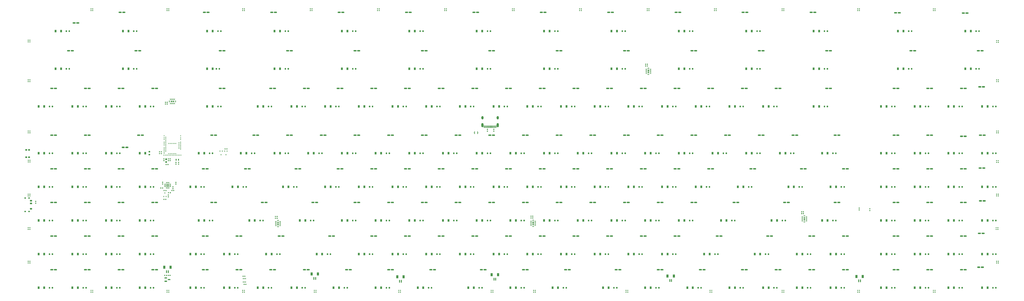
<source format=gbp>
G04 #@! TF.GenerationSoftware,KiCad,Pcbnew,8.0.5-8.0.5-0~ubuntu20.04.1*
G04 #@! TF.CreationDate,2024-11-10T14:11:02+00:00*
G04 #@! TF.ProjectId,Hyper7-Evo,48797065-7237-42d4-9576-6f2e6b696361,rev?*
G04 #@! TF.SameCoordinates,Original*
G04 #@! TF.FileFunction,Paste,Bot*
G04 #@! TF.FilePolarity,Positive*
%FSLAX46Y46*%
G04 Gerber Fmt 4.6, Leading zero omitted, Abs format (unit mm)*
G04 Created by KiCad (PCBNEW 8.0.5-8.0.5-0~ubuntu20.04.1) date 2024-11-10 14:11:02*
%MOMM*%
%LPD*%
G01*
G04 APERTURE LIST*
%ADD10C,0.000000*%
%ADD11R,1.016000X1.422400*%
%ADD12R,0.500000X0.375000*%
%ADD13R,0.650000X0.300000*%
%ADD14R,1.200000X0.900000*%
%ADD15R,0.900000X0.800000*%
%ADD16R,0.450000X0.700000*%
%ADD17R,0.600000X1.550000*%
%ADD18R,1.200000X1.800000*%
%ADD19R,0.600000X0.400000*%
%ADD20R,0.400000X0.600000*%
%ADD21R,0.300000X1.450000*%
%ADD22R,0.600000X1.450000*%
%ADD23R,0.550000X1.450000*%
%ADD24R,1.000000X0.900000*%
%ADD25R,0.600000X1.100000*%
%ADD26R,0.400000X0.650000*%
G04 APERTURE END LIST*
D10*
G36*
X500226088Y-141386647D02*
G01*
X500246754Y-141391631D01*
X500266272Y-141399729D01*
X500284348Y-141410741D01*
X500300446Y-141424554D01*
X500314259Y-141440652D01*
X500325271Y-141458728D01*
X500333369Y-141478246D01*
X500338353Y-141498912D01*
X500340001Y-141519818D01*
X500338397Y-141800909D01*
X500333369Y-141821754D01*
X500325271Y-141841272D01*
X500314259Y-141859348D01*
X500300446Y-141875446D01*
X500284348Y-141889259D01*
X500266272Y-141900271D01*
X500246754Y-141908369D01*
X500226088Y-141913353D01*
X500205197Y-141915000D01*
X499324803Y-141915000D01*
X499303912Y-141913353D01*
X499283246Y-141908369D01*
X499263728Y-141900271D01*
X499245652Y-141889259D01*
X499229554Y-141875446D01*
X499215741Y-141859348D01*
X499204729Y-141841272D01*
X499196631Y-141821754D01*
X499191647Y-141801088D01*
X499189999Y-141780182D01*
X499191603Y-141499091D01*
X499196631Y-141478246D01*
X499204729Y-141458728D01*
X499215741Y-141440652D01*
X499229554Y-141424554D01*
X499245652Y-141410741D01*
X499263728Y-141399729D01*
X499283246Y-141391631D01*
X499303912Y-141386647D01*
X499324803Y-141385000D01*
X500205197Y-141385000D01*
X500226088Y-141386647D01*
G37*
G36*
X502306088Y-141386647D02*
G01*
X502326754Y-141391631D01*
X502346272Y-141399729D01*
X502364348Y-141410741D01*
X502380446Y-141424554D01*
X502394259Y-141440652D01*
X502405271Y-141458728D01*
X502413369Y-141478246D01*
X502418353Y-141498912D01*
X502420001Y-141519818D01*
X502418397Y-141800909D01*
X502413369Y-141821754D01*
X502405271Y-141841272D01*
X502394259Y-141859348D01*
X502380446Y-141875446D01*
X502364348Y-141889259D01*
X502346272Y-141900271D01*
X502326754Y-141908369D01*
X502306088Y-141913353D01*
X502285197Y-141915000D01*
X501404803Y-141915000D01*
X501383912Y-141913353D01*
X501363246Y-141908369D01*
X501343728Y-141900271D01*
X501325652Y-141889259D01*
X501309554Y-141875446D01*
X501295741Y-141859348D01*
X501284729Y-141841272D01*
X501276631Y-141821754D01*
X501271647Y-141801088D01*
X501269999Y-141780182D01*
X501271603Y-141499091D01*
X501276631Y-141478246D01*
X501284729Y-141458728D01*
X501295741Y-141440652D01*
X501309554Y-141424554D01*
X501325652Y-141410741D01*
X501343728Y-141399729D01*
X501363246Y-141391631D01*
X501383912Y-141386647D01*
X501404803Y-141385000D01*
X502285197Y-141385000D01*
X502306088Y-141386647D01*
G37*
G36*
X262101088Y-74476647D02*
G01*
X262121754Y-74481631D01*
X262141272Y-74489729D01*
X262159348Y-74500741D01*
X262175446Y-74514554D01*
X262189259Y-74530652D01*
X262200271Y-74548728D01*
X262208369Y-74568246D01*
X262213353Y-74588912D01*
X262215001Y-74609818D01*
X262213397Y-74890909D01*
X262208369Y-74911754D01*
X262200271Y-74931272D01*
X262189259Y-74949348D01*
X262175446Y-74965446D01*
X262159348Y-74979259D01*
X262141272Y-74990271D01*
X262121754Y-74998369D01*
X262101088Y-75003353D01*
X262080197Y-75005000D01*
X261199803Y-75005000D01*
X261178912Y-75003353D01*
X261158246Y-74998369D01*
X261138728Y-74990271D01*
X261120652Y-74979259D01*
X261104554Y-74965446D01*
X261090741Y-74949348D01*
X261079729Y-74931272D01*
X261071631Y-74911754D01*
X261066647Y-74891088D01*
X261064999Y-74870182D01*
X261066603Y-74589091D01*
X261071631Y-74568246D01*
X261079729Y-74548728D01*
X261090741Y-74530652D01*
X261104554Y-74514554D01*
X261120652Y-74500741D01*
X261138728Y-74489729D01*
X261158246Y-74481631D01*
X261178912Y-74476647D01*
X261199803Y-74475000D01*
X262080197Y-74475000D01*
X262101088Y-74476647D01*
G37*
G36*
X264181088Y-74476647D02*
G01*
X264201754Y-74481631D01*
X264221272Y-74489729D01*
X264239348Y-74500741D01*
X264255446Y-74514554D01*
X264269259Y-74530652D01*
X264280271Y-74548728D01*
X264288369Y-74568246D01*
X264293353Y-74588912D01*
X264295001Y-74609818D01*
X264293397Y-74890909D01*
X264288369Y-74911754D01*
X264280271Y-74931272D01*
X264269259Y-74949348D01*
X264255446Y-74965446D01*
X264239348Y-74979259D01*
X264221272Y-74990271D01*
X264201754Y-74998369D01*
X264181088Y-75003353D01*
X264160197Y-75005000D01*
X263279803Y-75005000D01*
X263258912Y-75003353D01*
X263238246Y-74998369D01*
X263218728Y-74990271D01*
X263200652Y-74979259D01*
X263184554Y-74965446D01*
X263170741Y-74949348D01*
X263159729Y-74931272D01*
X263151631Y-74911754D01*
X263146647Y-74891088D01*
X263144999Y-74870182D01*
X263146603Y-74589091D01*
X263151631Y-74568246D01*
X263159729Y-74548728D01*
X263170741Y-74530652D01*
X263184554Y-74514554D01*
X263200652Y-74500741D01*
X263218728Y-74489729D01*
X263238246Y-74481631D01*
X263258912Y-74476647D01*
X263279803Y-74475000D01*
X264160197Y-74475000D01*
X264181088Y-74476647D01*
G37*
G36*
X367421088Y-52736647D02*
G01*
X367441754Y-52741631D01*
X367461272Y-52749729D01*
X367479348Y-52760741D01*
X367495446Y-52774554D01*
X367509259Y-52790652D01*
X367520271Y-52808728D01*
X367528369Y-52828246D01*
X367533353Y-52848912D01*
X367535001Y-52869818D01*
X367533397Y-53150909D01*
X367528369Y-53171754D01*
X367520271Y-53191272D01*
X367509259Y-53209348D01*
X367495446Y-53225446D01*
X367479348Y-53239259D01*
X367461272Y-53250271D01*
X367441754Y-53258369D01*
X367421088Y-53263353D01*
X367400197Y-53265000D01*
X366519803Y-53265000D01*
X366498912Y-53263353D01*
X366478246Y-53258369D01*
X366458728Y-53250271D01*
X366440652Y-53239259D01*
X366424554Y-53225446D01*
X366410741Y-53209348D01*
X366399729Y-53191272D01*
X366391631Y-53171754D01*
X366386647Y-53151088D01*
X366384999Y-53130182D01*
X366386603Y-52849091D01*
X366391631Y-52828246D01*
X366399729Y-52808728D01*
X366410741Y-52790652D01*
X366424554Y-52774554D01*
X366440652Y-52760741D01*
X366458728Y-52749729D01*
X366478246Y-52741631D01*
X366498912Y-52736647D01*
X366519803Y-52735000D01*
X367400197Y-52735000D01*
X367421088Y-52736647D01*
G37*
G36*
X369501088Y-52736647D02*
G01*
X369521754Y-52741631D01*
X369541272Y-52749729D01*
X369559348Y-52760741D01*
X369575446Y-52774554D01*
X369589259Y-52790652D01*
X369600271Y-52808728D01*
X369608369Y-52828246D01*
X369613353Y-52848912D01*
X369615001Y-52869818D01*
X369613397Y-53150909D01*
X369608369Y-53171754D01*
X369600271Y-53191272D01*
X369589259Y-53209348D01*
X369575446Y-53225446D01*
X369559348Y-53239259D01*
X369541272Y-53250271D01*
X369521754Y-53258369D01*
X369501088Y-53263353D01*
X369480197Y-53265000D01*
X368599803Y-53265000D01*
X368578912Y-53263353D01*
X368558246Y-53258369D01*
X368538728Y-53250271D01*
X368520652Y-53239259D01*
X368504554Y-53225446D01*
X368490741Y-53209348D01*
X368479729Y-53191272D01*
X368471631Y-53171754D01*
X368466647Y-53151088D01*
X368464999Y-53130182D01*
X368466603Y-52849091D01*
X368471631Y-52828246D01*
X368479729Y-52808728D01*
X368490741Y-52790652D01*
X368504554Y-52774554D01*
X368520652Y-52760741D01*
X368538728Y-52749729D01*
X368558246Y-52741631D01*
X368578912Y-52736647D01*
X368599803Y-52735000D01*
X369480197Y-52735000D01*
X369501088Y-52736647D01*
G37*
G36*
X243051088Y-160436647D02*
G01*
X243071754Y-160441631D01*
X243091272Y-160449729D01*
X243109348Y-160460741D01*
X243125446Y-160474554D01*
X243139259Y-160490652D01*
X243150271Y-160508728D01*
X243158369Y-160528246D01*
X243163353Y-160548912D01*
X243165001Y-160569818D01*
X243163397Y-160850909D01*
X243158369Y-160871754D01*
X243150271Y-160891272D01*
X243139259Y-160909348D01*
X243125446Y-160925446D01*
X243109348Y-160939259D01*
X243091272Y-160950271D01*
X243071754Y-160958369D01*
X243051088Y-160963353D01*
X243030197Y-160965000D01*
X242149803Y-160965000D01*
X242128912Y-160963353D01*
X242108246Y-160958369D01*
X242088728Y-160950271D01*
X242070652Y-160939259D01*
X242054554Y-160925446D01*
X242040741Y-160909348D01*
X242029729Y-160891272D01*
X242021631Y-160871754D01*
X242016647Y-160851088D01*
X242014999Y-160830182D01*
X242016603Y-160549091D01*
X242021631Y-160528246D01*
X242029729Y-160508728D01*
X242040741Y-160490652D01*
X242054554Y-160474554D01*
X242070652Y-160460741D01*
X242088728Y-160449729D01*
X242108246Y-160441631D01*
X242128912Y-160436647D01*
X242149803Y-160435000D01*
X243030197Y-160435000D01*
X243051088Y-160436647D01*
G37*
G36*
X245131088Y-160436647D02*
G01*
X245151754Y-160441631D01*
X245171272Y-160449729D01*
X245189348Y-160460741D01*
X245205446Y-160474554D01*
X245219259Y-160490652D01*
X245230271Y-160508728D01*
X245238369Y-160528246D01*
X245243353Y-160548912D01*
X245245001Y-160569818D01*
X245243397Y-160850909D01*
X245238369Y-160871754D01*
X245230271Y-160891272D01*
X245219259Y-160909348D01*
X245205446Y-160925446D01*
X245189348Y-160939259D01*
X245171272Y-160950271D01*
X245151754Y-160958369D01*
X245131088Y-160963353D01*
X245110197Y-160965000D01*
X244229803Y-160965000D01*
X244208912Y-160963353D01*
X244188246Y-160958369D01*
X244168728Y-160950271D01*
X244150652Y-160939259D01*
X244134554Y-160925446D01*
X244120741Y-160909348D01*
X244109729Y-160891272D01*
X244101631Y-160871754D01*
X244096647Y-160851088D01*
X244094999Y-160830182D01*
X244096603Y-160549091D01*
X244101631Y-160528246D01*
X244109729Y-160508728D01*
X244120741Y-160490652D01*
X244134554Y-160474554D01*
X244150652Y-160460741D01*
X244168728Y-160449729D01*
X244188246Y-160441631D01*
X244208912Y-160436647D01*
X244229803Y-160435000D01*
X245110197Y-160435000D01*
X245131088Y-160436647D01*
G37*
G36*
X176921088Y-52736647D02*
G01*
X176941754Y-52741631D01*
X176961272Y-52749729D01*
X176979348Y-52760741D01*
X176995446Y-52774554D01*
X177009259Y-52790652D01*
X177020271Y-52808728D01*
X177028369Y-52828246D01*
X177033353Y-52848912D01*
X177035001Y-52869818D01*
X177033397Y-53150909D01*
X177028369Y-53171754D01*
X177020271Y-53191272D01*
X177009259Y-53209348D01*
X176995446Y-53225446D01*
X176979348Y-53239259D01*
X176961272Y-53250271D01*
X176941754Y-53258369D01*
X176921088Y-53263353D01*
X176900197Y-53265000D01*
X176019803Y-53265000D01*
X175998912Y-53263353D01*
X175978246Y-53258369D01*
X175958728Y-53250271D01*
X175940652Y-53239259D01*
X175924554Y-53225446D01*
X175910741Y-53209348D01*
X175899729Y-53191272D01*
X175891631Y-53171754D01*
X175886647Y-53151088D01*
X175884999Y-53130182D01*
X175886603Y-52849091D01*
X175891631Y-52828246D01*
X175899729Y-52808728D01*
X175910741Y-52790652D01*
X175924554Y-52774554D01*
X175940652Y-52760741D01*
X175958728Y-52749729D01*
X175978246Y-52741631D01*
X175998912Y-52736647D01*
X176019803Y-52735000D01*
X176900197Y-52735000D01*
X176921088Y-52736647D01*
G37*
G36*
X179001088Y-52736647D02*
G01*
X179021754Y-52741631D01*
X179041272Y-52749729D01*
X179059348Y-52760741D01*
X179075446Y-52774554D01*
X179089259Y-52790652D01*
X179100271Y-52808728D01*
X179108369Y-52828246D01*
X179113353Y-52848912D01*
X179115001Y-52869818D01*
X179113397Y-53150909D01*
X179108369Y-53171754D01*
X179100271Y-53191272D01*
X179089259Y-53209348D01*
X179075446Y-53225446D01*
X179059348Y-53239259D01*
X179041272Y-53250271D01*
X179021754Y-53258369D01*
X179001088Y-53263353D01*
X178980197Y-53265000D01*
X178099803Y-53265000D01*
X178078912Y-53263353D01*
X178058246Y-53258369D01*
X178038728Y-53250271D01*
X178020652Y-53239259D01*
X178004554Y-53225446D01*
X177990741Y-53209348D01*
X177979729Y-53191272D01*
X177971631Y-53171754D01*
X177966647Y-53151088D01*
X177964999Y-53130182D01*
X177966603Y-52849091D01*
X177971631Y-52828246D01*
X177979729Y-52808728D01*
X177990741Y-52790652D01*
X178004554Y-52774554D01*
X178020652Y-52760741D01*
X178038728Y-52749729D01*
X178058246Y-52741631D01*
X178078912Y-52736647D01*
X178099803Y-52735000D01*
X178980197Y-52735000D01*
X179001088Y-52736647D01*
G37*
G36*
X404976088Y-95816647D02*
G01*
X404996754Y-95821631D01*
X405016272Y-95829729D01*
X405034348Y-95840741D01*
X405050446Y-95854554D01*
X405064259Y-95870652D01*
X405075271Y-95888728D01*
X405083369Y-95908246D01*
X405088353Y-95928912D01*
X405090001Y-95949818D01*
X405088397Y-96230909D01*
X405083369Y-96251754D01*
X405075271Y-96271272D01*
X405064259Y-96289348D01*
X405050446Y-96305446D01*
X405034348Y-96319259D01*
X405016272Y-96330271D01*
X404996754Y-96338369D01*
X404976088Y-96343353D01*
X404955197Y-96345000D01*
X404074803Y-96345000D01*
X404053912Y-96343353D01*
X404033246Y-96338369D01*
X404013728Y-96330271D01*
X403995652Y-96319259D01*
X403979554Y-96305446D01*
X403965741Y-96289348D01*
X403954729Y-96271272D01*
X403946631Y-96251754D01*
X403941647Y-96231088D01*
X403939999Y-96210182D01*
X403941603Y-95929091D01*
X403946631Y-95908246D01*
X403954729Y-95888728D01*
X403965741Y-95870652D01*
X403979554Y-95854554D01*
X403995652Y-95840741D01*
X404013728Y-95829729D01*
X404033246Y-95821631D01*
X404053912Y-95816647D01*
X404074803Y-95815000D01*
X404955197Y-95815000D01*
X404976088Y-95816647D01*
G37*
G36*
X407056088Y-95816647D02*
G01*
X407076754Y-95821631D01*
X407096272Y-95829729D01*
X407114348Y-95840741D01*
X407130446Y-95854554D01*
X407144259Y-95870652D01*
X407155271Y-95888728D01*
X407163369Y-95908246D01*
X407168353Y-95928912D01*
X407170001Y-95949818D01*
X407168397Y-96230909D01*
X407163369Y-96251754D01*
X407155271Y-96271272D01*
X407144259Y-96289348D01*
X407130446Y-96305446D01*
X407114348Y-96319259D01*
X407096272Y-96330271D01*
X407076754Y-96338369D01*
X407056088Y-96343353D01*
X407035197Y-96345000D01*
X406154803Y-96345000D01*
X406133912Y-96343353D01*
X406113246Y-96338369D01*
X406093728Y-96330271D01*
X406075652Y-96319259D01*
X406059554Y-96305446D01*
X406045741Y-96289348D01*
X406034729Y-96271272D01*
X406026631Y-96251754D01*
X406021647Y-96231088D01*
X406019999Y-96210182D01*
X406021603Y-95929091D01*
X406026631Y-95908246D01*
X406034729Y-95888728D01*
X406045741Y-95870652D01*
X406059554Y-95854554D01*
X406075652Y-95840741D01*
X406093728Y-95829729D01*
X406113246Y-95821631D01*
X406133912Y-95816647D01*
X406154803Y-95815000D01*
X407035197Y-95815000D01*
X407056088Y-95816647D01*
G37*
G36*
X366876088Y-141386647D02*
G01*
X366896754Y-141391631D01*
X366916272Y-141399729D01*
X366934348Y-141410741D01*
X366950446Y-141424554D01*
X366964259Y-141440652D01*
X366975271Y-141458728D01*
X366983369Y-141478246D01*
X366988353Y-141498912D01*
X366990001Y-141519818D01*
X366988397Y-141800909D01*
X366983369Y-141821754D01*
X366975271Y-141841272D01*
X366964259Y-141859348D01*
X366950446Y-141875446D01*
X366934348Y-141889259D01*
X366916272Y-141900271D01*
X366896754Y-141908369D01*
X366876088Y-141913353D01*
X366855197Y-141915000D01*
X365974803Y-141915000D01*
X365953912Y-141913353D01*
X365933246Y-141908369D01*
X365913728Y-141900271D01*
X365895652Y-141889259D01*
X365879554Y-141875446D01*
X365865741Y-141859348D01*
X365854729Y-141841272D01*
X365846631Y-141821754D01*
X365841647Y-141801088D01*
X365839999Y-141780182D01*
X365841603Y-141499091D01*
X365846631Y-141478246D01*
X365854729Y-141458728D01*
X365865741Y-141440652D01*
X365879554Y-141424554D01*
X365895652Y-141410741D01*
X365913728Y-141399729D01*
X365933246Y-141391631D01*
X365953912Y-141386647D01*
X365974803Y-141385000D01*
X366855197Y-141385000D01*
X366876088Y-141386647D01*
G37*
G36*
X368956088Y-141386647D02*
G01*
X368976754Y-141391631D01*
X368996272Y-141399729D01*
X369014348Y-141410741D01*
X369030446Y-141424554D01*
X369044259Y-141440652D01*
X369055271Y-141458728D01*
X369063369Y-141478246D01*
X369068353Y-141498912D01*
X369070001Y-141519818D01*
X369068397Y-141800909D01*
X369063369Y-141821754D01*
X369055271Y-141841272D01*
X369044259Y-141859348D01*
X369030446Y-141875446D01*
X369014348Y-141889259D01*
X368996272Y-141900271D01*
X368976754Y-141908369D01*
X368956088Y-141913353D01*
X368935197Y-141915000D01*
X368054803Y-141915000D01*
X368033912Y-141913353D01*
X368013246Y-141908369D01*
X367993728Y-141900271D01*
X367975652Y-141889259D01*
X367959554Y-141875446D01*
X367945741Y-141859348D01*
X367934729Y-141841272D01*
X367926631Y-141821754D01*
X367921647Y-141801088D01*
X367919999Y-141780182D01*
X367921603Y-141499091D01*
X367926631Y-141478246D01*
X367934729Y-141458728D01*
X367945741Y-141440652D01*
X367959554Y-141424554D01*
X367975652Y-141410741D01*
X367993728Y-141399729D01*
X368013246Y-141391631D01*
X368033912Y-141386647D01*
X368054803Y-141385000D01*
X368935197Y-141385000D01*
X368956088Y-141386647D01*
G37*
G36*
X424026088Y-141386647D02*
G01*
X424046754Y-141391631D01*
X424066272Y-141399729D01*
X424084348Y-141410741D01*
X424100446Y-141424554D01*
X424114259Y-141440652D01*
X424125271Y-141458728D01*
X424133369Y-141478246D01*
X424138353Y-141498912D01*
X424140001Y-141519818D01*
X424138397Y-141800909D01*
X424133369Y-141821754D01*
X424125271Y-141841272D01*
X424114259Y-141859348D01*
X424100446Y-141875446D01*
X424084348Y-141889259D01*
X424066272Y-141900271D01*
X424046754Y-141908369D01*
X424026088Y-141913353D01*
X424005197Y-141915000D01*
X423124803Y-141915000D01*
X423103912Y-141913353D01*
X423083246Y-141908369D01*
X423063728Y-141900271D01*
X423045652Y-141889259D01*
X423029554Y-141875446D01*
X423015741Y-141859348D01*
X423004729Y-141841272D01*
X422996631Y-141821754D01*
X422991647Y-141801088D01*
X422989999Y-141780182D01*
X422991603Y-141499091D01*
X422996631Y-141478246D01*
X423004729Y-141458728D01*
X423015741Y-141440652D01*
X423029554Y-141424554D01*
X423045652Y-141410741D01*
X423063728Y-141399729D01*
X423083246Y-141391631D01*
X423103912Y-141386647D01*
X423124803Y-141385000D01*
X424005197Y-141385000D01*
X424026088Y-141386647D01*
G37*
G36*
X426106088Y-141386647D02*
G01*
X426126754Y-141391631D01*
X426146272Y-141399729D01*
X426164348Y-141410741D01*
X426180446Y-141424554D01*
X426194259Y-141440652D01*
X426205271Y-141458728D01*
X426213369Y-141478246D01*
X426218353Y-141498912D01*
X426220001Y-141519818D01*
X426218397Y-141800909D01*
X426213369Y-141821754D01*
X426205271Y-141841272D01*
X426194259Y-141859348D01*
X426180446Y-141875446D01*
X426164348Y-141889259D01*
X426146272Y-141900271D01*
X426126754Y-141908369D01*
X426106088Y-141913353D01*
X426085197Y-141915000D01*
X425204803Y-141915000D01*
X425183912Y-141913353D01*
X425163246Y-141908369D01*
X425143728Y-141900271D01*
X425125652Y-141889259D01*
X425109554Y-141875446D01*
X425095741Y-141859348D01*
X425084729Y-141841272D01*
X425076631Y-141821754D01*
X425071647Y-141801088D01*
X425069999Y-141780182D01*
X425071603Y-141499091D01*
X425076631Y-141478246D01*
X425084729Y-141458728D01*
X425095741Y-141440652D01*
X425109554Y-141424554D01*
X425125652Y-141410741D01*
X425143728Y-141399729D01*
X425163246Y-141391631D01*
X425183912Y-141386647D01*
X425204803Y-141385000D01*
X426085197Y-141385000D01*
X426106088Y-141386647D01*
G37*
G36*
X547851088Y-160436647D02*
G01*
X547871754Y-160441631D01*
X547891272Y-160449729D01*
X547909348Y-160460741D01*
X547925446Y-160474554D01*
X547939259Y-160490652D01*
X547950271Y-160508728D01*
X547958369Y-160528246D01*
X547963353Y-160548912D01*
X547965001Y-160569818D01*
X547963397Y-160850909D01*
X547958369Y-160871754D01*
X547950271Y-160891272D01*
X547939259Y-160909348D01*
X547925446Y-160925446D01*
X547909348Y-160939259D01*
X547891272Y-160950271D01*
X547871754Y-160958369D01*
X547851088Y-160963353D01*
X547830197Y-160965000D01*
X546949803Y-160965000D01*
X546928912Y-160963353D01*
X546908246Y-160958369D01*
X546888728Y-160950271D01*
X546870652Y-160939259D01*
X546854554Y-160925446D01*
X546840741Y-160909348D01*
X546829729Y-160891272D01*
X546821631Y-160871754D01*
X546816647Y-160851088D01*
X546814999Y-160830182D01*
X546816603Y-160549091D01*
X546821631Y-160528246D01*
X546829729Y-160508728D01*
X546840741Y-160490652D01*
X546854554Y-160474554D01*
X546870652Y-160460741D01*
X546888728Y-160449729D01*
X546908246Y-160441631D01*
X546928912Y-160436647D01*
X546949803Y-160435000D01*
X547830197Y-160435000D01*
X547851088Y-160436647D01*
G37*
G36*
X549931088Y-160436647D02*
G01*
X549951754Y-160441631D01*
X549971272Y-160449729D01*
X549989348Y-160460741D01*
X550005446Y-160474554D01*
X550019259Y-160490652D01*
X550030271Y-160508728D01*
X550038369Y-160528246D01*
X550043353Y-160548912D01*
X550045001Y-160569818D01*
X550043397Y-160850909D01*
X550038369Y-160871754D01*
X550030271Y-160891272D01*
X550019259Y-160909348D01*
X550005446Y-160925446D01*
X549989348Y-160939259D01*
X549971272Y-160950271D01*
X549951754Y-160958369D01*
X549931088Y-160963353D01*
X549910197Y-160965000D01*
X549029803Y-160965000D01*
X549008912Y-160963353D01*
X548988246Y-160958369D01*
X548968728Y-160950271D01*
X548950652Y-160939259D01*
X548934554Y-160925446D01*
X548920741Y-160909348D01*
X548909729Y-160891272D01*
X548901631Y-160871754D01*
X548896647Y-160851088D01*
X548894999Y-160830182D01*
X548896603Y-160549091D01*
X548901631Y-160528246D01*
X548909729Y-160508728D01*
X548920741Y-160490652D01*
X548934554Y-160474554D01*
X548950652Y-160460741D01*
X548968728Y-160449729D01*
X548988246Y-160441631D01*
X549008912Y-160436647D01*
X549029803Y-160435000D01*
X549910197Y-160435000D01*
X549931088Y-160436647D01*
G37*
G36*
X371638588Y-198536647D02*
G01*
X371659254Y-198541631D01*
X371678772Y-198549729D01*
X371696848Y-198560741D01*
X371712946Y-198574554D01*
X371726759Y-198590652D01*
X371737771Y-198608728D01*
X371745869Y-198628246D01*
X371750853Y-198648912D01*
X371752501Y-198669818D01*
X371750897Y-198950909D01*
X371745869Y-198971754D01*
X371737771Y-198991272D01*
X371726759Y-199009348D01*
X371712946Y-199025446D01*
X371696848Y-199039259D01*
X371678772Y-199050271D01*
X371659254Y-199058369D01*
X371638588Y-199063353D01*
X371617697Y-199065000D01*
X370737303Y-199065000D01*
X370716412Y-199063353D01*
X370695746Y-199058369D01*
X370676228Y-199050271D01*
X370658152Y-199039259D01*
X370642054Y-199025446D01*
X370628241Y-199009348D01*
X370617229Y-198991272D01*
X370609131Y-198971754D01*
X370604147Y-198951088D01*
X370602499Y-198930182D01*
X370604103Y-198649091D01*
X370609131Y-198628246D01*
X370617229Y-198608728D01*
X370628241Y-198590652D01*
X370642054Y-198574554D01*
X370658152Y-198560741D01*
X370676228Y-198549729D01*
X370695746Y-198541631D01*
X370716412Y-198536647D01*
X370737303Y-198535000D01*
X371617697Y-198535000D01*
X371638588Y-198536647D01*
G37*
G36*
X373718588Y-198536647D02*
G01*
X373739254Y-198541631D01*
X373758772Y-198549729D01*
X373776848Y-198560741D01*
X373792946Y-198574554D01*
X373806759Y-198590652D01*
X373817771Y-198608728D01*
X373825869Y-198628246D01*
X373830853Y-198648912D01*
X373832501Y-198669818D01*
X373830897Y-198950909D01*
X373825869Y-198971754D01*
X373817771Y-198991272D01*
X373806759Y-199009348D01*
X373792946Y-199025446D01*
X373776848Y-199039259D01*
X373758772Y-199050271D01*
X373739254Y-199058369D01*
X373718588Y-199063353D01*
X373697697Y-199065000D01*
X372817303Y-199065000D01*
X372796412Y-199063353D01*
X372775746Y-199058369D01*
X372756228Y-199050271D01*
X372738152Y-199039259D01*
X372722054Y-199025446D01*
X372708241Y-199009348D01*
X372697229Y-198991272D01*
X372689131Y-198971754D01*
X372684147Y-198951088D01*
X372682499Y-198930182D01*
X372684103Y-198649091D01*
X372689131Y-198628246D01*
X372697229Y-198608728D01*
X372708241Y-198590652D01*
X372722054Y-198574554D01*
X372738152Y-198560741D01*
X372756228Y-198549729D01*
X372775746Y-198541631D01*
X372796412Y-198536647D01*
X372817303Y-198535000D01*
X373697697Y-198535000D01*
X373718588Y-198536647D01*
G37*
G36*
X138821088Y-52736647D02*
G01*
X138841754Y-52741631D01*
X138861272Y-52749729D01*
X138879348Y-52760741D01*
X138895446Y-52774554D01*
X138909259Y-52790652D01*
X138920271Y-52808728D01*
X138928369Y-52828246D01*
X138933353Y-52848912D01*
X138935001Y-52869818D01*
X138933397Y-53150909D01*
X138928369Y-53171754D01*
X138920271Y-53191272D01*
X138909259Y-53209348D01*
X138895446Y-53225446D01*
X138879348Y-53239259D01*
X138861272Y-53250271D01*
X138841754Y-53258369D01*
X138821088Y-53263353D01*
X138800197Y-53265000D01*
X137919803Y-53265000D01*
X137898912Y-53263353D01*
X137878246Y-53258369D01*
X137858728Y-53250271D01*
X137840652Y-53239259D01*
X137824554Y-53225446D01*
X137810741Y-53209348D01*
X137799729Y-53191272D01*
X137791631Y-53171754D01*
X137786647Y-53151088D01*
X137784999Y-53130182D01*
X137786603Y-52849091D01*
X137791631Y-52828246D01*
X137799729Y-52808728D01*
X137810741Y-52790652D01*
X137824554Y-52774554D01*
X137840652Y-52760741D01*
X137858728Y-52749729D01*
X137878246Y-52741631D01*
X137898912Y-52736647D01*
X137919803Y-52735000D01*
X138800197Y-52735000D01*
X138821088Y-52736647D01*
G37*
G36*
X140901088Y-52736647D02*
G01*
X140921754Y-52741631D01*
X140941272Y-52749729D01*
X140959348Y-52760741D01*
X140975446Y-52774554D01*
X140989259Y-52790652D01*
X141000271Y-52808728D01*
X141008369Y-52828246D01*
X141013353Y-52848912D01*
X141015001Y-52869818D01*
X141013397Y-53150909D01*
X141008369Y-53171754D01*
X141000271Y-53191272D01*
X140989259Y-53209348D01*
X140975446Y-53225446D01*
X140959348Y-53239259D01*
X140941272Y-53250271D01*
X140921754Y-53258369D01*
X140901088Y-53263353D01*
X140880197Y-53265000D01*
X139999803Y-53265000D01*
X139978912Y-53263353D01*
X139958246Y-53258369D01*
X139938728Y-53250271D01*
X139920652Y-53239259D01*
X139904554Y-53225446D01*
X139890741Y-53209348D01*
X139879729Y-53191272D01*
X139871631Y-53171754D01*
X139866647Y-53151088D01*
X139864999Y-53130182D01*
X139866603Y-52849091D01*
X139871631Y-52828246D01*
X139879729Y-52808728D01*
X139890741Y-52790652D01*
X139904554Y-52774554D01*
X139920652Y-52760741D01*
X139938728Y-52749729D01*
X139958246Y-52741631D01*
X139978912Y-52736647D01*
X139999803Y-52735000D01*
X140880197Y-52735000D01*
X140901088Y-52736647D01*
G37*
G36*
X71601088Y-179486647D02*
G01*
X71621754Y-179491631D01*
X71641272Y-179499729D01*
X71659348Y-179510741D01*
X71675446Y-179524554D01*
X71689259Y-179540652D01*
X71700271Y-179558728D01*
X71708369Y-179578246D01*
X71713353Y-179598912D01*
X71715001Y-179619818D01*
X71713397Y-179900909D01*
X71708369Y-179921754D01*
X71700271Y-179941272D01*
X71689259Y-179959348D01*
X71675446Y-179975446D01*
X71659348Y-179989259D01*
X71641272Y-180000271D01*
X71621754Y-180008369D01*
X71601088Y-180013353D01*
X71580197Y-180015000D01*
X70699803Y-180015000D01*
X70678912Y-180013353D01*
X70658246Y-180008369D01*
X70638728Y-180000271D01*
X70620652Y-179989259D01*
X70604554Y-179975446D01*
X70590741Y-179959348D01*
X70579729Y-179941272D01*
X70571631Y-179921754D01*
X70566647Y-179901088D01*
X70564999Y-179880182D01*
X70566603Y-179599091D01*
X70571631Y-179578246D01*
X70579729Y-179558728D01*
X70590741Y-179540652D01*
X70604554Y-179524554D01*
X70620652Y-179510741D01*
X70638728Y-179499729D01*
X70658246Y-179491631D01*
X70678912Y-179486647D01*
X70699803Y-179485000D01*
X71580197Y-179485000D01*
X71601088Y-179486647D01*
G37*
G36*
X73681088Y-179486647D02*
G01*
X73701754Y-179491631D01*
X73721272Y-179499729D01*
X73739348Y-179510741D01*
X73755446Y-179524554D01*
X73769259Y-179540652D01*
X73780271Y-179558728D01*
X73788369Y-179578246D01*
X73793353Y-179598912D01*
X73795001Y-179619818D01*
X73793397Y-179900909D01*
X73788369Y-179921754D01*
X73780271Y-179941272D01*
X73769259Y-179959348D01*
X73755446Y-179975446D01*
X73739348Y-179989259D01*
X73721272Y-180000271D01*
X73701754Y-180008369D01*
X73681088Y-180013353D01*
X73660197Y-180015000D01*
X72779803Y-180015000D01*
X72758912Y-180013353D01*
X72738246Y-180008369D01*
X72718728Y-180000271D01*
X72700652Y-179989259D01*
X72684554Y-179975446D01*
X72670741Y-179959348D01*
X72659729Y-179941272D01*
X72651631Y-179921754D01*
X72646647Y-179901088D01*
X72644999Y-179880182D01*
X72646603Y-179599091D01*
X72651631Y-179578246D01*
X72659729Y-179558728D01*
X72670741Y-179540652D01*
X72684554Y-179524554D01*
X72700652Y-179510741D01*
X72718728Y-179499729D01*
X72738246Y-179491631D01*
X72758912Y-179486647D01*
X72779803Y-179485000D01*
X73660197Y-179485000D01*
X73681088Y-179486647D01*
G37*
G36*
X319251088Y-198536647D02*
G01*
X319271754Y-198541631D01*
X319291272Y-198549729D01*
X319309348Y-198560741D01*
X319325446Y-198574554D01*
X319339259Y-198590652D01*
X319350271Y-198608728D01*
X319358369Y-198628246D01*
X319363353Y-198648912D01*
X319365001Y-198669818D01*
X319363397Y-198950909D01*
X319358369Y-198971754D01*
X319350271Y-198991272D01*
X319339259Y-199009348D01*
X319325446Y-199025446D01*
X319309348Y-199039259D01*
X319291272Y-199050271D01*
X319271754Y-199058369D01*
X319251088Y-199063353D01*
X319230197Y-199065000D01*
X318349803Y-199065000D01*
X318328912Y-199063353D01*
X318308246Y-199058369D01*
X318288728Y-199050271D01*
X318270652Y-199039259D01*
X318254554Y-199025446D01*
X318240741Y-199009348D01*
X318229729Y-198991272D01*
X318221631Y-198971754D01*
X318216647Y-198951088D01*
X318214999Y-198930182D01*
X318216603Y-198649091D01*
X318221631Y-198628246D01*
X318229729Y-198608728D01*
X318240741Y-198590652D01*
X318254554Y-198574554D01*
X318270652Y-198560741D01*
X318288728Y-198549729D01*
X318308246Y-198541631D01*
X318328912Y-198536647D01*
X318349803Y-198535000D01*
X319230197Y-198535000D01*
X319251088Y-198536647D01*
G37*
G36*
X321331088Y-198536647D02*
G01*
X321351754Y-198541631D01*
X321371272Y-198549729D01*
X321389348Y-198560741D01*
X321405446Y-198574554D01*
X321419259Y-198590652D01*
X321430271Y-198608728D01*
X321438369Y-198628246D01*
X321443353Y-198648912D01*
X321445001Y-198669818D01*
X321443397Y-198950909D01*
X321438369Y-198971754D01*
X321430271Y-198991272D01*
X321419259Y-199009348D01*
X321405446Y-199025446D01*
X321389348Y-199039259D01*
X321371272Y-199050271D01*
X321351754Y-199058369D01*
X321331088Y-199063353D01*
X321310197Y-199065000D01*
X320429803Y-199065000D01*
X320408912Y-199063353D01*
X320388246Y-199058369D01*
X320368728Y-199050271D01*
X320350652Y-199039259D01*
X320334554Y-199025446D01*
X320320741Y-199009348D01*
X320309729Y-198991272D01*
X320301631Y-198971754D01*
X320296647Y-198951088D01*
X320294999Y-198930182D01*
X320296603Y-198649091D01*
X320301631Y-198628246D01*
X320309729Y-198608728D01*
X320320741Y-198590652D01*
X320334554Y-198574554D01*
X320350652Y-198560741D01*
X320368728Y-198549729D01*
X320388246Y-198541631D01*
X320408912Y-198536647D01*
X320429803Y-198535000D01*
X321310197Y-198535000D01*
X321331088Y-198536647D01*
G37*
G36*
X566901088Y-95816647D02*
G01*
X566921754Y-95821631D01*
X566941272Y-95829729D01*
X566959348Y-95840741D01*
X566975446Y-95854554D01*
X566989259Y-95870652D01*
X567000271Y-95888728D01*
X567008369Y-95908246D01*
X567013353Y-95928912D01*
X567015001Y-95949818D01*
X567013397Y-96230909D01*
X567008369Y-96251754D01*
X567000271Y-96271272D01*
X566989259Y-96289348D01*
X566975446Y-96305446D01*
X566959348Y-96319259D01*
X566941272Y-96330271D01*
X566921754Y-96338369D01*
X566901088Y-96343353D01*
X566880197Y-96345000D01*
X565999803Y-96345000D01*
X565978912Y-96343353D01*
X565958246Y-96338369D01*
X565938728Y-96330271D01*
X565920652Y-96319259D01*
X565904554Y-96305446D01*
X565890741Y-96289348D01*
X565879729Y-96271272D01*
X565871631Y-96251754D01*
X565866647Y-96231088D01*
X565864999Y-96210182D01*
X565866603Y-95929091D01*
X565871631Y-95908246D01*
X565879729Y-95888728D01*
X565890741Y-95870652D01*
X565904554Y-95854554D01*
X565920652Y-95840741D01*
X565938728Y-95829729D01*
X565958246Y-95821631D01*
X565978912Y-95816647D01*
X565999803Y-95815000D01*
X566880197Y-95815000D01*
X566901088Y-95816647D01*
G37*
G36*
X568981088Y-95816647D02*
G01*
X569001754Y-95821631D01*
X569021272Y-95829729D01*
X569039348Y-95840741D01*
X569055446Y-95854554D01*
X569069259Y-95870652D01*
X569080271Y-95888728D01*
X569088369Y-95908246D01*
X569093353Y-95928912D01*
X569095001Y-95949818D01*
X569093397Y-96230909D01*
X569088369Y-96251754D01*
X569080271Y-96271272D01*
X569069259Y-96289348D01*
X569055446Y-96305446D01*
X569039348Y-96319259D01*
X569021272Y-96330271D01*
X569001754Y-96338369D01*
X568981088Y-96343353D01*
X568960197Y-96345000D01*
X568079803Y-96345000D01*
X568058912Y-96343353D01*
X568038246Y-96338369D01*
X568018728Y-96330271D01*
X568000652Y-96319259D01*
X567984554Y-96305446D01*
X567970741Y-96289348D01*
X567959729Y-96271272D01*
X567951631Y-96251754D01*
X567946647Y-96231088D01*
X567944999Y-96210182D01*
X567946603Y-95929091D01*
X567951631Y-95908246D01*
X567959729Y-95888728D01*
X567970741Y-95870652D01*
X567984554Y-95854554D01*
X568000652Y-95840741D01*
X568018728Y-95829729D01*
X568038246Y-95821631D01*
X568058912Y-95816647D01*
X568079803Y-95815000D01*
X568960197Y-95815000D01*
X568981088Y-95816647D01*
G37*
G36*
X395451088Y-198536647D02*
G01*
X395471754Y-198541631D01*
X395491272Y-198549729D01*
X395509348Y-198560741D01*
X395525446Y-198574554D01*
X395539259Y-198590652D01*
X395550271Y-198608728D01*
X395558369Y-198628246D01*
X395563353Y-198648912D01*
X395565001Y-198669818D01*
X395563397Y-198950909D01*
X395558369Y-198971754D01*
X395550271Y-198991272D01*
X395539259Y-199009348D01*
X395525446Y-199025446D01*
X395509348Y-199039259D01*
X395491272Y-199050271D01*
X395471754Y-199058369D01*
X395451088Y-199063353D01*
X395430197Y-199065000D01*
X394549803Y-199065000D01*
X394528912Y-199063353D01*
X394508246Y-199058369D01*
X394488728Y-199050271D01*
X394470652Y-199039259D01*
X394454554Y-199025446D01*
X394440741Y-199009348D01*
X394429729Y-198991272D01*
X394421631Y-198971754D01*
X394416647Y-198951088D01*
X394414999Y-198930182D01*
X394416603Y-198649091D01*
X394421631Y-198628246D01*
X394429729Y-198608728D01*
X394440741Y-198590652D01*
X394454554Y-198574554D01*
X394470652Y-198560741D01*
X394488728Y-198549729D01*
X394508246Y-198541631D01*
X394528912Y-198536647D01*
X394549803Y-198535000D01*
X395430197Y-198535000D01*
X395451088Y-198536647D01*
G37*
G36*
X397531088Y-198536647D02*
G01*
X397551754Y-198541631D01*
X397571272Y-198549729D01*
X397589348Y-198560741D01*
X397605446Y-198574554D01*
X397619259Y-198590652D01*
X397630271Y-198608728D01*
X397638369Y-198628246D01*
X397643353Y-198648912D01*
X397645001Y-198669818D01*
X397643397Y-198950909D01*
X397638369Y-198971754D01*
X397630271Y-198991272D01*
X397619259Y-199009348D01*
X397605446Y-199025446D01*
X397589348Y-199039259D01*
X397571272Y-199050271D01*
X397551754Y-199058369D01*
X397531088Y-199063353D01*
X397510197Y-199065000D01*
X396629803Y-199065000D01*
X396608912Y-199063353D01*
X396588246Y-199058369D01*
X396568728Y-199050271D01*
X396550652Y-199039259D01*
X396534554Y-199025446D01*
X396520741Y-199009348D01*
X396509729Y-198991272D01*
X396501631Y-198971754D01*
X396496647Y-198951088D01*
X396494999Y-198930182D01*
X396496603Y-198649091D01*
X396501631Y-198628246D01*
X396509729Y-198608728D01*
X396520741Y-198590652D01*
X396534554Y-198574554D01*
X396550652Y-198560741D01*
X396568728Y-198549729D01*
X396588246Y-198541631D01*
X396608912Y-198536647D01*
X396629803Y-198535000D01*
X397510197Y-198535000D01*
X397531088Y-198536647D01*
G37*
G36*
X414501088Y-160436647D02*
G01*
X414521754Y-160441631D01*
X414541272Y-160449729D01*
X414559348Y-160460741D01*
X414575446Y-160474554D01*
X414589259Y-160490652D01*
X414600271Y-160508728D01*
X414608369Y-160528246D01*
X414613353Y-160548912D01*
X414615001Y-160569818D01*
X414613397Y-160850909D01*
X414608369Y-160871754D01*
X414600271Y-160891272D01*
X414589259Y-160909348D01*
X414575446Y-160925446D01*
X414559348Y-160939259D01*
X414541272Y-160950271D01*
X414521754Y-160958369D01*
X414501088Y-160963353D01*
X414480197Y-160965000D01*
X413599803Y-160965000D01*
X413578912Y-160963353D01*
X413558246Y-160958369D01*
X413538728Y-160950271D01*
X413520652Y-160939259D01*
X413504554Y-160925446D01*
X413490741Y-160909348D01*
X413479729Y-160891272D01*
X413471631Y-160871754D01*
X413466647Y-160851088D01*
X413464999Y-160830182D01*
X413466603Y-160549091D01*
X413471631Y-160528246D01*
X413479729Y-160508728D01*
X413490741Y-160490652D01*
X413504554Y-160474554D01*
X413520652Y-160460741D01*
X413538728Y-160449729D01*
X413558246Y-160441631D01*
X413578912Y-160436647D01*
X413599803Y-160435000D01*
X414480197Y-160435000D01*
X414501088Y-160436647D01*
G37*
G36*
X416581088Y-160436647D02*
G01*
X416601754Y-160441631D01*
X416621272Y-160449729D01*
X416639348Y-160460741D01*
X416655446Y-160474554D01*
X416669259Y-160490652D01*
X416680271Y-160508728D01*
X416688369Y-160528246D01*
X416693353Y-160548912D01*
X416695001Y-160569818D01*
X416693397Y-160850909D01*
X416688369Y-160871754D01*
X416680271Y-160891272D01*
X416669259Y-160909348D01*
X416655446Y-160925446D01*
X416639348Y-160939259D01*
X416621272Y-160950271D01*
X416601754Y-160958369D01*
X416581088Y-160963353D01*
X416560197Y-160965000D01*
X415679803Y-160965000D01*
X415658912Y-160963353D01*
X415638246Y-160958369D01*
X415618728Y-160950271D01*
X415600652Y-160939259D01*
X415584554Y-160925446D01*
X415570741Y-160909348D01*
X415559729Y-160891272D01*
X415551631Y-160871754D01*
X415546647Y-160851088D01*
X415544999Y-160830182D01*
X415546603Y-160549091D01*
X415551631Y-160528246D01*
X415559729Y-160508728D01*
X415570741Y-160490652D01*
X415584554Y-160474554D01*
X415600652Y-160460741D01*
X415618728Y-160449729D01*
X415638246Y-160441631D01*
X415658912Y-160436647D01*
X415679803Y-160435000D01*
X416560197Y-160435000D01*
X416581088Y-160436647D01*
G37*
G36*
X233526088Y-179486647D02*
G01*
X233546754Y-179491631D01*
X233566272Y-179499729D01*
X233584348Y-179510741D01*
X233600446Y-179524554D01*
X233614259Y-179540652D01*
X233625271Y-179558728D01*
X233633369Y-179578246D01*
X233638353Y-179598912D01*
X233640001Y-179619818D01*
X233638397Y-179900909D01*
X233633369Y-179921754D01*
X233625271Y-179941272D01*
X233614259Y-179959348D01*
X233600446Y-179975446D01*
X233584348Y-179989259D01*
X233566272Y-180000271D01*
X233546754Y-180008369D01*
X233526088Y-180013353D01*
X233505197Y-180015000D01*
X232624803Y-180015000D01*
X232603912Y-180013353D01*
X232583246Y-180008369D01*
X232563728Y-180000271D01*
X232545652Y-179989259D01*
X232529554Y-179975446D01*
X232515741Y-179959348D01*
X232504729Y-179941272D01*
X232496631Y-179921754D01*
X232491647Y-179901088D01*
X232489999Y-179880182D01*
X232491603Y-179599091D01*
X232496631Y-179578246D01*
X232504729Y-179558728D01*
X232515741Y-179540652D01*
X232529554Y-179524554D01*
X232545652Y-179510741D01*
X232563728Y-179499729D01*
X232583246Y-179491631D01*
X232603912Y-179486647D01*
X232624803Y-179485000D01*
X233505197Y-179485000D01*
X233526088Y-179486647D01*
G37*
G36*
X235606088Y-179486647D02*
G01*
X235626754Y-179491631D01*
X235646272Y-179499729D01*
X235664348Y-179510741D01*
X235680446Y-179524554D01*
X235694259Y-179540652D01*
X235705271Y-179558728D01*
X235713369Y-179578246D01*
X235718353Y-179598912D01*
X235720001Y-179619818D01*
X235718397Y-179900909D01*
X235713369Y-179921754D01*
X235705271Y-179941272D01*
X235694259Y-179959348D01*
X235680446Y-179975446D01*
X235664348Y-179989259D01*
X235646272Y-180000271D01*
X235626754Y-180008369D01*
X235606088Y-180013353D01*
X235585197Y-180015000D01*
X234704803Y-180015000D01*
X234683912Y-180013353D01*
X234663246Y-180008369D01*
X234643728Y-180000271D01*
X234625652Y-179989259D01*
X234609554Y-179975446D01*
X234595741Y-179959348D01*
X234584729Y-179941272D01*
X234576631Y-179921754D01*
X234571647Y-179901088D01*
X234569999Y-179880182D01*
X234571603Y-179599091D01*
X234576631Y-179578246D01*
X234584729Y-179558728D01*
X234595741Y-179540652D01*
X234609554Y-179524554D01*
X234625652Y-179510741D01*
X234643728Y-179499729D01*
X234663246Y-179491631D01*
X234683912Y-179486647D01*
X234704803Y-179485000D01*
X235585197Y-179485000D01*
X235606088Y-179486647D01*
G37*
G36*
X266863588Y-198536647D02*
G01*
X266884254Y-198541631D01*
X266903772Y-198549729D01*
X266921848Y-198560741D01*
X266937946Y-198574554D01*
X266951759Y-198590652D01*
X266962771Y-198608728D01*
X266970869Y-198628246D01*
X266975853Y-198648912D01*
X266977501Y-198669818D01*
X266975897Y-198950909D01*
X266970869Y-198971754D01*
X266962771Y-198991272D01*
X266951759Y-199009348D01*
X266937946Y-199025446D01*
X266921848Y-199039259D01*
X266903772Y-199050271D01*
X266884254Y-199058369D01*
X266863588Y-199063353D01*
X266842697Y-199065000D01*
X265962303Y-199065000D01*
X265941412Y-199063353D01*
X265920746Y-199058369D01*
X265901228Y-199050271D01*
X265883152Y-199039259D01*
X265867054Y-199025446D01*
X265853241Y-199009348D01*
X265842229Y-198991272D01*
X265834131Y-198971754D01*
X265829147Y-198951088D01*
X265827499Y-198930182D01*
X265829103Y-198649091D01*
X265834131Y-198628246D01*
X265842229Y-198608728D01*
X265853241Y-198590652D01*
X265867054Y-198574554D01*
X265883152Y-198560741D01*
X265901228Y-198549729D01*
X265920746Y-198541631D01*
X265941412Y-198536647D01*
X265962303Y-198535000D01*
X266842697Y-198535000D01*
X266863588Y-198536647D01*
G37*
G36*
X268943588Y-198536647D02*
G01*
X268964254Y-198541631D01*
X268983772Y-198549729D01*
X269001848Y-198560741D01*
X269017946Y-198574554D01*
X269031759Y-198590652D01*
X269042771Y-198608728D01*
X269050869Y-198628246D01*
X269055853Y-198648912D01*
X269057501Y-198669818D01*
X269055897Y-198950909D01*
X269050869Y-198971754D01*
X269042771Y-198991272D01*
X269031759Y-199009348D01*
X269017946Y-199025446D01*
X269001848Y-199039259D01*
X268983772Y-199050271D01*
X268964254Y-199058369D01*
X268943588Y-199063353D01*
X268922697Y-199065000D01*
X268042303Y-199065000D01*
X268021412Y-199063353D01*
X268000746Y-199058369D01*
X267981228Y-199050271D01*
X267963152Y-199039259D01*
X267947054Y-199025446D01*
X267933241Y-199009348D01*
X267922229Y-198991272D01*
X267914131Y-198971754D01*
X267909147Y-198951088D01*
X267907499Y-198930182D01*
X267909103Y-198649091D01*
X267914131Y-198628246D01*
X267922229Y-198608728D01*
X267933241Y-198590652D01*
X267947054Y-198574554D01*
X267963152Y-198560741D01*
X267981228Y-198549729D01*
X268000746Y-198541631D01*
X268021412Y-198536647D01*
X268042303Y-198535000D01*
X268922697Y-198535000D01*
X268943588Y-198536647D01*
G37*
G36*
X404976088Y-179486647D02*
G01*
X404996754Y-179491631D01*
X405016272Y-179499729D01*
X405034348Y-179510741D01*
X405050446Y-179524554D01*
X405064259Y-179540652D01*
X405075271Y-179558728D01*
X405083369Y-179578246D01*
X405088353Y-179598912D01*
X405090001Y-179619818D01*
X405088397Y-179900909D01*
X405083369Y-179921754D01*
X405075271Y-179941272D01*
X405064259Y-179959348D01*
X405050446Y-179975446D01*
X405034348Y-179989259D01*
X405016272Y-180000271D01*
X404996754Y-180008369D01*
X404976088Y-180013353D01*
X404955197Y-180015000D01*
X404074803Y-180015000D01*
X404053912Y-180013353D01*
X404033246Y-180008369D01*
X404013728Y-180000271D01*
X403995652Y-179989259D01*
X403979554Y-179975446D01*
X403965741Y-179959348D01*
X403954729Y-179941272D01*
X403946631Y-179921754D01*
X403941647Y-179901088D01*
X403939999Y-179880182D01*
X403941603Y-179599091D01*
X403946631Y-179578246D01*
X403954729Y-179558728D01*
X403965741Y-179540652D01*
X403979554Y-179524554D01*
X403995652Y-179510741D01*
X404013728Y-179499729D01*
X404033246Y-179491631D01*
X404053912Y-179486647D01*
X404074803Y-179485000D01*
X404955197Y-179485000D01*
X404976088Y-179486647D01*
G37*
G36*
X407056088Y-179486647D02*
G01*
X407076754Y-179491631D01*
X407096272Y-179499729D01*
X407114348Y-179510741D01*
X407130446Y-179524554D01*
X407144259Y-179540652D01*
X407155271Y-179558728D01*
X407163369Y-179578246D01*
X407168353Y-179598912D01*
X407170001Y-179619818D01*
X407168397Y-179900909D01*
X407163369Y-179921754D01*
X407155271Y-179941272D01*
X407144259Y-179959348D01*
X407130446Y-179975446D01*
X407114348Y-179989259D01*
X407096272Y-180000271D01*
X407076754Y-180008369D01*
X407056088Y-180013353D01*
X407035197Y-180015000D01*
X406154803Y-180015000D01*
X406133912Y-180013353D01*
X406113246Y-180008369D01*
X406093728Y-180000271D01*
X406075652Y-179989259D01*
X406059554Y-179975446D01*
X406045741Y-179959348D01*
X406034729Y-179941272D01*
X406026631Y-179921754D01*
X406021647Y-179901088D01*
X406019999Y-179880182D01*
X406021603Y-179599091D01*
X406026631Y-179578246D01*
X406034729Y-179558728D01*
X406045741Y-179540652D01*
X406059554Y-179524554D01*
X406075652Y-179510741D01*
X406093728Y-179499729D01*
X406113246Y-179491631D01*
X406133912Y-179486647D01*
X406154803Y-179485000D01*
X407035197Y-179485000D01*
X407056088Y-179486647D01*
G37*
G36*
X162088588Y-141386647D02*
G01*
X162109254Y-141391631D01*
X162128772Y-141399729D01*
X162146848Y-141410741D01*
X162162946Y-141424554D01*
X162176759Y-141440652D01*
X162187771Y-141458728D01*
X162195869Y-141478246D01*
X162200853Y-141498912D01*
X162202501Y-141519818D01*
X162200897Y-141800909D01*
X162195869Y-141821754D01*
X162187771Y-141841272D01*
X162176759Y-141859348D01*
X162162946Y-141875446D01*
X162146848Y-141889259D01*
X162128772Y-141900271D01*
X162109254Y-141908369D01*
X162088588Y-141913353D01*
X162067697Y-141915000D01*
X161187303Y-141915000D01*
X161166412Y-141913353D01*
X161145746Y-141908369D01*
X161126228Y-141900271D01*
X161108152Y-141889259D01*
X161092054Y-141875446D01*
X161078241Y-141859348D01*
X161067229Y-141841272D01*
X161059131Y-141821754D01*
X161054147Y-141801088D01*
X161052499Y-141780182D01*
X161054103Y-141499091D01*
X161059131Y-141478246D01*
X161067229Y-141458728D01*
X161078241Y-141440652D01*
X161092054Y-141424554D01*
X161108152Y-141410741D01*
X161126228Y-141399729D01*
X161145746Y-141391631D01*
X161166412Y-141386647D01*
X161187303Y-141385000D01*
X162067697Y-141385000D01*
X162088588Y-141386647D01*
G37*
G36*
X164168588Y-141386647D02*
G01*
X164189254Y-141391631D01*
X164208772Y-141399729D01*
X164226848Y-141410741D01*
X164242946Y-141424554D01*
X164256759Y-141440652D01*
X164267771Y-141458728D01*
X164275869Y-141478246D01*
X164280853Y-141498912D01*
X164282501Y-141519818D01*
X164280897Y-141800909D01*
X164275869Y-141821754D01*
X164267771Y-141841272D01*
X164256759Y-141859348D01*
X164242946Y-141875446D01*
X164226848Y-141889259D01*
X164208772Y-141900271D01*
X164189254Y-141908369D01*
X164168588Y-141913353D01*
X164147697Y-141915000D01*
X163267303Y-141915000D01*
X163246412Y-141913353D01*
X163225746Y-141908369D01*
X163206228Y-141900271D01*
X163188152Y-141889259D01*
X163172054Y-141875446D01*
X163158241Y-141859348D01*
X163147229Y-141841272D01*
X163139131Y-141821754D01*
X163134147Y-141801088D01*
X163132499Y-141780182D01*
X163134103Y-141499091D01*
X163139131Y-141478246D01*
X163147229Y-141458728D01*
X163158241Y-141440652D01*
X163172054Y-141424554D01*
X163188152Y-141410741D01*
X163206228Y-141399729D01*
X163225746Y-141391631D01*
X163246412Y-141386647D01*
X163267303Y-141385000D01*
X164147697Y-141385000D01*
X164168588Y-141386647D01*
G37*
G36*
X300201088Y-160436647D02*
G01*
X300221754Y-160441631D01*
X300241272Y-160449729D01*
X300259348Y-160460741D01*
X300275446Y-160474554D01*
X300289259Y-160490652D01*
X300300271Y-160508728D01*
X300308369Y-160528246D01*
X300313353Y-160548912D01*
X300315001Y-160569818D01*
X300313397Y-160850909D01*
X300308369Y-160871754D01*
X300300271Y-160891272D01*
X300289259Y-160909348D01*
X300275446Y-160925446D01*
X300259348Y-160939259D01*
X300241272Y-160950271D01*
X300221754Y-160958369D01*
X300201088Y-160963353D01*
X300180197Y-160965000D01*
X299299803Y-160965000D01*
X299278912Y-160963353D01*
X299258246Y-160958369D01*
X299238728Y-160950271D01*
X299220652Y-160939259D01*
X299204554Y-160925446D01*
X299190741Y-160909348D01*
X299179729Y-160891272D01*
X299171631Y-160871754D01*
X299166647Y-160851088D01*
X299164999Y-160830182D01*
X299166603Y-160549091D01*
X299171631Y-160528246D01*
X299179729Y-160508728D01*
X299190741Y-160490652D01*
X299204554Y-160474554D01*
X299220652Y-160460741D01*
X299238728Y-160449729D01*
X299258246Y-160441631D01*
X299278912Y-160436647D01*
X299299803Y-160435000D01*
X300180197Y-160435000D01*
X300201088Y-160436647D01*
G37*
G36*
X302281088Y-160436647D02*
G01*
X302301754Y-160441631D01*
X302321272Y-160449729D01*
X302339348Y-160460741D01*
X302355446Y-160474554D01*
X302369259Y-160490652D01*
X302380271Y-160508728D01*
X302388369Y-160528246D01*
X302393353Y-160548912D01*
X302395001Y-160569818D01*
X302393397Y-160850909D01*
X302388369Y-160871754D01*
X302380271Y-160891272D01*
X302369259Y-160909348D01*
X302355446Y-160925446D01*
X302339348Y-160939259D01*
X302321272Y-160950271D01*
X302301754Y-160958369D01*
X302281088Y-160963353D01*
X302260197Y-160965000D01*
X301379803Y-160965000D01*
X301358912Y-160963353D01*
X301338246Y-160958369D01*
X301318728Y-160950271D01*
X301300652Y-160939259D01*
X301284554Y-160925446D01*
X301270741Y-160909348D01*
X301259729Y-160891272D01*
X301251631Y-160871754D01*
X301246647Y-160851088D01*
X301244999Y-160830182D01*
X301246603Y-160549091D01*
X301251631Y-160528246D01*
X301259729Y-160508728D01*
X301270741Y-160490652D01*
X301284554Y-160474554D01*
X301300652Y-160460741D01*
X301318728Y-160449729D01*
X301338246Y-160441631D01*
X301358912Y-160436647D01*
X301379803Y-160435000D01*
X302260197Y-160435000D01*
X302281088Y-160436647D01*
G37*
G36*
X528801088Y-141386647D02*
G01*
X528821754Y-141391631D01*
X528841272Y-141399729D01*
X528859348Y-141410741D01*
X528875446Y-141424554D01*
X528889259Y-141440652D01*
X528900271Y-141458728D01*
X528908369Y-141478246D01*
X528913353Y-141498912D01*
X528915001Y-141519818D01*
X528913397Y-141800909D01*
X528908369Y-141821754D01*
X528900271Y-141841272D01*
X528889259Y-141859348D01*
X528875446Y-141875446D01*
X528859348Y-141889259D01*
X528841272Y-141900271D01*
X528821754Y-141908369D01*
X528801088Y-141913353D01*
X528780197Y-141915000D01*
X527899803Y-141915000D01*
X527878912Y-141913353D01*
X527858246Y-141908369D01*
X527838728Y-141900271D01*
X527820652Y-141889259D01*
X527804554Y-141875446D01*
X527790741Y-141859348D01*
X527779729Y-141841272D01*
X527771631Y-141821754D01*
X527766647Y-141801088D01*
X527764999Y-141780182D01*
X527766603Y-141499091D01*
X527771631Y-141478246D01*
X527779729Y-141458728D01*
X527790741Y-141440652D01*
X527804554Y-141424554D01*
X527820652Y-141410741D01*
X527838728Y-141399729D01*
X527858246Y-141391631D01*
X527878912Y-141386647D01*
X527899803Y-141385000D01*
X528780197Y-141385000D01*
X528801088Y-141386647D01*
G37*
G36*
X530881088Y-141386647D02*
G01*
X530901754Y-141391631D01*
X530921272Y-141399729D01*
X530939348Y-141410741D01*
X530955446Y-141424554D01*
X530969259Y-141440652D01*
X530980271Y-141458728D01*
X530988369Y-141478246D01*
X530993353Y-141498912D01*
X530995001Y-141519818D01*
X530993397Y-141800909D01*
X530988369Y-141821754D01*
X530980271Y-141841272D01*
X530969259Y-141859348D01*
X530955446Y-141875446D01*
X530939348Y-141889259D01*
X530921272Y-141900271D01*
X530901754Y-141908369D01*
X530881088Y-141913353D01*
X530860197Y-141915000D01*
X529979803Y-141915000D01*
X529958912Y-141913353D01*
X529938246Y-141908369D01*
X529918728Y-141900271D01*
X529900652Y-141889259D01*
X529884554Y-141875446D01*
X529870741Y-141859348D01*
X529859729Y-141841272D01*
X529851631Y-141821754D01*
X529846647Y-141801088D01*
X529844999Y-141780182D01*
X529846603Y-141499091D01*
X529851631Y-141478246D01*
X529859729Y-141458728D01*
X529870741Y-141440652D01*
X529884554Y-141424554D01*
X529900652Y-141410741D01*
X529918728Y-141399729D01*
X529938246Y-141391631D01*
X529958912Y-141386647D01*
X529979803Y-141385000D01*
X530860197Y-141385000D01*
X530881088Y-141386647D01*
G37*
G36*
X204951088Y-122336647D02*
G01*
X204971754Y-122341631D01*
X204991272Y-122349729D01*
X205009348Y-122360741D01*
X205025446Y-122374554D01*
X205039259Y-122390652D01*
X205050271Y-122408728D01*
X205058369Y-122428246D01*
X205063353Y-122448912D01*
X205065001Y-122469818D01*
X205063397Y-122750909D01*
X205058369Y-122771754D01*
X205050271Y-122791272D01*
X205039259Y-122809348D01*
X205025446Y-122825446D01*
X205009348Y-122839259D01*
X204991272Y-122850271D01*
X204971754Y-122858369D01*
X204951088Y-122863353D01*
X204930197Y-122865000D01*
X204049803Y-122865000D01*
X204028912Y-122863353D01*
X204008246Y-122858369D01*
X203988728Y-122850271D01*
X203970652Y-122839259D01*
X203954554Y-122825446D01*
X203940741Y-122809348D01*
X203929729Y-122791272D01*
X203921631Y-122771754D01*
X203916647Y-122751088D01*
X203914999Y-122730182D01*
X203916603Y-122449091D01*
X203921631Y-122428246D01*
X203929729Y-122408728D01*
X203940741Y-122390652D01*
X203954554Y-122374554D01*
X203970652Y-122360741D01*
X203988728Y-122349729D01*
X204008246Y-122341631D01*
X204028912Y-122336647D01*
X204049803Y-122335000D01*
X204930197Y-122335000D01*
X204951088Y-122336647D01*
G37*
G36*
X207031088Y-122336647D02*
G01*
X207051754Y-122341631D01*
X207071272Y-122349729D01*
X207089348Y-122360741D01*
X207105446Y-122374554D01*
X207119259Y-122390652D01*
X207130271Y-122408728D01*
X207138369Y-122428246D01*
X207143353Y-122448912D01*
X207145001Y-122469818D01*
X207143397Y-122750909D01*
X207138369Y-122771754D01*
X207130271Y-122791272D01*
X207119259Y-122809348D01*
X207105446Y-122825446D01*
X207089348Y-122839259D01*
X207071272Y-122850271D01*
X207051754Y-122858369D01*
X207031088Y-122863353D01*
X207010197Y-122865000D01*
X206129803Y-122865000D01*
X206108912Y-122863353D01*
X206088246Y-122858369D01*
X206068728Y-122850271D01*
X206050652Y-122839259D01*
X206034554Y-122825446D01*
X206020741Y-122809348D01*
X206009729Y-122791272D01*
X206001631Y-122771754D01*
X205996647Y-122751088D01*
X205994999Y-122730182D01*
X205996603Y-122449091D01*
X206001631Y-122428246D01*
X206009729Y-122408728D01*
X206020741Y-122390652D01*
X206034554Y-122374554D01*
X206050652Y-122360741D01*
X206068728Y-122349729D01*
X206088246Y-122341631D01*
X206108912Y-122336647D01*
X206129803Y-122335000D01*
X207010197Y-122335000D01*
X207031088Y-122336647D01*
G37*
G36*
X338301088Y-160436647D02*
G01*
X338321754Y-160441631D01*
X338341272Y-160449729D01*
X338359348Y-160460741D01*
X338375446Y-160474554D01*
X338389259Y-160490652D01*
X338400271Y-160508728D01*
X338408369Y-160528246D01*
X338413353Y-160548912D01*
X338415001Y-160569818D01*
X338413397Y-160850909D01*
X338408369Y-160871754D01*
X338400271Y-160891272D01*
X338389259Y-160909348D01*
X338375446Y-160925446D01*
X338359348Y-160939259D01*
X338341272Y-160950271D01*
X338321754Y-160958369D01*
X338301088Y-160963353D01*
X338280197Y-160965000D01*
X337399803Y-160965000D01*
X337378912Y-160963353D01*
X337358246Y-160958369D01*
X337338728Y-160950271D01*
X337320652Y-160939259D01*
X337304554Y-160925446D01*
X337290741Y-160909348D01*
X337279729Y-160891272D01*
X337271631Y-160871754D01*
X337266647Y-160851088D01*
X337264999Y-160830182D01*
X337266603Y-160549091D01*
X337271631Y-160528246D01*
X337279729Y-160508728D01*
X337290741Y-160490652D01*
X337304554Y-160474554D01*
X337320652Y-160460741D01*
X337338728Y-160449729D01*
X337358246Y-160441631D01*
X337378912Y-160436647D01*
X337399803Y-160435000D01*
X338280197Y-160435000D01*
X338301088Y-160436647D01*
G37*
G36*
X340381088Y-160436647D02*
G01*
X340401754Y-160441631D01*
X340421272Y-160449729D01*
X340439348Y-160460741D01*
X340455446Y-160474554D01*
X340469259Y-160490652D01*
X340480271Y-160508728D01*
X340488369Y-160528246D01*
X340493353Y-160548912D01*
X340495001Y-160569818D01*
X340493397Y-160850909D01*
X340488369Y-160871754D01*
X340480271Y-160891272D01*
X340469259Y-160909348D01*
X340455446Y-160925446D01*
X340439348Y-160939259D01*
X340421272Y-160950271D01*
X340401754Y-160958369D01*
X340381088Y-160963353D01*
X340360197Y-160965000D01*
X339479803Y-160965000D01*
X339458912Y-160963353D01*
X339438246Y-160958369D01*
X339418728Y-160950271D01*
X339400652Y-160939259D01*
X339384554Y-160925446D01*
X339370741Y-160909348D01*
X339359729Y-160891272D01*
X339351631Y-160871754D01*
X339346647Y-160851088D01*
X339344999Y-160830182D01*
X339346603Y-160549091D01*
X339351631Y-160528246D01*
X339359729Y-160508728D01*
X339370741Y-160490652D01*
X339384554Y-160474554D01*
X339400652Y-160460741D01*
X339418728Y-160449729D01*
X339438246Y-160441631D01*
X339458912Y-160436647D01*
X339479803Y-160435000D01*
X340360197Y-160435000D01*
X340381088Y-160436647D01*
G37*
G36*
X466888588Y-160436647D02*
G01*
X466909254Y-160441631D01*
X466928772Y-160449729D01*
X466946848Y-160460741D01*
X466962946Y-160474554D01*
X466976759Y-160490652D01*
X466987771Y-160508728D01*
X466995869Y-160528246D01*
X467000853Y-160548912D01*
X467002501Y-160569818D01*
X467000897Y-160850909D01*
X466995869Y-160871754D01*
X466987771Y-160891272D01*
X466976759Y-160909348D01*
X466962946Y-160925446D01*
X466946848Y-160939259D01*
X466928772Y-160950271D01*
X466909254Y-160958369D01*
X466888588Y-160963353D01*
X466867697Y-160965000D01*
X465987303Y-160965000D01*
X465966412Y-160963353D01*
X465945746Y-160958369D01*
X465926228Y-160950271D01*
X465908152Y-160939259D01*
X465892054Y-160925446D01*
X465878241Y-160909348D01*
X465867229Y-160891272D01*
X465859131Y-160871754D01*
X465854147Y-160851088D01*
X465852499Y-160830182D01*
X465854103Y-160549091D01*
X465859131Y-160528246D01*
X465867229Y-160508728D01*
X465878241Y-160490652D01*
X465892054Y-160474554D01*
X465908152Y-160460741D01*
X465926228Y-160449729D01*
X465945746Y-160441631D01*
X465966412Y-160436647D01*
X465987303Y-160435000D01*
X466867697Y-160435000D01*
X466888588Y-160436647D01*
G37*
G36*
X468968588Y-160436647D02*
G01*
X468989254Y-160441631D01*
X469008772Y-160449729D01*
X469026848Y-160460741D01*
X469042946Y-160474554D01*
X469056759Y-160490652D01*
X469067771Y-160508728D01*
X469075869Y-160528246D01*
X469080853Y-160548912D01*
X469082501Y-160569818D01*
X469080897Y-160850909D01*
X469075869Y-160871754D01*
X469067771Y-160891272D01*
X469056759Y-160909348D01*
X469042946Y-160925446D01*
X469026848Y-160939259D01*
X469008772Y-160950271D01*
X468989254Y-160958369D01*
X468968588Y-160963353D01*
X468947697Y-160965000D01*
X468067303Y-160965000D01*
X468046412Y-160963353D01*
X468025746Y-160958369D01*
X468006228Y-160950271D01*
X467988152Y-160939259D01*
X467972054Y-160925446D01*
X467958241Y-160909348D01*
X467947229Y-160891272D01*
X467939131Y-160871754D01*
X467934147Y-160851088D01*
X467932499Y-160830182D01*
X467934103Y-160549091D01*
X467939131Y-160528246D01*
X467947229Y-160508728D01*
X467958241Y-160490652D01*
X467972054Y-160474554D01*
X467988152Y-160460741D01*
X468006228Y-160449729D01*
X468025746Y-160441631D01*
X468046412Y-160436647D01*
X468067303Y-160435000D01*
X468947697Y-160435000D01*
X468968588Y-160436647D01*
G37*
G36*
X295438588Y-198536647D02*
G01*
X295459254Y-198541631D01*
X295478772Y-198549729D01*
X295496848Y-198560741D01*
X295512946Y-198574554D01*
X295526759Y-198590652D01*
X295537771Y-198608728D01*
X295545869Y-198628246D01*
X295550853Y-198648912D01*
X295552501Y-198669818D01*
X295550897Y-198950909D01*
X295545869Y-198971754D01*
X295537771Y-198991272D01*
X295526759Y-199009348D01*
X295512946Y-199025446D01*
X295496848Y-199039259D01*
X295478772Y-199050271D01*
X295459254Y-199058369D01*
X295438588Y-199063353D01*
X295417697Y-199065000D01*
X294537303Y-199065000D01*
X294516412Y-199063353D01*
X294495746Y-199058369D01*
X294476228Y-199050271D01*
X294458152Y-199039259D01*
X294442054Y-199025446D01*
X294428241Y-199009348D01*
X294417229Y-198991272D01*
X294409131Y-198971754D01*
X294404147Y-198951088D01*
X294402499Y-198930182D01*
X294404103Y-198649091D01*
X294409131Y-198628246D01*
X294417229Y-198608728D01*
X294428241Y-198590652D01*
X294442054Y-198574554D01*
X294458152Y-198560741D01*
X294476228Y-198549729D01*
X294495746Y-198541631D01*
X294516412Y-198536647D01*
X294537303Y-198535000D01*
X295417697Y-198535000D01*
X295438588Y-198536647D01*
G37*
G36*
X297518588Y-198536647D02*
G01*
X297539254Y-198541631D01*
X297558772Y-198549729D01*
X297576848Y-198560741D01*
X297592946Y-198574554D01*
X297606759Y-198590652D01*
X297617771Y-198608728D01*
X297625869Y-198628246D01*
X297630853Y-198648912D01*
X297632501Y-198669818D01*
X297630897Y-198950909D01*
X297625869Y-198971754D01*
X297617771Y-198991272D01*
X297606759Y-199009348D01*
X297592946Y-199025446D01*
X297576848Y-199039259D01*
X297558772Y-199050271D01*
X297539254Y-199058369D01*
X297518588Y-199063353D01*
X297497697Y-199065000D01*
X296617303Y-199065000D01*
X296596412Y-199063353D01*
X296575746Y-199058369D01*
X296556228Y-199050271D01*
X296538152Y-199039259D01*
X296522054Y-199025446D01*
X296508241Y-199009348D01*
X296497229Y-198991272D01*
X296489131Y-198971754D01*
X296484147Y-198951088D01*
X296482499Y-198930182D01*
X296484103Y-198649091D01*
X296489131Y-198628246D01*
X296497229Y-198608728D01*
X296508241Y-198590652D01*
X296522054Y-198574554D01*
X296538152Y-198560741D01*
X296556228Y-198549729D01*
X296575746Y-198541631D01*
X296596412Y-198536647D01*
X296617303Y-198535000D01*
X297497697Y-198535000D01*
X297518588Y-198536647D01*
G37*
G36*
X357351088Y-160436647D02*
G01*
X357371754Y-160441631D01*
X357391272Y-160449729D01*
X357409348Y-160460741D01*
X357425446Y-160474554D01*
X357439259Y-160490652D01*
X357450271Y-160508728D01*
X357458369Y-160528246D01*
X357463353Y-160548912D01*
X357465001Y-160569818D01*
X357463397Y-160850909D01*
X357458369Y-160871754D01*
X357450271Y-160891272D01*
X357439259Y-160909348D01*
X357425446Y-160925446D01*
X357409348Y-160939259D01*
X357391272Y-160950271D01*
X357371754Y-160958369D01*
X357351088Y-160963353D01*
X357330197Y-160965000D01*
X356449803Y-160965000D01*
X356428912Y-160963353D01*
X356408246Y-160958369D01*
X356388728Y-160950271D01*
X356370652Y-160939259D01*
X356354554Y-160925446D01*
X356340741Y-160909348D01*
X356329729Y-160891272D01*
X356321631Y-160871754D01*
X356316647Y-160851088D01*
X356314999Y-160830182D01*
X356316603Y-160549091D01*
X356321631Y-160528246D01*
X356329729Y-160508728D01*
X356340741Y-160490652D01*
X356354554Y-160474554D01*
X356370652Y-160460741D01*
X356388728Y-160449729D01*
X356408246Y-160441631D01*
X356428912Y-160436647D01*
X356449803Y-160435000D01*
X357330197Y-160435000D01*
X357351088Y-160436647D01*
G37*
G36*
X359431088Y-160436647D02*
G01*
X359451754Y-160441631D01*
X359471272Y-160449729D01*
X359489348Y-160460741D01*
X359505446Y-160474554D01*
X359519259Y-160490652D01*
X359530271Y-160508728D01*
X359538369Y-160528246D01*
X359543353Y-160548912D01*
X359545001Y-160569818D01*
X359543397Y-160850909D01*
X359538369Y-160871754D01*
X359530271Y-160891272D01*
X359519259Y-160909348D01*
X359505446Y-160925446D01*
X359489348Y-160939259D01*
X359471272Y-160950271D01*
X359451754Y-160958369D01*
X359431088Y-160963353D01*
X359410197Y-160965000D01*
X358529803Y-160965000D01*
X358508912Y-160963353D01*
X358488246Y-160958369D01*
X358468728Y-160950271D01*
X358450652Y-160939259D01*
X358434554Y-160925446D01*
X358420741Y-160909348D01*
X358409729Y-160891272D01*
X358401631Y-160871754D01*
X358396647Y-160851088D01*
X358394999Y-160830182D01*
X358396603Y-160549091D01*
X358401631Y-160528246D01*
X358409729Y-160508728D01*
X358420741Y-160490652D01*
X358434554Y-160474554D01*
X358450652Y-160460741D01*
X358468728Y-160449729D01*
X358488246Y-160441631D01*
X358508912Y-160436647D01*
X358529803Y-160435000D01*
X359410197Y-160435000D01*
X359431088Y-160436647D01*
G37*
G36*
X577421088Y-140936647D02*
G01*
X577441754Y-140941631D01*
X577461272Y-140949729D01*
X577479348Y-140960741D01*
X577495446Y-140974554D01*
X577509259Y-140990652D01*
X577520271Y-141008728D01*
X577528369Y-141028246D01*
X577533353Y-141048912D01*
X577535001Y-141069818D01*
X577533397Y-141350909D01*
X577528369Y-141371754D01*
X577520271Y-141391272D01*
X577509259Y-141409348D01*
X577495446Y-141425446D01*
X577479348Y-141439259D01*
X577461272Y-141450271D01*
X577441754Y-141458369D01*
X577421088Y-141463353D01*
X577400197Y-141465000D01*
X576519803Y-141465000D01*
X576498912Y-141463353D01*
X576478246Y-141458369D01*
X576458728Y-141450271D01*
X576440652Y-141439259D01*
X576424554Y-141425446D01*
X576410741Y-141409348D01*
X576399729Y-141391272D01*
X576391631Y-141371754D01*
X576386647Y-141351088D01*
X576384999Y-141330182D01*
X576386603Y-141049091D01*
X576391631Y-141028246D01*
X576399729Y-141008728D01*
X576410741Y-140990652D01*
X576424554Y-140974554D01*
X576440652Y-140960741D01*
X576458728Y-140949729D01*
X576478246Y-140941631D01*
X576498912Y-140936647D01*
X576519803Y-140935000D01*
X577400197Y-140935000D01*
X577421088Y-140936647D01*
G37*
G36*
X579501088Y-140936647D02*
G01*
X579521754Y-140941631D01*
X579541272Y-140949729D01*
X579559348Y-140960741D01*
X579575446Y-140974554D01*
X579589259Y-140990652D01*
X579600271Y-141008728D01*
X579608369Y-141028246D01*
X579613353Y-141048912D01*
X579615001Y-141069818D01*
X579613397Y-141350909D01*
X579608369Y-141371754D01*
X579600271Y-141391272D01*
X579589259Y-141409348D01*
X579575446Y-141425446D01*
X579559348Y-141439259D01*
X579541272Y-141450271D01*
X579521754Y-141458369D01*
X579501088Y-141463353D01*
X579480197Y-141465000D01*
X578599803Y-141465000D01*
X578578912Y-141463353D01*
X578558246Y-141458369D01*
X578538728Y-141450271D01*
X578520652Y-141439259D01*
X578504554Y-141425446D01*
X578490741Y-141409348D01*
X578479729Y-141391272D01*
X578471631Y-141371754D01*
X578466647Y-141351088D01*
X578464999Y-141330182D01*
X578466603Y-141049091D01*
X578471631Y-141028246D01*
X578479729Y-141008728D01*
X578490741Y-140990652D01*
X578504554Y-140974554D01*
X578520652Y-140960741D01*
X578538728Y-140949729D01*
X578558246Y-140941631D01*
X578578912Y-140936647D01*
X578599803Y-140935000D01*
X579480197Y-140935000D01*
X579501088Y-140936647D01*
G37*
G36*
X319251088Y-160436647D02*
G01*
X319271754Y-160441631D01*
X319291272Y-160449729D01*
X319309348Y-160460741D01*
X319325446Y-160474554D01*
X319339259Y-160490652D01*
X319350271Y-160508728D01*
X319358369Y-160528246D01*
X319363353Y-160548912D01*
X319365001Y-160569818D01*
X319363397Y-160850909D01*
X319358369Y-160871754D01*
X319350271Y-160891272D01*
X319339259Y-160909348D01*
X319325446Y-160925446D01*
X319309348Y-160939259D01*
X319291272Y-160950271D01*
X319271754Y-160958369D01*
X319251088Y-160963353D01*
X319230197Y-160965000D01*
X318349803Y-160965000D01*
X318328912Y-160963353D01*
X318308246Y-160958369D01*
X318288728Y-160950271D01*
X318270652Y-160939259D01*
X318254554Y-160925446D01*
X318240741Y-160909348D01*
X318229729Y-160891272D01*
X318221631Y-160871754D01*
X318216647Y-160851088D01*
X318214999Y-160830182D01*
X318216603Y-160549091D01*
X318221631Y-160528246D01*
X318229729Y-160508728D01*
X318240741Y-160490652D01*
X318254554Y-160474554D01*
X318270652Y-160460741D01*
X318288728Y-160449729D01*
X318308246Y-160441631D01*
X318328912Y-160436647D01*
X318349803Y-160435000D01*
X319230197Y-160435000D01*
X319251088Y-160436647D01*
G37*
G36*
X321331088Y-160436647D02*
G01*
X321351754Y-160441631D01*
X321371272Y-160449729D01*
X321389348Y-160460741D01*
X321405446Y-160474554D01*
X321419259Y-160490652D01*
X321430271Y-160508728D01*
X321438369Y-160528246D01*
X321443353Y-160548912D01*
X321445001Y-160569818D01*
X321443397Y-160850909D01*
X321438369Y-160871754D01*
X321430271Y-160891272D01*
X321419259Y-160909348D01*
X321405446Y-160925446D01*
X321389348Y-160939259D01*
X321371272Y-160950271D01*
X321351754Y-160958369D01*
X321331088Y-160963353D01*
X321310197Y-160965000D01*
X320429803Y-160965000D01*
X320408912Y-160963353D01*
X320388246Y-160958369D01*
X320368728Y-160950271D01*
X320350652Y-160939259D01*
X320334554Y-160925446D01*
X320320741Y-160909348D01*
X320309729Y-160891272D01*
X320301631Y-160871754D01*
X320296647Y-160851088D01*
X320294999Y-160830182D01*
X320296603Y-160549091D01*
X320301631Y-160528246D01*
X320309729Y-160508728D01*
X320320741Y-160490652D01*
X320334554Y-160474554D01*
X320350652Y-160460741D01*
X320368728Y-160449729D01*
X320388246Y-160441631D01*
X320408912Y-160436647D01*
X320429803Y-160435000D01*
X321310197Y-160435000D01*
X321331088Y-160436647D01*
G37*
G36*
X290676088Y-141386647D02*
G01*
X290696754Y-141391631D01*
X290716272Y-141399729D01*
X290734348Y-141410741D01*
X290750446Y-141424554D01*
X290764259Y-141440652D01*
X290775271Y-141458728D01*
X290783369Y-141478246D01*
X290788353Y-141498912D01*
X290790001Y-141519818D01*
X290788397Y-141800909D01*
X290783369Y-141821754D01*
X290775271Y-141841272D01*
X290764259Y-141859348D01*
X290750446Y-141875446D01*
X290734348Y-141889259D01*
X290716272Y-141900271D01*
X290696754Y-141908369D01*
X290676088Y-141913353D01*
X290655197Y-141915000D01*
X289774803Y-141915000D01*
X289753912Y-141913353D01*
X289733246Y-141908369D01*
X289713728Y-141900271D01*
X289695652Y-141889259D01*
X289679554Y-141875446D01*
X289665741Y-141859348D01*
X289654729Y-141841272D01*
X289646631Y-141821754D01*
X289641647Y-141801088D01*
X289639999Y-141780182D01*
X289641603Y-141499091D01*
X289646631Y-141478246D01*
X289654729Y-141458728D01*
X289665741Y-141440652D01*
X289679554Y-141424554D01*
X289695652Y-141410741D01*
X289713728Y-141399729D01*
X289733246Y-141391631D01*
X289753912Y-141386647D01*
X289774803Y-141385000D01*
X290655197Y-141385000D01*
X290676088Y-141386647D01*
G37*
G36*
X292756088Y-141386647D02*
G01*
X292776754Y-141391631D01*
X292796272Y-141399729D01*
X292814348Y-141410741D01*
X292830446Y-141424554D01*
X292844259Y-141440652D01*
X292855271Y-141458728D01*
X292863369Y-141478246D01*
X292868353Y-141498912D01*
X292870001Y-141519818D01*
X292868397Y-141800909D01*
X292863369Y-141821754D01*
X292855271Y-141841272D01*
X292844259Y-141859348D01*
X292830446Y-141875446D01*
X292814348Y-141889259D01*
X292796272Y-141900271D01*
X292776754Y-141908369D01*
X292756088Y-141913353D01*
X292735197Y-141915000D01*
X291854803Y-141915000D01*
X291833912Y-141913353D01*
X291813246Y-141908369D01*
X291793728Y-141900271D01*
X291775652Y-141889259D01*
X291759554Y-141875446D01*
X291745741Y-141859348D01*
X291734729Y-141841272D01*
X291726631Y-141821754D01*
X291721647Y-141801088D01*
X291719999Y-141780182D01*
X291721603Y-141499091D01*
X291726631Y-141478246D01*
X291734729Y-141458728D01*
X291745741Y-141440652D01*
X291759554Y-141424554D01*
X291775652Y-141410741D01*
X291793728Y-141399729D01*
X291813246Y-141391631D01*
X291833912Y-141386647D01*
X291854803Y-141385000D01*
X292735197Y-141385000D01*
X292756088Y-141386647D01*
G37*
G36*
X395451088Y-122336647D02*
G01*
X395471754Y-122341631D01*
X395491272Y-122349729D01*
X395509348Y-122360741D01*
X395525446Y-122374554D01*
X395539259Y-122390652D01*
X395550271Y-122408728D01*
X395558369Y-122428246D01*
X395563353Y-122448912D01*
X395565001Y-122469818D01*
X395563397Y-122750909D01*
X395558369Y-122771754D01*
X395550271Y-122791272D01*
X395539259Y-122809348D01*
X395525446Y-122825446D01*
X395509348Y-122839259D01*
X395491272Y-122850271D01*
X395471754Y-122858369D01*
X395451088Y-122863353D01*
X395430197Y-122865000D01*
X394549803Y-122865000D01*
X394528912Y-122863353D01*
X394508246Y-122858369D01*
X394488728Y-122850271D01*
X394470652Y-122839259D01*
X394454554Y-122825446D01*
X394440741Y-122809348D01*
X394429729Y-122791272D01*
X394421631Y-122771754D01*
X394416647Y-122751088D01*
X394414999Y-122730182D01*
X394416603Y-122449091D01*
X394421631Y-122428246D01*
X394429729Y-122408728D01*
X394440741Y-122390652D01*
X394454554Y-122374554D01*
X394470652Y-122360741D01*
X394488728Y-122349729D01*
X394508246Y-122341631D01*
X394528912Y-122336647D01*
X394549803Y-122335000D01*
X395430197Y-122335000D01*
X395451088Y-122336647D01*
G37*
G36*
X397531088Y-122336647D02*
G01*
X397551754Y-122341631D01*
X397571272Y-122349729D01*
X397589348Y-122360741D01*
X397605446Y-122374554D01*
X397619259Y-122390652D01*
X397630271Y-122408728D01*
X397638369Y-122428246D01*
X397643353Y-122448912D01*
X397645001Y-122469818D01*
X397643397Y-122750909D01*
X397638369Y-122771754D01*
X397630271Y-122791272D01*
X397619259Y-122809348D01*
X397605446Y-122825446D01*
X397589348Y-122839259D01*
X397571272Y-122850271D01*
X397551754Y-122858369D01*
X397531088Y-122863353D01*
X397510197Y-122865000D01*
X396629803Y-122865000D01*
X396608912Y-122863353D01*
X396588246Y-122858369D01*
X396568728Y-122850271D01*
X396550652Y-122839259D01*
X396534554Y-122825446D01*
X396520741Y-122809348D01*
X396509729Y-122791272D01*
X396501631Y-122771754D01*
X396496647Y-122751088D01*
X396494999Y-122730182D01*
X396496603Y-122449091D01*
X396501631Y-122428246D01*
X396509729Y-122408728D01*
X396520741Y-122390652D01*
X396534554Y-122374554D01*
X396550652Y-122360741D01*
X396568728Y-122349729D01*
X396588246Y-122341631D01*
X396608912Y-122336647D01*
X396629803Y-122335000D01*
X397510197Y-122335000D01*
X397531088Y-122336647D01*
G37*
G36*
X101671088Y-122336647D02*
G01*
X101691754Y-122341631D01*
X101711272Y-122349729D01*
X101729348Y-122360741D01*
X101745446Y-122374554D01*
X101759259Y-122390652D01*
X101770271Y-122408728D01*
X101778369Y-122428246D01*
X101783353Y-122448912D01*
X101785001Y-122469818D01*
X101783397Y-122750909D01*
X101778369Y-122771754D01*
X101770271Y-122791272D01*
X101759259Y-122809348D01*
X101745446Y-122825446D01*
X101729348Y-122839259D01*
X101711272Y-122850271D01*
X101691754Y-122858369D01*
X101671088Y-122863353D01*
X101650197Y-122865000D01*
X100769803Y-122865000D01*
X100748912Y-122863353D01*
X100728246Y-122858369D01*
X100708728Y-122850271D01*
X100690652Y-122839259D01*
X100674554Y-122825446D01*
X100660741Y-122809348D01*
X100649729Y-122791272D01*
X100641631Y-122771754D01*
X100636647Y-122751088D01*
X100634999Y-122730182D01*
X100636603Y-122449091D01*
X100641631Y-122428246D01*
X100649729Y-122408728D01*
X100660741Y-122390652D01*
X100674554Y-122374554D01*
X100690652Y-122360741D01*
X100708728Y-122349729D01*
X100728246Y-122341631D01*
X100748912Y-122336647D01*
X100769803Y-122335000D01*
X101650197Y-122335000D01*
X101671088Y-122336647D01*
G37*
G36*
X103751088Y-122336647D02*
G01*
X103771754Y-122341631D01*
X103791272Y-122349729D01*
X103809348Y-122360741D01*
X103825446Y-122374554D01*
X103839259Y-122390652D01*
X103850271Y-122408728D01*
X103858369Y-122428246D01*
X103863353Y-122448912D01*
X103865001Y-122469818D01*
X103863397Y-122750909D01*
X103858369Y-122771754D01*
X103850271Y-122791272D01*
X103839259Y-122809348D01*
X103825446Y-122825446D01*
X103809348Y-122839259D01*
X103791272Y-122850271D01*
X103771754Y-122858369D01*
X103751088Y-122863353D01*
X103730197Y-122865000D01*
X102849803Y-122865000D01*
X102828912Y-122863353D01*
X102808246Y-122858369D01*
X102788728Y-122850271D01*
X102770652Y-122839259D01*
X102754554Y-122825446D01*
X102740741Y-122809348D01*
X102729729Y-122791272D01*
X102721631Y-122771754D01*
X102716647Y-122751088D01*
X102714999Y-122730182D01*
X102716603Y-122449091D01*
X102721631Y-122428246D01*
X102729729Y-122408728D01*
X102740741Y-122390652D01*
X102754554Y-122374554D01*
X102770652Y-122360741D01*
X102788728Y-122349729D01*
X102808246Y-122341631D01*
X102828912Y-122336647D01*
X102849803Y-122335000D01*
X103730197Y-122335000D01*
X103751088Y-122336647D01*
G37*
G36*
X71601088Y-122336647D02*
G01*
X71621754Y-122341631D01*
X71641272Y-122349729D01*
X71659348Y-122360741D01*
X71675446Y-122374554D01*
X71689259Y-122390652D01*
X71700271Y-122408728D01*
X71708369Y-122428246D01*
X71713353Y-122448912D01*
X71715001Y-122469818D01*
X71713397Y-122750909D01*
X71708369Y-122771754D01*
X71700271Y-122791272D01*
X71689259Y-122809348D01*
X71675446Y-122825446D01*
X71659348Y-122839259D01*
X71641272Y-122850271D01*
X71621754Y-122858369D01*
X71601088Y-122863353D01*
X71580197Y-122865000D01*
X70699803Y-122865000D01*
X70678912Y-122863353D01*
X70658246Y-122858369D01*
X70638728Y-122850271D01*
X70620652Y-122839259D01*
X70604554Y-122825446D01*
X70590741Y-122809348D01*
X70579729Y-122791272D01*
X70571631Y-122771754D01*
X70566647Y-122751088D01*
X70564999Y-122730182D01*
X70566603Y-122449091D01*
X70571631Y-122428246D01*
X70579729Y-122408728D01*
X70590741Y-122390652D01*
X70604554Y-122374554D01*
X70620652Y-122360741D01*
X70638728Y-122349729D01*
X70658246Y-122341631D01*
X70678912Y-122336647D01*
X70699803Y-122335000D01*
X71580197Y-122335000D01*
X71601088Y-122336647D01*
G37*
G36*
X73681088Y-122336647D02*
G01*
X73701754Y-122341631D01*
X73721272Y-122349729D01*
X73739348Y-122360741D01*
X73755446Y-122374554D01*
X73769259Y-122390652D01*
X73780271Y-122408728D01*
X73788369Y-122428246D01*
X73793353Y-122448912D01*
X73795001Y-122469818D01*
X73793397Y-122750909D01*
X73788369Y-122771754D01*
X73780271Y-122791272D01*
X73769259Y-122809348D01*
X73755446Y-122825446D01*
X73739348Y-122839259D01*
X73721272Y-122850271D01*
X73701754Y-122858369D01*
X73681088Y-122863353D01*
X73660197Y-122865000D01*
X72779803Y-122865000D01*
X72758912Y-122863353D01*
X72738246Y-122858369D01*
X72718728Y-122850271D01*
X72700652Y-122839259D01*
X72684554Y-122825446D01*
X72670741Y-122809348D01*
X72659729Y-122791272D01*
X72651631Y-122771754D01*
X72646647Y-122751088D01*
X72644999Y-122730182D01*
X72646603Y-122449091D01*
X72651631Y-122428246D01*
X72659729Y-122408728D01*
X72670741Y-122390652D01*
X72684554Y-122374554D01*
X72700652Y-122360741D01*
X72718728Y-122349729D01*
X72738246Y-122341631D01*
X72758912Y-122336647D01*
X72779803Y-122335000D01*
X73660197Y-122335000D01*
X73681088Y-122336647D01*
G37*
G36*
X404976088Y-141386647D02*
G01*
X404996754Y-141391631D01*
X405016272Y-141399729D01*
X405034348Y-141410741D01*
X405050446Y-141424554D01*
X405064259Y-141440652D01*
X405075271Y-141458728D01*
X405083369Y-141478246D01*
X405088353Y-141498912D01*
X405090001Y-141519818D01*
X405088397Y-141800909D01*
X405083369Y-141821754D01*
X405075271Y-141841272D01*
X405064259Y-141859348D01*
X405050446Y-141875446D01*
X405034348Y-141889259D01*
X405016272Y-141900271D01*
X404996754Y-141908369D01*
X404976088Y-141913353D01*
X404955197Y-141915000D01*
X404074803Y-141915000D01*
X404053912Y-141913353D01*
X404033246Y-141908369D01*
X404013728Y-141900271D01*
X403995652Y-141889259D01*
X403979554Y-141875446D01*
X403965741Y-141859348D01*
X403954729Y-141841272D01*
X403946631Y-141821754D01*
X403941647Y-141801088D01*
X403939999Y-141780182D01*
X403941603Y-141499091D01*
X403946631Y-141478246D01*
X403954729Y-141458728D01*
X403965741Y-141440652D01*
X403979554Y-141424554D01*
X403995652Y-141410741D01*
X404013728Y-141399729D01*
X404033246Y-141391631D01*
X404053912Y-141386647D01*
X404074803Y-141385000D01*
X404955197Y-141385000D01*
X404976088Y-141386647D01*
G37*
G36*
X407056088Y-141386647D02*
G01*
X407076754Y-141391631D01*
X407096272Y-141399729D01*
X407114348Y-141410741D01*
X407130446Y-141424554D01*
X407144259Y-141440652D01*
X407155271Y-141458728D01*
X407163369Y-141478246D01*
X407168353Y-141498912D01*
X407170001Y-141519818D01*
X407168397Y-141800909D01*
X407163369Y-141821754D01*
X407155271Y-141841272D01*
X407144259Y-141859348D01*
X407130446Y-141875446D01*
X407114348Y-141889259D01*
X407096272Y-141900271D01*
X407076754Y-141908369D01*
X407056088Y-141913353D01*
X407035197Y-141915000D01*
X406154803Y-141915000D01*
X406133912Y-141913353D01*
X406113246Y-141908369D01*
X406093728Y-141900271D01*
X406075652Y-141889259D01*
X406059554Y-141875446D01*
X406045741Y-141859348D01*
X406034729Y-141841272D01*
X406026631Y-141821754D01*
X406021647Y-141801088D01*
X406019999Y-141780182D01*
X406021603Y-141499091D01*
X406026631Y-141478246D01*
X406034729Y-141458728D01*
X406045741Y-141440652D01*
X406059554Y-141424554D01*
X406075652Y-141410741D01*
X406093728Y-141399729D01*
X406113246Y-141391631D01*
X406133912Y-141386647D01*
X406154803Y-141385000D01*
X407035197Y-141385000D01*
X407056088Y-141386647D01*
G37*
G36*
X347826088Y-179486647D02*
G01*
X347846754Y-179491631D01*
X347866272Y-179499729D01*
X347884348Y-179510741D01*
X347900446Y-179524554D01*
X347914259Y-179540652D01*
X347925271Y-179558728D01*
X347933369Y-179578246D01*
X347938353Y-179598912D01*
X347940001Y-179619818D01*
X347938397Y-179900909D01*
X347933369Y-179921754D01*
X347925271Y-179941272D01*
X347914259Y-179959348D01*
X347900446Y-179975446D01*
X347884348Y-179989259D01*
X347866272Y-180000271D01*
X347846754Y-180008369D01*
X347826088Y-180013353D01*
X347805197Y-180015000D01*
X346924803Y-180015000D01*
X346903912Y-180013353D01*
X346883246Y-180008369D01*
X346863728Y-180000271D01*
X346845652Y-179989259D01*
X346829554Y-179975446D01*
X346815741Y-179959348D01*
X346804729Y-179941272D01*
X346796631Y-179921754D01*
X346791647Y-179901088D01*
X346789999Y-179880182D01*
X346791603Y-179599091D01*
X346796631Y-179578246D01*
X346804729Y-179558728D01*
X346815741Y-179540652D01*
X346829554Y-179524554D01*
X346845652Y-179510741D01*
X346863728Y-179499729D01*
X346883246Y-179491631D01*
X346903912Y-179486647D01*
X346924803Y-179485000D01*
X347805197Y-179485000D01*
X347826088Y-179486647D01*
G37*
G36*
X349906088Y-179486647D02*
G01*
X349926754Y-179491631D01*
X349946272Y-179499729D01*
X349964348Y-179510741D01*
X349980446Y-179524554D01*
X349994259Y-179540652D01*
X350005271Y-179558728D01*
X350013369Y-179578246D01*
X350018353Y-179598912D01*
X350020001Y-179619818D01*
X350018397Y-179900909D01*
X350013369Y-179921754D01*
X350005271Y-179941272D01*
X349994259Y-179959348D01*
X349980446Y-179975446D01*
X349964348Y-179989259D01*
X349946272Y-180000271D01*
X349926754Y-180008369D01*
X349906088Y-180013353D01*
X349885197Y-180015000D01*
X349004803Y-180015000D01*
X348983912Y-180013353D01*
X348963246Y-180008369D01*
X348943728Y-180000271D01*
X348925652Y-179989259D01*
X348909554Y-179975446D01*
X348895741Y-179959348D01*
X348884729Y-179941272D01*
X348876631Y-179921754D01*
X348871647Y-179901088D01*
X348869999Y-179880182D01*
X348871603Y-179599091D01*
X348876631Y-179578246D01*
X348884729Y-179558728D01*
X348895741Y-179540652D01*
X348909554Y-179524554D01*
X348925652Y-179510741D01*
X348943728Y-179499729D01*
X348963246Y-179491631D01*
X348983912Y-179486647D01*
X349004803Y-179485000D01*
X349885197Y-179485000D01*
X349906088Y-179486647D01*
G37*
G36*
X214476088Y-141386647D02*
G01*
X214496754Y-141391631D01*
X214516272Y-141399729D01*
X214534348Y-141410741D01*
X214550446Y-141424554D01*
X214564259Y-141440652D01*
X214575271Y-141458728D01*
X214583369Y-141478246D01*
X214588353Y-141498912D01*
X214590001Y-141519818D01*
X214588397Y-141800909D01*
X214583369Y-141821754D01*
X214575271Y-141841272D01*
X214564259Y-141859348D01*
X214550446Y-141875446D01*
X214534348Y-141889259D01*
X214516272Y-141900271D01*
X214496754Y-141908369D01*
X214476088Y-141913353D01*
X214455197Y-141915000D01*
X213574803Y-141915000D01*
X213553912Y-141913353D01*
X213533246Y-141908369D01*
X213513728Y-141900271D01*
X213495652Y-141889259D01*
X213479554Y-141875446D01*
X213465741Y-141859348D01*
X213454729Y-141841272D01*
X213446631Y-141821754D01*
X213441647Y-141801088D01*
X213439999Y-141780182D01*
X213441603Y-141499091D01*
X213446631Y-141478246D01*
X213454729Y-141458728D01*
X213465741Y-141440652D01*
X213479554Y-141424554D01*
X213495652Y-141410741D01*
X213513728Y-141399729D01*
X213533246Y-141391631D01*
X213553912Y-141386647D01*
X213574803Y-141385000D01*
X214455197Y-141385000D01*
X214476088Y-141386647D01*
G37*
G36*
X216556088Y-141386647D02*
G01*
X216576754Y-141391631D01*
X216596272Y-141399729D01*
X216614348Y-141410741D01*
X216630446Y-141424554D01*
X216644259Y-141440652D01*
X216655271Y-141458728D01*
X216663369Y-141478246D01*
X216668353Y-141498912D01*
X216670001Y-141519818D01*
X216668397Y-141800909D01*
X216663369Y-141821754D01*
X216655271Y-141841272D01*
X216644259Y-141859348D01*
X216630446Y-141875446D01*
X216614348Y-141889259D01*
X216596272Y-141900271D01*
X216576754Y-141908369D01*
X216556088Y-141913353D01*
X216535197Y-141915000D01*
X215654803Y-141915000D01*
X215633912Y-141913353D01*
X215613246Y-141908369D01*
X215593728Y-141900271D01*
X215575652Y-141889259D01*
X215559554Y-141875446D01*
X215545741Y-141859348D01*
X215534729Y-141841272D01*
X215526631Y-141821754D01*
X215521647Y-141801088D01*
X215519999Y-141780182D01*
X215521603Y-141499091D01*
X215526631Y-141478246D01*
X215534729Y-141458728D01*
X215545741Y-141440652D01*
X215559554Y-141424554D01*
X215575652Y-141410741D01*
X215593728Y-141399729D01*
X215613246Y-141391631D01*
X215633912Y-141386647D01*
X215654803Y-141385000D01*
X216535197Y-141385000D01*
X216556088Y-141386647D01*
G37*
G36*
X109701088Y-95816647D02*
G01*
X109721754Y-95821631D01*
X109741272Y-95829729D01*
X109759348Y-95840741D01*
X109775446Y-95854554D01*
X109789259Y-95870652D01*
X109800271Y-95888728D01*
X109808369Y-95908246D01*
X109813353Y-95928912D01*
X109815001Y-95949818D01*
X109813397Y-96230909D01*
X109808369Y-96251754D01*
X109800271Y-96271272D01*
X109789259Y-96289348D01*
X109775446Y-96305446D01*
X109759348Y-96319259D01*
X109741272Y-96330271D01*
X109721754Y-96338369D01*
X109701088Y-96343353D01*
X109680197Y-96345000D01*
X108799803Y-96345000D01*
X108778912Y-96343353D01*
X108758246Y-96338369D01*
X108738728Y-96330271D01*
X108720652Y-96319259D01*
X108704554Y-96305446D01*
X108690741Y-96289348D01*
X108679729Y-96271272D01*
X108671631Y-96251754D01*
X108666647Y-96231088D01*
X108664999Y-96210182D01*
X108666603Y-95929091D01*
X108671631Y-95908246D01*
X108679729Y-95888728D01*
X108690741Y-95870652D01*
X108704554Y-95854554D01*
X108720652Y-95840741D01*
X108738728Y-95829729D01*
X108758246Y-95821631D01*
X108778912Y-95816647D01*
X108799803Y-95815000D01*
X109680197Y-95815000D01*
X109701088Y-95816647D01*
G37*
G36*
X111781088Y-95816647D02*
G01*
X111801754Y-95821631D01*
X111821272Y-95829729D01*
X111839348Y-95840741D01*
X111855446Y-95854554D01*
X111869259Y-95870652D01*
X111880271Y-95888728D01*
X111888369Y-95908246D01*
X111893353Y-95928912D01*
X111895001Y-95949818D01*
X111893397Y-96230909D01*
X111888369Y-96251754D01*
X111880271Y-96271272D01*
X111869259Y-96289348D01*
X111855446Y-96305446D01*
X111839348Y-96319259D01*
X111821272Y-96330271D01*
X111801754Y-96338369D01*
X111781088Y-96343353D01*
X111760197Y-96345000D01*
X110879803Y-96345000D01*
X110858912Y-96343353D01*
X110838246Y-96338369D01*
X110818728Y-96330271D01*
X110800652Y-96319259D01*
X110784554Y-96305446D01*
X110770741Y-96289348D01*
X110759729Y-96271272D01*
X110751631Y-96251754D01*
X110746647Y-96231088D01*
X110744999Y-96210182D01*
X110746603Y-95929091D01*
X110751631Y-95908246D01*
X110759729Y-95888728D01*
X110770741Y-95870652D01*
X110784554Y-95854554D01*
X110800652Y-95840741D01*
X110818728Y-95829729D01*
X110838246Y-95821631D01*
X110858912Y-95816647D01*
X110879803Y-95815000D01*
X111760197Y-95815000D01*
X111781088Y-95816647D01*
G37*
G36*
X500226088Y-179486647D02*
G01*
X500246754Y-179491631D01*
X500266272Y-179499729D01*
X500284348Y-179510741D01*
X500300446Y-179524554D01*
X500314259Y-179540652D01*
X500325271Y-179558728D01*
X500333369Y-179578246D01*
X500338353Y-179598912D01*
X500340001Y-179619818D01*
X500338397Y-179900909D01*
X500333369Y-179921754D01*
X500325271Y-179941272D01*
X500314259Y-179959348D01*
X500300446Y-179975446D01*
X500284348Y-179989259D01*
X500266272Y-180000271D01*
X500246754Y-180008369D01*
X500226088Y-180013353D01*
X500205197Y-180015000D01*
X499324803Y-180015000D01*
X499303912Y-180013353D01*
X499283246Y-180008369D01*
X499263728Y-180000271D01*
X499245652Y-179989259D01*
X499229554Y-179975446D01*
X499215741Y-179959348D01*
X499204729Y-179941272D01*
X499196631Y-179921754D01*
X499191647Y-179901088D01*
X499189999Y-179880182D01*
X499191603Y-179599091D01*
X499196631Y-179578246D01*
X499204729Y-179558728D01*
X499215741Y-179540652D01*
X499229554Y-179524554D01*
X499245652Y-179510741D01*
X499263728Y-179499729D01*
X499283246Y-179491631D01*
X499303912Y-179486647D01*
X499324803Y-179485000D01*
X500205197Y-179485000D01*
X500226088Y-179486647D01*
G37*
G36*
X502306088Y-179486647D02*
G01*
X502326754Y-179491631D01*
X502346272Y-179499729D01*
X502364348Y-179510741D01*
X502380446Y-179524554D01*
X502394259Y-179540652D01*
X502405271Y-179558728D01*
X502413369Y-179578246D01*
X502418353Y-179598912D01*
X502420001Y-179619818D01*
X502418397Y-179900909D01*
X502413369Y-179921754D01*
X502405271Y-179941272D01*
X502394259Y-179959348D01*
X502380446Y-179975446D01*
X502364348Y-179989259D01*
X502346272Y-180000271D01*
X502326754Y-180008369D01*
X502306088Y-180013353D01*
X502285197Y-180015000D01*
X501404803Y-180015000D01*
X501383912Y-180013353D01*
X501363246Y-180008369D01*
X501343728Y-180000271D01*
X501325652Y-179989259D01*
X501309554Y-179975446D01*
X501295741Y-179959348D01*
X501284729Y-179941272D01*
X501276631Y-179921754D01*
X501271647Y-179901088D01*
X501269999Y-179880182D01*
X501271603Y-179599091D01*
X501276631Y-179578246D01*
X501284729Y-179558728D01*
X501295741Y-179540652D01*
X501309554Y-179524554D01*
X501325652Y-179510741D01*
X501343728Y-179499729D01*
X501363246Y-179491631D01*
X501383912Y-179486647D01*
X501404803Y-179485000D01*
X502285197Y-179485000D01*
X502306088Y-179486647D01*
G37*
G36*
X567921088Y-53136647D02*
G01*
X567941754Y-53141631D01*
X567961272Y-53149729D01*
X567979348Y-53160741D01*
X567995446Y-53174554D01*
X568009259Y-53190652D01*
X568020271Y-53208728D01*
X568028369Y-53228246D01*
X568033353Y-53248912D01*
X568035001Y-53269818D01*
X568033397Y-53550909D01*
X568028369Y-53571754D01*
X568020271Y-53591272D01*
X568009259Y-53609348D01*
X567995446Y-53625446D01*
X567979348Y-53639259D01*
X567961272Y-53650271D01*
X567941754Y-53658369D01*
X567921088Y-53663353D01*
X567900197Y-53665000D01*
X567019803Y-53665000D01*
X566998912Y-53663353D01*
X566978246Y-53658369D01*
X566958728Y-53650271D01*
X566940652Y-53639259D01*
X566924554Y-53625446D01*
X566910741Y-53609348D01*
X566899729Y-53591272D01*
X566891631Y-53571754D01*
X566886647Y-53551088D01*
X566884999Y-53530182D01*
X566886603Y-53249091D01*
X566891631Y-53228246D01*
X566899729Y-53208728D01*
X566910741Y-53190652D01*
X566924554Y-53174554D01*
X566940652Y-53160741D01*
X566958728Y-53149729D01*
X566978246Y-53141631D01*
X566998912Y-53136647D01*
X567019803Y-53135000D01*
X567900197Y-53135000D01*
X567921088Y-53136647D01*
G37*
G36*
X570001088Y-53136647D02*
G01*
X570021754Y-53141631D01*
X570041272Y-53149729D01*
X570059348Y-53160741D01*
X570075446Y-53174554D01*
X570089259Y-53190652D01*
X570100271Y-53208728D01*
X570108369Y-53228246D01*
X570113353Y-53248912D01*
X570115001Y-53269818D01*
X570113397Y-53550909D01*
X570108369Y-53571754D01*
X570100271Y-53591272D01*
X570089259Y-53609348D01*
X570075446Y-53625446D01*
X570059348Y-53639259D01*
X570041272Y-53650271D01*
X570021754Y-53658369D01*
X570001088Y-53663353D01*
X569980197Y-53665000D01*
X569099803Y-53665000D01*
X569078912Y-53663353D01*
X569058246Y-53658369D01*
X569038728Y-53650271D01*
X569020652Y-53639259D01*
X569004554Y-53625446D01*
X568990741Y-53609348D01*
X568979729Y-53591272D01*
X568971631Y-53571754D01*
X568966647Y-53551088D01*
X568964999Y-53530182D01*
X568966603Y-53249091D01*
X568971631Y-53228246D01*
X568979729Y-53208728D01*
X568990741Y-53190652D01*
X569004554Y-53174554D01*
X569020652Y-53160741D01*
X569038728Y-53149729D01*
X569058246Y-53141631D01*
X569078912Y-53136647D01*
X569099803Y-53135000D01*
X569980197Y-53135000D01*
X570001088Y-53136647D01*
G37*
G36*
X433551088Y-122336647D02*
G01*
X433571754Y-122341631D01*
X433591272Y-122349729D01*
X433609348Y-122360741D01*
X433625446Y-122374554D01*
X433639259Y-122390652D01*
X433650271Y-122408728D01*
X433658369Y-122428246D01*
X433663353Y-122448912D01*
X433665001Y-122469818D01*
X433663397Y-122750909D01*
X433658369Y-122771754D01*
X433650271Y-122791272D01*
X433639259Y-122809348D01*
X433625446Y-122825446D01*
X433609348Y-122839259D01*
X433591272Y-122850271D01*
X433571754Y-122858369D01*
X433551088Y-122863353D01*
X433530197Y-122865000D01*
X432649803Y-122865000D01*
X432628912Y-122863353D01*
X432608246Y-122858369D01*
X432588728Y-122850271D01*
X432570652Y-122839259D01*
X432554554Y-122825446D01*
X432540741Y-122809348D01*
X432529729Y-122791272D01*
X432521631Y-122771754D01*
X432516647Y-122751088D01*
X432514999Y-122730182D01*
X432516603Y-122449091D01*
X432521631Y-122428246D01*
X432529729Y-122408728D01*
X432540741Y-122390652D01*
X432554554Y-122374554D01*
X432570652Y-122360741D01*
X432588728Y-122349729D01*
X432608246Y-122341631D01*
X432628912Y-122336647D01*
X432649803Y-122335000D01*
X433530197Y-122335000D01*
X433551088Y-122336647D01*
G37*
G36*
X435631088Y-122336647D02*
G01*
X435651754Y-122341631D01*
X435671272Y-122349729D01*
X435689348Y-122360741D01*
X435705446Y-122374554D01*
X435719259Y-122390652D01*
X435730271Y-122408728D01*
X435738369Y-122428246D01*
X435743353Y-122448912D01*
X435745001Y-122469818D01*
X435743397Y-122750909D01*
X435738369Y-122771754D01*
X435730271Y-122791272D01*
X435719259Y-122809348D01*
X435705446Y-122825446D01*
X435689348Y-122839259D01*
X435671272Y-122850271D01*
X435651754Y-122858369D01*
X435631088Y-122863353D01*
X435610197Y-122865000D01*
X434729803Y-122865000D01*
X434708912Y-122863353D01*
X434688246Y-122858369D01*
X434668728Y-122850271D01*
X434650652Y-122839259D01*
X434634554Y-122825446D01*
X434620741Y-122809348D01*
X434609729Y-122791272D01*
X434601631Y-122771754D01*
X434596647Y-122751088D01*
X434594999Y-122730182D01*
X434596603Y-122449091D01*
X434601631Y-122428246D01*
X434609729Y-122408728D01*
X434620741Y-122390652D01*
X434634554Y-122374554D01*
X434650652Y-122360741D01*
X434668728Y-122349729D01*
X434688246Y-122341631D01*
X434708912Y-122336647D01*
X434729803Y-122335000D01*
X435610197Y-122335000D01*
X435631088Y-122336647D01*
G37*
G36*
X343063588Y-198536647D02*
G01*
X343084254Y-198541631D01*
X343103772Y-198549729D01*
X343121848Y-198560741D01*
X343137946Y-198574554D01*
X343151759Y-198590652D01*
X343162771Y-198608728D01*
X343170869Y-198628246D01*
X343175853Y-198648912D01*
X343177501Y-198669818D01*
X343175897Y-198950909D01*
X343170869Y-198971754D01*
X343162771Y-198991272D01*
X343151759Y-199009348D01*
X343137946Y-199025446D01*
X343121848Y-199039259D01*
X343103772Y-199050271D01*
X343084254Y-199058369D01*
X343063588Y-199063353D01*
X343042697Y-199065000D01*
X342162303Y-199065000D01*
X342141412Y-199063353D01*
X342120746Y-199058369D01*
X342101228Y-199050271D01*
X342083152Y-199039259D01*
X342067054Y-199025446D01*
X342053241Y-199009348D01*
X342042229Y-198991272D01*
X342034131Y-198971754D01*
X342029147Y-198951088D01*
X342027499Y-198930182D01*
X342029103Y-198649091D01*
X342034131Y-198628246D01*
X342042229Y-198608728D01*
X342053241Y-198590652D01*
X342067054Y-198574554D01*
X342083152Y-198560741D01*
X342101228Y-198549729D01*
X342120746Y-198541631D01*
X342141412Y-198536647D01*
X342162303Y-198535000D01*
X343042697Y-198535000D01*
X343063588Y-198536647D01*
G37*
G36*
X345143588Y-198536647D02*
G01*
X345164254Y-198541631D01*
X345183772Y-198549729D01*
X345201848Y-198560741D01*
X345217946Y-198574554D01*
X345231759Y-198590652D01*
X345242771Y-198608728D01*
X345250869Y-198628246D01*
X345255853Y-198648912D01*
X345257501Y-198669818D01*
X345255897Y-198950909D01*
X345250869Y-198971754D01*
X345242771Y-198991272D01*
X345231759Y-199009348D01*
X345217946Y-199025446D01*
X345201848Y-199039259D01*
X345183772Y-199050271D01*
X345164254Y-199058369D01*
X345143588Y-199063353D01*
X345122697Y-199065000D01*
X344242303Y-199065000D01*
X344221412Y-199063353D01*
X344200746Y-199058369D01*
X344181228Y-199050271D01*
X344163152Y-199039259D01*
X344147054Y-199025446D01*
X344133241Y-199009348D01*
X344122229Y-198991272D01*
X344114131Y-198971754D01*
X344109147Y-198951088D01*
X344107499Y-198930182D01*
X344109103Y-198649091D01*
X344114131Y-198628246D01*
X344122229Y-198608728D01*
X344133241Y-198590652D01*
X344147054Y-198574554D01*
X344163152Y-198560741D01*
X344181228Y-198549729D01*
X344200746Y-198541631D01*
X344221412Y-198536647D01*
X344242303Y-198535000D01*
X345122697Y-198535000D01*
X345143588Y-198536647D01*
G37*
G36*
X219238588Y-198536647D02*
G01*
X219259254Y-198541631D01*
X219278772Y-198549729D01*
X219296848Y-198560741D01*
X219312946Y-198574554D01*
X219326759Y-198590652D01*
X219337771Y-198608728D01*
X219345869Y-198628246D01*
X219350853Y-198648912D01*
X219352501Y-198669818D01*
X219350897Y-198950909D01*
X219345869Y-198971754D01*
X219337771Y-198991272D01*
X219326759Y-199009348D01*
X219312946Y-199025446D01*
X219296848Y-199039259D01*
X219278772Y-199050271D01*
X219259254Y-199058369D01*
X219238588Y-199063353D01*
X219217697Y-199065000D01*
X218337303Y-199065000D01*
X218316412Y-199063353D01*
X218295746Y-199058369D01*
X218276228Y-199050271D01*
X218258152Y-199039259D01*
X218242054Y-199025446D01*
X218228241Y-199009348D01*
X218217229Y-198991272D01*
X218209131Y-198971754D01*
X218204147Y-198951088D01*
X218202499Y-198930182D01*
X218204103Y-198649091D01*
X218209131Y-198628246D01*
X218217229Y-198608728D01*
X218228241Y-198590652D01*
X218242054Y-198574554D01*
X218258152Y-198560741D01*
X218276228Y-198549729D01*
X218295746Y-198541631D01*
X218316412Y-198536647D01*
X218337303Y-198535000D01*
X219217697Y-198535000D01*
X219238588Y-198536647D01*
G37*
G36*
X221318588Y-198536647D02*
G01*
X221339254Y-198541631D01*
X221358772Y-198549729D01*
X221376848Y-198560741D01*
X221392946Y-198574554D01*
X221406759Y-198590652D01*
X221417771Y-198608728D01*
X221425869Y-198628246D01*
X221430853Y-198648912D01*
X221432501Y-198669818D01*
X221430897Y-198950909D01*
X221425869Y-198971754D01*
X221417771Y-198991272D01*
X221406759Y-199009348D01*
X221392946Y-199025446D01*
X221376848Y-199039259D01*
X221358772Y-199050271D01*
X221339254Y-199058369D01*
X221318588Y-199063353D01*
X221297697Y-199065000D01*
X220417303Y-199065000D01*
X220396412Y-199063353D01*
X220375746Y-199058369D01*
X220356228Y-199050271D01*
X220338152Y-199039259D01*
X220322054Y-199025446D01*
X220308241Y-199009348D01*
X220297229Y-198991272D01*
X220289131Y-198971754D01*
X220284147Y-198951088D01*
X220282499Y-198930182D01*
X220284103Y-198649091D01*
X220289131Y-198628246D01*
X220297229Y-198608728D01*
X220308241Y-198590652D01*
X220322054Y-198574554D01*
X220338152Y-198560741D01*
X220356228Y-198549729D01*
X220375746Y-198541631D01*
X220396412Y-198536647D01*
X220417303Y-198535000D01*
X221297697Y-198535000D01*
X221318588Y-198536647D01*
G37*
G36*
X166851088Y-122336647D02*
G01*
X166871754Y-122341631D01*
X166891272Y-122349729D01*
X166909348Y-122360741D01*
X166925446Y-122374554D01*
X166939259Y-122390652D01*
X166950271Y-122408728D01*
X166958369Y-122428246D01*
X166963353Y-122448912D01*
X166965001Y-122469818D01*
X166963397Y-122750909D01*
X166958369Y-122771754D01*
X166950271Y-122791272D01*
X166939259Y-122809348D01*
X166925446Y-122825446D01*
X166909348Y-122839259D01*
X166891272Y-122850271D01*
X166871754Y-122858369D01*
X166851088Y-122863353D01*
X166830197Y-122865000D01*
X165949803Y-122865000D01*
X165928912Y-122863353D01*
X165908246Y-122858369D01*
X165888728Y-122850271D01*
X165870652Y-122839259D01*
X165854554Y-122825446D01*
X165840741Y-122809348D01*
X165829729Y-122791272D01*
X165821631Y-122771754D01*
X165816647Y-122751088D01*
X165814999Y-122730182D01*
X165816603Y-122449091D01*
X165821631Y-122428246D01*
X165829729Y-122408728D01*
X165840741Y-122390652D01*
X165854554Y-122374554D01*
X165870652Y-122360741D01*
X165888728Y-122349729D01*
X165908246Y-122341631D01*
X165928912Y-122336647D01*
X165949803Y-122335000D01*
X166830197Y-122335000D01*
X166851088Y-122336647D01*
G37*
G36*
X168931088Y-122336647D02*
G01*
X168951754Y-122341631D01*
X168971272Y-122349729D01*
X168989348Y-122360741D01*
X169005446Y-122374554D01*
X169019259Y-122390652D01*
X169030271Y-122408728D01*
X169038369Y-122428246D01*
X169043353Y-122448912D01*
X169045001Y-122469818D01*
X169043397Y-122750909D01*
X169038369Y-122771754D01*
X169030271Y-122791272D01*
X169019259Y-122809348D01*
X169005446Y-122825446D01*
X168989348Y-122839259D01*
X168971272Y-122850271D01*
X168951754Y-122858369D01*
X168931088Y-122863353D01*
X168910197Y-122865000D01*
X168029803Y-122865000D01*
X168008912Y-122863353D01*
X167988246Y-122858369D01*
X167968728Y-122850271D01*
X167950652Y-122839259D01*
X167934554Y-122825446D01*
X167920741Y-122809348D01*
X167909729Y-122791272D01*
X167901631Y-122771754D01*
X167896647Y-122751088D01*
X167894999Y-122730182D01*
X167896603Y-122449091D01*
X167901631Y-122428246D01*
X167909729Y-122408728D01*
X167920741Y-122390652D01*
X167934554Y-122374554D01*
X167950652Y-122360741D01*
X167968728Y-122349729D01*
X167988246Y-122341631D01*
X168008912Y-122336647D01*
X168029803Y-122335000D01*
X168910197Y-122335000D01*
X168931088Y-122336647D01*
G37*
G36*
X443076088Y-198536647D02*
G01*
X443096754Y-198541631D01*
X443116272Y-198549729D01*
X443134348Y-198560741D01*
X443150446Y-198574554D01*
X443164259Y-198590652D01*
X443175271Y-198608728D01*
X443183369Y-198628246D01*
X443188353Y-198648912D01*
X443190001Y-198669818D01*
X443188397Y-198950909D01*
X443183369Y-198971754D01*
X443175271Y-198991272D01*
X443164259Y-199009348D01*
X443150446Y-199025446D01*
X443134348Y-199039259D01*
X443116272Y-199050271D01*
X443096754Y-199058369D01*
X443076088Y-199063353D01*
X443055197Y-199065000D01*
X442174803Y-199065000D01*
X442153912Y-199063353D01*
X442133246Y-199058369D01*
X442113728Y-199050271D01*
X442095652Y-199039259D01*
X442079554Y-199025446D01*
X442065741Y-199009348D01*
X442054729Y-198991272D01*
X442046631Y-198971754D01*
X442041647Y-198951088D01*
X442039999Y-198930182D01*
X442041603Y-198649091D01*
X442046631Y-198628246D01*
X442054729Y-198608728D01*
X442065741Y-198590652D01*
X442079554Y-198574554D01*
X442095652Y-198560741D01*
X442113728Y-198549729D01*
X442133246Y-198541631D01*
X442153912Y-198536647D01*
X442174803Y-198535000D01*
X443055197Y-198535000D01*
X443076088Y-198536647D01*
G37*
G36*
X445156088Y-198536647D02*
G01*
X445176754Y-198541631D01*
X445196272Y-198549729D01*
X445214348Y-198560741D01*
X445230446Y-198574554D01*
X445244259Y-198590652D01*
X445255271Y-198608728D01*
X445263369Y-198628246D01*
X445268353Y-198648912D01*
X445270001Y-198669818D01*
X445268397Y-198950909D01*
X445263369Y-198971754D01*
X445255271Y-198991272D01*
X445244259Y-199009348D01*
X445230446Y-199025446D01*
X445214348Y-199039259D01*
X445196272Y-199050271D01*
X445176754Y-199058369D01*
X445156088Y-199063353D01*
X445135197Y-199065000D01*
X444254803Y-199065000D01*
X444233912Y-199063353D01*
X444213246Y-199058369D01*
X444193728Y-199050271D01*
X444175652Y-199039259D01*
X444159554Y-199025446D01*
X444145741Y-199009348D01*
X444134729Y-198991272D01*
X444126631Y-198971754D01*
X444121647Y-198951088D01*
X444119999Y-198930182D01*
X444121603Y-198649091D01*
X444126631Y-198628246D01*
X444134729Y-198608728D01*
X444145741Y-198590652D01*
X444159554Y-198574554D01*
X444175652Y-198560741D01*
X444193728Y-198549729D01*
X444213246Y-198541631D01*
X444233912Y-198536647D01*
X444254803Y-198535000D01*
X445135197Y-198535000D01*
X445156088Y-198536647D01*
G37*
G36*
X185901088Y-122336647D02*
G01*
X185921754Y-122341631D01*
X185941272Y-122349729D01*
X185959348Y-122360741D01*
X185975446Y-122374554D01*
X185989259Y-122390652D01*
X186000271Y-122408728D01*
X186008369Y-122428246D01*
X186013353Y-122448912D01*
X186015001Y-122469818D01*
X186013397Y-122750909D01*
X186008369Y-122771754D01*
X186000271Y-122791272D01*
X185989259Y-122809348D01*
X185975446Y-122825446D01*
X185959348Y-122839259D01*
X185941272Y-122850271D01*
X185921754Y-122858369D01*
X185901088Y-122863353D01*
X185880197Y-122865000D01*
X184999803Y-122865000D01*
X184978912Y-122863353D01*
X184958246Y-122858369D01*
X184938728Y-122850271D01*
X184920652Y-122839259D01*
X184904554Y-122825446D01*
X184890741Y-122809348D01*
X184879729Y-122791272D01*
X184871631Y-122771754D01*
X184866647Y-122751088D01*
X184864999Y-122730182D01*
X184866603Y-122449091D01*
X184871631Y-122428246D01*
X184879729Y-122408728D01*
X184890741Y-122390652D01*
X184904554Y-122374554D01*
X184920652Y-122360741D01*
X184938728Y-122349729D01*
X184958246Y-122341631D01*
X184978912Y-122336647D01*
X184999803Y-122335000D01*
X185880197Y-122335000D01*
X185901088Y-122336647D01*
G37*
G36*
X187981088Y-122336647D02*
G01*
X188001754Y-122341631D01*
X188021272Y-122349729D01*
X188039348Y-122360741D01*
X188055446Y-122374554D01*
X188069259Y-122390652D01*
X188080271Y-122408728D01*
X188088369Y-122428246D01*
X188093353Y-122448912D01*
X188095001Y-122469818D01*
X188093397Y-122750909D01*
X188088369Y-122771754D01*
X188080271Y-122791272D01*
X188069259Y-122809348D01*
X188055446Y-122825446D01*
X188039348Y-122839259D01*
X188021272Y-122850271D01*
X188001754Y-122858369D01*
X187981088Y-122863353D01*
X187960197Y-122865000D01*
X187079803Y-122865000D01*
X187058912Y-122863353D01*
X187038246Y-122858369D01*
X187018728Y-122850271D01*
X187000652Y-122839259D01*
X186984554Y-122825446D01*
X186970741Y-122809348D01*
X186959729Y-122791272D01*
X186951631Y-122771754D01*
X186946647Y-122751088D01*
X186944999Y-122730182D01*
X186946603Y-122449091D01*
X186951631Y-122428246D01*
X186959729Y-122408728D01*
X186970741Y-122390652D01*
X186984554Y-122374554D01*
X187000652Y-122360741D01*
X187018728Y-122349729D01*
X187038246Y-122341631D01*
X187058912Y-122336647D01*
X187079803Y-122335000D01*
X187960197Y-122335000D01*
X187981088Y-122336647D01*
G37*
G36*
X577221088Y-94936647D02*
G01*
X577241754Y-94941631D01*
X577261272Y-94949729D01*
X577279348Y-94960741D01*
X577295446Y-94974554D01*
X577309259Y-94990652D01*
X577320271Y-95008728D01*
X577328369Y-95028246D01*
X577333353Y-95048912D01*
X577335001Y-95069818D01*
X577333397Y-95350909D01*
X577328369Y-95371754D01*
X577320271Y-95391272D01*
X577309259Y-95409348D01*
X577295446Y-95425446D01*
X577279348Y-95439259D01*
X577261272Y-95450271D01*
X577241754Y-95458369D01*
X577221088Y-95463353D01*
X577200197Y-95465000D01*
X576319803Y-95465000D01*
X576298912Y-95463353D01*
X576278246Y-95458369D01*
X576258728Y-95450271D01*
X576240652Y-95439259D01*
X576224554Y-95425446D01*
X576210741Y-95409348D01*
X576199729Y-95391272D01*
X576191631Y-95371754D01*
X576186647Y-95351088D01*
X576184999Y-95330182D01*
X576186603Y-95049091D01*
X576191631Y-95028246D01*
X576199729Y-95008728D01*
X576210741Y-94990652D01*
X576224554Y-94974554D01*
X576240652Y-94960741D01*
X576258728Y-94949729D01*
X576278246Y-94941631D01*
X576298912Y-94936647D01*
X576319803Y-94935000D01*
X577200197Y-94935000D01*
X577221088Y-94936647D01*
G37*
G36*
X579301088Y-94936647D02*
G01*
X579321754Y-94941631D01*
X579341272Y-94949729D01*
X579359348Y-94960741D01*
X579375446Y-94974554D01*
X579389259Y-94990652D01*
X579400271Y-95008728D01*
X579408369Y-95028246D01*
X579413353Y-95048912D01*
X579415001Y-95069818D01*
X579413397Y-95350909D01*
X579408369Y-95371754D01*
X579400271Y-95391272D01*
X579389259Y-95409348D01*
X579375446Y-95425446D01*
X579359348Y-95439259D01*
X579341272Y-95450271D01*
X579321754Y-95458369D01*
X579301088Y-95463353D01*
X579280197Y-95465000D01*
X578399803Y-95465000D01*
X578378912Y-95463353D01*
X578358246Y-95458369D01*
X578338728Y-95450271D01*
X578320652Y-95439259D01*
X578304554Y-95425446D01*
X578290741Y-95409348D01*
X578279729Y-95391272D01*
X578271631Y-95371754D01*
X578266647Y-95351088D01*
X578264999Y-95330182D01*
X578266603Y-95049091D01*
X578271631Y-95028246D01*
X578279729Y-95008728D01*
X578290741Y-94990652D01*
X578304554Y-94974554D01*
X578320652Y-94960741D01*
X578338728Y-94949729D01*
X578358246Y-94941631D01*
X578378912Y-94936647D01*
X578399803Y-94935000D01*
X579280197Y-94935000D01*
X579301088Y-94936647D01*
G37*
G36*
X538326088Y-74476647D02*
G01*
X538346754Y-74481631D01*
X538366272Y-74489729D01*
X538384348Y-74500741D01*
X538400446Y-74514554D01*
X538414259Y-74530652D01*
X538425271Y-74548728D01*
X538433369Y-74568246D01*
X538438353Y-74588912D01*
X538440001Y-74609818D01*
X538438397Y-74890909D01*
X538433369Y-74911754D01*
X538425271Y-74931272D01*
X538414259Y-74949348D01*
X538400446Y-74965446D01*
X538384348Y-74979259D01*
X538366272Y-74990271D01*
X538346754Y-74998369D01*
X538326088Y-75003353D01*
X538305197Y-75005000D01*
X537424803Y-75005000D01*
X537403912Y-75003353D01*
X537383246Y-74998369D01*
X537363728Y-74990271D01*
X537345652Y-74979259D01*
X537329554Y-74965446D01*
X537315741Y-74949348D01*
X537304729Y-74931272D01*
X537296631Y-74911754D01*
X537291647Y-74891088D01*
X537289999Y-74870182D01*
X537291603Y-74589091D01*
X537296631Y-74568246D01*
X537304729Y-74548728D01*
X537315741Y-74530652D01*
X537329554Y-74514554D01*
X537345652Y-74500741D01*
X537363728Y-74489729D01*
X537383246Y-74481631D01*
X537403912Y-74476647D01*
X537424803Y-74475000D01*
X538305197Y-74475000D01*
X538326088Y-74476647D01*
G37*
G36*
X540406088Y-74476647D02*
G01*
X540426754Y-74481631D01*
X540446272Y-74489729D01*
X540464348Y-74500741D01*
X540480446Y-74514554D01*
X540494259Y-74530652D01*
X540505271Y-74548728D01*
X540513369Y-74568246D01*
X540518353Y-74588912D01*
X540520001Y-74609818D01*
X540518397Y-74890909D01*
X540513369Y-74911754D01*
X540505271Y-74931272D01*
X540494259Y-74949348D01*
X540480446Y-74965446D01*
X540464348Y-74979259D01*
X540446272Y-74990271D01*
X540426754Y-74998369D01*
X540406088Y-75003353D01*
X540385197Y-75005000D01*
X539504803Y-75005000D01*
X539483912Y-75003353D01*
X539463246Y-74998369D01*
X539443728Y-74990271D01*
X539425652Y-74979259D01*
X539409554Y-74965446D01*
X539395741Y-74949348D01*
X539384729Y-74931272D01*
X539376631Y-74911754D01*
X539371647Y-74891088D01*
X539369999Y-74870182D01*
X539371603Y-74589091D01*
X539376631Y-74568246D01*
X539384729Y-74548728D01*
X539395741Y-74530652D01*
X539409554Y-74514554D01*
X539425652Y-74500741D01*
X539443728Y-74489729D01*
X539463246Y-74481631D01*
X539483912Y-74476647D01*
X539504803Y-74475000D01*
X540385197Y-74475000D01*
X540406088Y-74476647D01*
G37*
G36*
X262101088Y-160436647D02*
G01*
X262121754Y-160441631D01*
X262141272Y-160449729D01*
X262159348Y-160460741D01*
X262175446Y-160474554D01*
X262189259Y-160490652D01*
X262200271Y-160508728D01*
X262208369Y-160528246D01*
X262213353Y-160548912D01*
X262215001Y-160569818D01*
X262213397Y-160850909D01*
X262208369Y-160871754D01*
X262200271Y-160891272D01*
X262189259Y-160909348D01*
X262175446Y-160925446D01*
X262159348Y-160939259D01*
X262141272Y-160950271D01*
X262121754Y-160958369D01*
X262101088Y-160963353D01*
X262080197Y-160965000D01*
X261199803Y-160965000D01*
X261178912Y-160963353D01*
X261158246Y-160958369D01*
X261138728Y-160950271D01*
X261120652Y-160939259D01*
X261104554Y-160925446D01*
X261090741Y-160909348D01*
X261079729Y-160891272D01*
X261071631Y-160871754D01*
X261066647Y-160851088D01*
X261064999Y-160830182D01*
X261066603Y-160549091D01*
X261071631Y-160528246D01*
X261079729Y-160508728D01*
X261090741Y-160490652D01*
X261104554Y-160474554D01*
X261120652Y-160460741D01*
X261138728Y-160449729D01*
X261158246Y-160441631D01*
X261178912Y-160436647D01*
X261199803Y-160435000D01*
X262080197Y-160435000D01*
X262101088Y-160436647D01*
G37*
G36*
X264181088Y-160436647D02*
G01*
X264201754Y-160441631D01*
X264221272Y-160449729D01*
X264239348Y-160460741D01*
X264255446Y-160474554D01*
X264269259Y-160490652D01*
X264280271Y-160508728D01*
X264288369Y-160528246D01*
X264293353Y-160548912D01*
X264295001Y-160569818D01*
X264293397Y-160850909D01*
X264288369Y-160871754D01*
X264280271Y-160891272D01*
X264269259Y-160909348D01*
X264255446Y-160925446D01*
X264239348Y-160939259D01*
X264221272Y-160950271D01*
X264201754Y-160958369D01*
X264181088Y-160963353D01*
X264160197Y-160965000D01*
X263279803Y-160965000D01*
X263258912Y-160963353D01*
X263238246Y-160958369D01*
X263218728Y-160950271D01*
X263200652Y-160939259D01*
X263184554Y-160925446D01*
X263170741Y-160909348D01*
X263159729Y-160891272D01*
X263151631Y-160871754D01*
X263146647Y-160851088D01*
X263144999Y-160830182D01*
X263146603Y-160549091D01*
X263151631Y-160528246D01*
X263159729Y-160508728D01*
X263170741Y-160490652D01*
X263184554Y-160474554D01*
X263200652Y-160460741D01*
X263218728Y-160449729D01*
X263238246Y-160441631D01*
X263258912Y-160436647D01*
X263279803Y-160435000D01*
X264160197Y-160435000D01*
X264181088Y-160436647D01*
G37*
G36*
X252576088Y-179486647D02*
G01*
X252596754Y-179491631D01*
X252616272Y-179499729D01*
X252634348Y-179510741D01*
X252650446Y-179524554D01*
X252664259Y-179540652D01*
X252675271Y-179558728D01*
X252683369Y-179578246D01*
X252688353Y-179598912D01*
X252690001Y-179619818D01*
X252688397Y-179900909D01*
X252683369Y-179921754D01*
X252675271Y-179941272D01*
X252664259Y-179959348D01*
X252650446Y-179975446D01*
X252634348Y-179989259D01*
X252616272Y-180000271D01*
X252596754Y-180008369D01*
X252576088Y-180013353D01*
X252555197Y-180015000D01*
X251674803Y-180015000D01*
X251653912Y-180013353D01*
X251633246Y-180008369D01*
X251613728Y-180000271D01*
X251595652Y-179989259D01*
X251579554Y-179975446D01*
X251565741Y-179959348D01*
X251554729Y-179941272D01*
X251546631Y-179921754D01*
X251541647Y-179901088D01*
X251539999Y-179880182D01*
X251541603Y-179599091D01*
X251546631Y-179578246D01*
X251554729Y-179558728D01*
X251565741Y-179540652D01*
X251579554Y-179524554D01*
X251595652Y-179510741D01*
X251613728Y-179499729D01*
X251633246Y-179491631D01*
X251653912Y-179486647D01*
X251674803Y-179485000D01*
X252555197Y-179485000D01*
X252576088Y-179486647D01*
G37*
G36*
X254656088Y-179486647D02*
G01*
X254676754Y-179491631D01*
X254696272Y-179499729D01*
X254714348Y-179510741D01*
X254730446Y-179524554D01*
X254744259Y-179540652D01*
X254755271Y-179558728D01*
X254763369Y-179578246D01*
X254768353Y-179598912D01*
X254770001Y-179619818D01*
X254768397Y-179900909D01*
X254763369Y-179921754D01*
X254755271Y-179941272D01*
X254744259Y-179959348D01*
X254730446Y-179975446D01*
X254714348Y-179989259D01*
X254696272Y-180000271D01*
X254676754Y-180008369D01*
X254656088Y-180013353D01*
X254635197Y-180015000D01*
X253754803Y-180015000D01*
X253733912Y-180013353D01*
X253713246Y-180008369D01*
X253693728Y-180000271D01*
X253675652Y-179989259D01*
X253659554Y-179975446D01*
X253645741Y-179959348D01*
X253634729Y-179941272D01*
X253626631Y-179921754D01*
X253621647Y-179901088D01*
X253619999Y-179880182D01*
X253621603Y-179599091D01*
X253626631Y-179578246D01*
X253634729Y-179558728D01*
X253645741Y-179540652D01*
X253659554Y-179524554D01*
X253675652Y-179510741D01*
X253693728Y-179499729D01*
X253713246Y-179491631D01*
X253733912Y-179486647D01*
X253754803Y-179485000D01*
X254635197Y-179485000D01*
X254656088Y-179486647D01*
G37*
G36*
X109701088Y-179486647D02*
G01*
X109721754Y-179491631D01*
X109741272Y-179499729D01*
X109759348Y-179510741D01*
X109775446Y-179524554D01*
X109789259Y-179540652D01*
X109800271Y-179558728D01*
X109808369Y-179578246D01*
X109813353Y-179598912D01*
X109815001Y-179619818D01*
X109813397Y-179900909D01*
X109808369Y-179921754D01*
X109800271Y-179941272D01*
X109789259Y-179959348D01*
X109775446Y-179975446D01*
X109759348Y-179989259D01*
X109741272Y-180000271D01*
X109721754Y-180008369D01*
X109701088Y-180013353D01*
X109680197Y-180015000D01*
X108799803Y-180015000D01*
X108778912Y-180013353D01*
X108758246Y-180008369D01*
X108738728Y-180000271D01*
X108720652Y-179989259D01*
X108704554Y-179975446D01*
X108690741Y-179959348D01*
X108679729Y-179941272D01*
X108671631Y-179921754D01*
X108666647Y-179901088D01*
X108664999Y-179880182D01*
X108666603Y-179599091D01*
X108671631Y-179578246D01*
X108679729Y-179558728D01*
X108690741Y-179540652D01*
X108704554Y-179524554D01*
X108720652Y-179510741D01*
X108738728Y-179499729D01*
X108758246Y-179491631D01*
X108778912Y-179486647D01*
X108799803Y-179485000D01*
X109680197Y-179485000D01*
X109701088Y-179486647D01*
G37*
G36*
X111781088Y-179486647D02*
G01*
X111801754Y-179491631D01*
X111821272Y-179499729D01*
X111839348Y-179510741D01*
X111855446Y-179524554D01*
X111869259Y-179540652D01*
X111880271Y-179558728D01*
X111888369Y-179578246D01*
X111893353Y-179598912D01*
X111895001Y-179619818D01*
X111893397Y-179900909D01*
X111888369Y-179921754D01*
X111880271Y-179941272D01*
X111869259Y-179959348D01*
X111855446Y-179975446D01*
X111839348Y-179989259D01*
X111821272Y-180000271D01*
X111801754Y-180008369D01*
X111781088Y-180013353D01*
X111760197Y-180015000D01*
X110879803Y-180015000D01*
X110858912Y-180013353D01*
X110838246Y-180008369D01*
X110818728Y-180000271D01*
X110800652Y-179989259D01*
X110784554Y-179975446D01*
X110770741Y-179959348D01*
X110759729Y-179941272D01*
X110751631Y-179921754D01*
X110746647Y-179901088D01*
X110744999Y-179880182D01*
X110746603Y-179599091D01*
X110751631Y-179578246D01*
X110759729Y-179558728D01*
X110770741Y-179540652D01*
X110784554Y-179524554D01*
X110800652Y-179510741D01*
X110818728Y-179499729D01*
X110838246Y-179491631D01*
X110858912Y-179486647D01*
X110879803Y-179485000D01*
X111760197Y-179485000D01*
X111781088Y-179486647D01*
G37*
G36*
X100176088Y-74476647D02*
G01*
X100196754Y-74481631D01*
X100216272Y-74489729D01*
X100234348Y-74500741D01*
X100250446Y-74514554D01*
X100264259Y-74530652D01*
X100275271Y-74548728D01*
X100283369Y-74568246D01*
X100288353Y-74588912D01*
X100290001Y-74609818D01*
X100288397Y-74890909D01*
X100283369Y-74911754D01*
X100275271Y-74931272D01*
X100264259Y-74949348D01*
X100250446Y-74965446D01*
X100234348Y-74979259D01*
X100216272Y-74990271D01*
X100196754Y-74998369D01*
X100176088Y-75003353D01*
X100155197Y-75005000D01*
X99274803Y-75005000D01*
X99253912Y-75003353D01*
X99233246Y-74998369D01*
X99213728Y-74990271D01*
X99195652Y-74979259D01*
X99179554Y-74965446D01*
X99165741Y-74949348D01*
X99154729Y-74931272D01*
X99146631Y-74911754D01*
X99141647Y-74891088D01*
X99139999Y-74870182D01*
X99141603Y-74589091D01*
X99146631Y-74568246D01*
X99154729Y-74548728D01*
X99165741Y-74530652D01*
X99179554Y-74514554D01*
X99195652Y-74500741D01*
X99213728Y-74489729D01*
X99233246Y-74481631D01*
X99253912Y-74476647D01*
X99274803Y-74475000D01*
X100155197Y-74475000D01*
X100176088Y-74476647D01*
G37*
G36*
X102256088Y-74476647D02*
G01*
X102276754Y-74481631D01*
X102296272Y-74489729D01*
X102314348Y-74500741D01*
X102330446Y-74514554D01*
X102344259Y-74530652D01*
X102355271Y-74548728D01*
X102363369Y-74568246D01*
X102368353Y-74588912D01*
X102370001Y-74609818D01*
X102368397Y-74890909D01*
X102363369Y-74911754D01*
X102355271Y-74931272D01*
X102344259Y-74949348D01*
X102330446Y-74965446D01*
X102314348Y-74979259D01*
X102296272Y-74990271D01*
X102276754Y-74998369D01*
X102256088Y-75003353D01*
X102235197Y-75005000D01*
X101354803Y-75005000D01*
X101333912Y-75003353D01*
X101313246Y-74998369D01*
X101293728Y-74990271D01*
X101275652Y-74979259D01*
X101259554Y-74965446D01*
X101245741Y-74949348D01*
X101234729Y-74931272D01*
X101226631Y-74911754D01*
X101221647Y-74891088D01*
X101219999Y-74870182D01*
X101221603Y-74589091D01*
X101226631Y-74568246D01*
X101234729Y-74548728D01*
X101245741Y-74530652D01*
X101259554Y-74514554D01*
X101275652Y-74500741D01*
X101293728Y-74489729D01*
X101313246Y-74481631D01*
X101333912Y-74476647D01*
X101354803Y-74475000D01*
X102235197Y-74475000D01*
X102256088Y-74476647D01*
G37*
G36*
X328776088Y-95816647D02*
G01*
X328796754Y-95821631D01*
X328816272Y-95829729D01*
X328834348Y-95840741D01*
X328850446Y-95854554D01*
X328864259Y-95870652D01*
X328875271Y-95888728D01*
X328883369Y-95908246D01*
X328888353Y-95928912D01*
X328890001Y-95949818D01*
X328888397Y-96230909D01*
X328883369Y-96251754D01*
X328875271Y-96271272D01*
X328864259Y-96289348D01*
X328850446Y-96305446D01*
X328834348Y-96319259D01*
X328816272Y-96330271D01*
X328796754Y-96338369D01*
X328776088Y-96343353D01*
X328755197Y-96345000D01*
X327874803Y-96345000D01*
X327853912Y-96343353D01*
X327833246Y-96338369D01*
X327813728Y-96330271D01*
X327795652Y-96319259D01*
X327779554Y-96305446D01*
X327765741Y-96289348D01*
X327754729Y-96271272D01*
X327746631Y-96251754D01*
X327741647Y-96231088D01*
X327739999Y-96210182D01*
X327741603Y-95929091D01*
X327746631Y-95908246D01*
X327754729Y-95888728D01*
X327765741Y-95870652D01*
X327779554Y-95854554D01*
X327795652Y-95840741D01*
X327813728Y-95829729D01*
X327833246Y-95821631D01*
X327853912Y-95816647D01*
X327874803Y-95815000D01*
X328755197Y-95815000D01*
X328776088Y-95816647D01*
G37*
G36*
X330856088Y-95816647D02*
G01*
X330876754Y-95821631D01*
X330896272Y-95829729D01*
X330914348Y-95840741D01*
X330930446Y-95854554D01*
X330944259Y-95870652D01*
X330955271Y-95888728D01*
X330963369Y-95908246D01*
X330968353Y-95928912D01*
X330970001Y-95949818D01*
X330968397Y-96230909D01*
X330963369Y-96251754D01*
X330955271Y-96271272D01*
X330944259Y-96289348D01*
X330930446Y-96305446D01*
X330914348Y-96319259D01*
X330896272Y-96330271D01*
X330876754Y-96338369D01*
X330856088Y-96343353D01*
X330835197Y-96345000D01*
X329954803Y-96345000D01*
X329933912Y-96343353D01*
X329913246Y-96338369D01*
X329893728Y-96330271D01*
X329875652Y-96319259D01*
X329859554Y-96305446D01*
X329845741Y-96289348D01*
X329834729Y-96271272D01*
X329826631Y-96251754D01*
X329821647Y-96231088D01*
X329819999Y-96210182D01*
X329821603Y-95929091D01*
X329826631Y-95908246D01*
X329834729Y-95888728D01*
X329845741Y-95870652D01*
X329859554Y-95854554D01*
X329875652Y-95840741D01*
X329893728Y-95829729D01*
X329913246Y-95821631D01*
X329933912Y-95816647D01*
X329954803Y-95815000D01*
X330835197Y-95815000D01*
X330856088Y-95816647D01*
G37*
G36*
X328776088Y-141386647D02*
G01*
X328796754Y-141391631D01*
X328816272Y-141399729D01*
X328834348Y-141410741D01*
X328850446Y-141424554D01*
X328864259Y-141440652D01*
X328875271Y-141458728D01*
X328883369Y-141478246D01*
X328888353Y-141498912D01*
X328890001Y-141519818D01*
X328888397Y-141800909D01*
X328883369Y-141821754D01*
X328875271Y-141841272D01*
X328864259Y-141859348D01*
X328850446Y-141875446D01*
X328834348Y-141889259D01*
X328816272Y-141900271D01*
X328796754Y-141908369D01*
X328776088Y-141913353D01*
X328755197Y-141915000D01*
X327874803Y-141915000D01*
X327853912Y-141913353D01*
X327833246Y-141908369D01*
X327813728Y-141900271D01*
X327795652Y-141889259D01*
X327779554Y-141875446D01*
X327765741Y-141859348D01*
X327754729Y-141841272D01*
X327746631Y-141821754D01*
X327741647Y-141801088D01*
X327739999Y-141780182D01*
X327741603Y-141499091D01*
X327746631Y-141478246D01*
X327754729Y-141458728D01*
X327765741Y-141440652D01*
X327779554Y-141424554D01*
X327795652Y-141410741D01*
X327813728Y-141399729D01*
X327833246Y-141391631D01*
X327853912Y-141386647D01*
X327874803Y-141385000D01*
X328755197Y-141385000D01*
X328776088Y-141386647D01*
G37*
G36*
X330856088Y-141386647D02*
G01*
X330876754Y-141391631D01*
X330896272Y-141399729D01*
X330914348Y-141410741D01*
X330930446Y-141424554D01*
X330944259Y-141440652D01*
X330955271Y-141458728D01*
X330963369Y-141478246D01*
X330968353Y-141498912D01*
X330970001Y-141519818D01*
X330968397Y-141800909D01*
X330963369Y-141821754D01*
X330955271Y-141841272D01*
X330944259Y-141859348D01*
X330930446Y-141875446D01*
X330914348Y-141889259D01*
X330896272Y-141900271D01*
X330876754Y-141908369D01*
X330856088Y-141913353D01*
X330835197Y-141915000D01*
X329954803Y-141915000D01*
X329933912Y-141913353D01*
X329913246Y-141908369D01*
X329893728Y-141900271D01*
X329875652Y-141889259D01*
X329859554Y-141875446D01*
X329845741Y-141859348D01*
X329834729Y-141841272D01*
X329826631Y-141821754D01*
X329821647Y-141801088D01*
X329819999Y-141780182D01*
X329821603Y-141499091D01*
X329826631Y-141478246D01*
X329834729Y-141458728D01*
X329845741Y-141440652D01*
X329859554Y-141424554D01*
X329875652Y-141410741D01*
X329893728Y-141399729D01*
X329913246Y-141391631D01*
X329933912Y-141386647D01*
X329954803Y-141385000D01*
X330835197Y-141385000D01*
X330856088Y-141386647D01*
G37*
G36*
X347826088Y-95816647D02*
G01*
X347846754Y-95821631D01*
X347866272Y-95829729D01*
X347884348Y-95840741D01*
X347900446Y-95854554D01*
X347914259Y-95870652D01*
X347925271Y-95888728D01*
X347933369Y-95908246D01*
X347938353Y-95928912D01*
X347940001Y-95949818D01*
X347938397Y-96230909D01*
X347933369Y-96251754D01*
X347925271Y-96271272D01*
X347914259Y-96289348D01*
X347900446Y-96305446D01*
X347884348Y-96319259D01*
X347866272Y-96330271D01*
X347846754Y-96338369D01*
X347826088Y-96343353D01*
X347805197Y-96345000D01*
X346924803Y-96345000D01*
X346903912Y-96343353D01*
X346883246Y-96338369D01*
X346863728Y-96330271D01*
X346845652Y-96319259D01*
X346829554Y-96305446D01*
X346815741Y-96289348D01*
X346804729Y-96271272D01*
X346796631Y-96251754D01*
X346791647Y-96231088D01*
X346789999Y-96210182D01*
X346791603Y-95929091D01*
X346796631Y-95908246D01*
X346804729Y-95888728D01*
X346815741Y-95870652D01*
X346829554Y-95854554D01*
X346845652Y-95840741D01*
X346863728Y-95829729D01*
X346883246Y-95821631D01*
X346903912Y-95816647D01*
X346924803Y-95815000D01*
X347805197Y-95815000D01*
X347826088Y-95816647D01*
G37*
G36*
X349906088Y-95816647D02*
G01*
X349926754Y-95821631D01*
X349946272Y-95829729D01*
X349964348Y-95840741D01*
X349980446Y-95854554D01*
X349994259Y-95870652D01*
X350005271Y-95888728D01*
X350013369Y-95908246D01*
X350018353Y-95928912D01*
X350020001Y-95949818D01*
X350018397Y-96230909D01*
X350013369Y-96251754D01*
X350005271Y-96271272D01*
X349994259Y-96289348D01*
X349980446Y-96305446D01*
X349964348Y-96319259D01*
X349946272Y-96330271D01*
X349926754Y-96338369D01*
X349906088Y-96343353D01*
X349885197Y-96345000D01*
X349004803Y-96345000D01*
X348983912Y-96343353D01*
X348963246Y-96338369D01*
X348943728Y-96330271D01*
X348925652Y-96319259D01*
X348909554Y-96305446D01*
X348895741Y-96289348D01*
X348884729Y-96271272D01*
X348876631Y-96251754D01*
X348871647Y-96231088D01*
X348869999Y-96210182D01*
X348871603Y-95929091D01*
X348876631Y-95908246D01*
X348884729Y-95888728D01*
X348895741Y-95870652D01*
X348909554Y-95854554D01*
X348925652Y-95840741D01*
X348943728Y-95829729D01*
X348963246Y-95821631D01*
X348983912Y-95816647D01*
X349004803Y-95815000D01*
X349885197Y-95815000D01*
X349906088Y-95816647D01*
G37*
G36*
X224001088Y-122336647D02*
G01*
X224021754Y-122341631D01*
X224041272Y-122349729D01*
X224059348Y-122360741D01*
X224075446Y-122374554D01*
X224089259Y-122390652D01*
X224100271Y-122408728D01*
X224108369Y-122428246D01*
X224113353Y-122448912D01*
X224115001Y-122469818D01*
X224113397Y-122750909D01*
X224108369Y-122771754D01*
X224100271Y-122791272D01*
X224089259Y-122809348D01*
X224075446Y-122825446D01*
X224059348Y-122839259D01*
X224041272Y-122850271D01*
X224021754Y-122858369D01*
X224001088Y-122863353D01*
X223980197Y-122865000D01*
X223099803Y-122865000D01*
X223078912Y-122863353D01*
X223058246Y-122858369D01*
X223038728Y-122850271D01*
X223020652Y-122839259D01*
X223004554Y-122825446D01*
X222990741Y-122809348D01*
X222979729Y-122791272D01*
X222971631Y-122771754D01*
X222966647Y-122751088D01*
X222964999Y-122730182D01*
X222966603Y-122449091D01*
X222971631Y-122428246D01*
X222979729Y-122408728D01*
X222990741Y-122390652D01*
X223004554Y-122374554D01*
X223020652Y-122360741D01*
X223038728Y-122349729D01*
X223058246Y-122341631D01*
X223078912Y-122336647D01*
X223099803Y-122335000D01*
X223980197Y-122335000D01*
X224001088Y-122336647D01*
G37*
G36*
X226081088Y-122336647D02*
G01*
X226101754Y-122341631D01*
X226121272Y-122349729D01*
X226139348Y-122360741D01*
X226155446Y-122374554D01*
X226169259Y-122390652D01*
X226180271Y-122408728D01*
X226188369Y-122428246D01*
X226193353Y-122448912D01*
X226195001Y-122469818D01*
X226193397Y-122750909D01*
X226188369Y-122771754D01*
X226180271Y-122791272D01*
X226169259Y-122809348D01*
X226155446Y-122825446D01*
X226139348Y-122839259D01*
X226121272Y-122850271D01*
X226101754Y-122858369D01*
X226081088Y-122863353D01*
X226060197Y-122865000D01*
X225179803Y-122865000D01*
X225158912Y-122863353D01*
X225138246Y-122858369D01*
X225118728Y-122850271D01*
X225100652Y-122839259D01*
X225084554Y-122825446D01*
X225070741Y-122809348D01*
X225059729Y-122791272D01*
X225051631Y-122771754D01*
X225046647Y-122751088D01*
X225044999Y-122730182D01*
X225046603Y-122449091D01*
X225051631Y-122428246D01*
X225059729Y-122408728D01*
X225070741Y-122390652D01*
X225084554Y-122374554D01*
X225100652Y-122360741D01*
X225118728Y-122349729D01*
X225138246Y-122341631D01*
X225158912Y-122336647D01*
X225179803Y-122335000D01*
X226060197Y-122335000D01*
X226081088Y-122336647D01*
G37*
G36*
X181138588Y-179486647D02*
G01*
X181159254Y-179491631D01*
X181178772Y-179499729D01*
X181196848Y-179510741D01*
X181212946Y-179524554D01*
X181226759Y-179540652D01*
X181237771Y-179558728D01*
X181245869Y-179578246D01*
X181250853Y-179598912D01*
X181252501Y-179619818D01*
X181250897Y-179900909D01*
X181245869Y-179921754D01*
X181237771Y-179941272D01*
X181226759Y-179959348D01*
X181212946Y-179975446D01*
X181196848Y-179989259D01*
X181178772Y-180000271D01*
X181159254Y-180008369D01*
X181138588Y-180013353D01*
X181117697Y-180015000D01*
X180237303Y-180015000D01*
X180216412Y-180013353D01*
X180195746Y-180008369D01*
X180176228Y-180000271D01*
X180158152Y-179989259D01*
X180142054Y-179975446D01*
X180128241Y-179959348D01*
X180117229Y-179941272D01*
X180109131Y-179921754D01*
X180104147Y-179901088D01*
X180102499Y-179880182D01*
X180104103Y-179599091D01*
X180109131Y-179578246D01*
X180117229Y-179558728D01*
X180128241Y-179540652D01*
X180142054Y-179524554D01*
X180158152Y-179510741D01*
X180176228Y-179499729D01*
X180195746Y-179491631D01*
X180216412Y-179486647D01*
X180237303Y-179485000D01*
X181117697Y-179485000D01*
X181138588Y-179486647D01*
G37*
G36*
X183218588Y-179486647D02*
G01*
X183239254Y-179491631D01*
X183258772Y-179499729D01*
X183276848Y-179510741D01*
X183292946Y-179524554D01*
X183306759Y-179540652D01*
X183317771Y-179558728D01*
X183325869Y-179578246D01*
X183330853Y-179598912D01*
X183332501Y-179619818D01*
X183330897Y-179900909D01*
X183325869Y-179921754D01*
X183317771Y-179941272D01*
X183306759Y-179959348D01*
X183292946Y-179975446D01*
X183276848Y-179989259D01*
X183258772Y-180000271D01*
X183239254Y-180008369D01*
X183218588Y-180013353D01*
X183197697Y-180015000D01*
X182317303Y-180015000D01*
X182296412Y-180013353D01*
X182275746Y-180008369D01*
X182256228Y-180000271D01*
X182238152Y-179989259D01*
X182222054Y-179975446D01*
X182208241Y-179959348D01*
X182197229Y-179941272D01*
X182189131Y-179921754D01*
X182184147Y-179901088D01*
X182182499Y-179880182D01*
X182184103Y-179599091D01*
X182189131Y-179578246D01*
X182197229Y-179558728D01*
X182208241Y-179540652D01*
X182222054Y-179524554D01*
X182238152Y-179510741D01*
X182256228Y-179499729D01*
X182275746Y-179491631D01*
X182296412Y-179486647D01*
X182317303Y-179485000D01*
X183197697Y-179485000D01*
X183218588Y-179486647D01*
G37*
G36*
X90651088Y-141386647D02*
G01*
X90671754Y-141391631D01*
X90691272Y-141399729D01*
X90709348Y-141410741D01*
X90725446Y-141424554D01*
X90739259Y-141440652D01*
X90750271Y-141458728D01*
X90758369Y-141478246D01*
X90763353Y-141498912D01*
X90765001Y-141519818D01*
X90763397Y-141800909D01*
X90758369Y-141821754D01*
X90750271Y-141841272D01*
X90739259Y-141859348D01*
X90725446Y-141875446D01*
X90709348Y-141889259D01*
X90691272Y-141900271D01*
X90671754Y-141908369D01*
X90651088Y-141913353D01*
X90630197Y-141915000D01*
X89749803Y-141915000D01*
X89728912Y-141913353D01*
X89708246Y-141908369D01*
X89688728Y-141900271D01*
X89670652Y-141889259D01*
X89654554Y-141875446D01*
X89640741Y-141859348D01*
X89629729Y-141841272D01*
X89621631Y-141821754D01*
X89616647Y-141801088D01*
X89614999Y-141780182D01*
X89616603Y-141499091D01*
X89621631Y-141478246D01*
X89629729Y-141458728D01*
X89640741Y-141440652D01*
X89654554Y-141424554D01*
X89670652Y-141410741D01*
X89688728Y-141399729D01*
X89708246Y-141391631D01*
X89728912Y-141386647D01*
X89749803Y-141385000D01*
X90630197Y-141385000D01*
X90651088Y-141386647D01*
G37*
G36*
X92731088Y-141386647D02*
G01*
X92751754Y-141391631D01*
X92771272Y-141399729D01*
X92789348Y-141410741D01*
X92805446Y-141424554D01*
X92819259Y-141440652D01*
X92830271Y-141458728D01*
X92838369Y-141478246D01*
X92843353Y-141498912D01*
X92845001Y-141519818D01*
X92843397Y-141800909D01*
X92838369Y-141821754D01*
X92830271Y-141841272D01*
X92819259Y-141859348D01*
X92805446Y-141875446D01*
X92789348Y-141889259D01*
X92771272Y-141900271D01*
X92751754Y-141908369D01*
X92731088Y-141913353D01*
X92710197Y-141915000D01*
X91829803Y-141915000D01*
X91808912Y-141913353D01*
X91788246Y-141908369D01*
X91768728Y-141900271D01*
X91750652Y-141889259D01*
X91734554Y-141875446D01*
X91720741Y-141859348D01*
X91709729Y-141841272D01*
X91701631Y-141821754D01*
X91696647Y-141801088D01*
X91694999Y-141780182D01*
X91696603Y-141499091D01*
X91701631Y-141478246D01*
X91709729Y-141458728D01*
X91720741Y-141440652D01*
X91734554Y-141424554D01*
X91750652Y-141410741D01*
X91768728Y-141399729D01*
X91788246Y-141391631D01*
X91808912Y-141386647D01*
X91829803Y-141385000D01*
X92710197Y-141385000D01*
X92731088Y-141386647D01*
G37*
G36*
X52551088Y-160436647D02*
G01*
X52571754Y-160441631D01*
X52591272Y-160449729D01*
X52609348Y-160460741D01*
X52625446Y-160474554D01*
X52639259Y-160490652D01*
X52650271Y-160508728D01*
X52658369Y-160528246D01*
X52663353Y-160548912D01*
X52665001Y-160569818D01*
X52663397Y-160850909D01*
X52658369Y-160871754D01*
X52650271Y-160891272D01*
X52639259Y-160909348D01*
X52625446Y-160925446D01*
X52609348Y-160939259D01*
X52591272Y-160950271D01*
X52571754Y-160958369D01*
X52551088Y-160963353D01*
X52530197Y-160965000D01*
X51649803Y-160965000D01*
X51628912Y-160963353D01*
X51608246Y-160958369D01*
X51588728Y-160950271D01*
X51570652Y-160939259D01*
X51554554Y-160925446D01*
X51540741Y-160909348D01*
X51529729Y-160891272D01*
X51521631Y-160871754D01*
X51516647Y-160851088D01*
X51514999Y-160830182D01*
X51516603Y-160549091D01*
X51521631Y-160528246D01*
X51529729Y-160508728D01*
X51540741Y-160490652D01*
X51554554Y-160474554D01*
X51570652Y-160460741D01*
X51588728Y-160449729D01*
X51608246Y-160441631D01*
X51628912Y-160436647D01*
X51649803Y-160435000D01*
X52530197Y-160435000D01*
X52551088Y-160436647D01*
G37*
G36*
X54631088Y-160436647D02*
G01*
X54651754Y-160441631D01*
X54671272Y-160449729D01*
X54689348Y-160460741D01*
X54705446Y-160474554D01*
X54719259Y-160490652D01*
X54730271Y-160508728D01*
X54738369Y-160528246D01*
X54743353Y-160548912D01*
X54745001Y-160569818D01*
X54743397Y-160850909D01*
X54738369Y-160871754D01*
X54730271Y-160891272D01*
X54719259Y-160909348D01*
X54705446Y-160925446D01*
X54689348Y-160939259D01*
X54671272Y-160950271D01*
X54651754Y-160958369D01*
X54631088Y-160963353D01*
X54610197Y-160965000D01*
X53729803Y-160965000D01*
X53708912Y-160963353D01*
X53688246Y-160958369D01*
X53668728Y-160950271D01*
X53650652Y-160939259D01*
X53634554Y-160925446D01*
X53620741Y-160909348D01*
X53609729Y-160891272D01*
X53601631Y-160871754D01*
X53596647Y-160851088D01*
X53594999Y-160830182D01*
X53596603Y-160549091D01*
X53601631Y-160528246D01*
X53609729Y-160508728D01*
X53620741Y-160490652D01*
X53634554Y-160474554D01*
X53650652Y-160460741D01*
X53668728Y-160449729D01*
X53688246Y-160441631D01*
X53708912Y-160436647D01*
X53729803Y-160435000D01*
X54610197Y-160435000D01*
X54631088Y-160436647D01*
G37*
G36*
X500226088Y-198536647D02*
G01*
X500246754Y-198541631D01*
X500266272Y-198549729D01*
X500284348Y-198560741D01*
X500300446Y-198574554D01*
X500314259Y-198590652D01*
X500325271Y-198608728D01*
X500333369Y-198628246D01*
X500338353Y-198648912D01*
X500340001Y-198669818D01*
X500338397Y-198950909D01*
X500333369Y-198971754D01*
X500325271Y-198991272D01*
X500314259Y-199009348D01*
X500300446Y-199025446D01*
X500284348Y-199039259D01*
X500266272Y-199050271D01*
X500246754Y-199058369D01*
X500226088Y-199063353D01*
X500205197Y-199065000D01*
X499324803Y-199065000D01*
X499303912Y-199063353D01*
X499283246Y-199058369D01*
X499263728Y-199050271D01*
X499245652Y-199039259D01*
X499229554Y-199025446D01*
X499215741Y-199009348D01*
X499204729Y-198991272D01*
X499196631Y-198971754D01*
X499191647Y-198951088D01*
X499189999Y-198930182D01*
X499191603Y-198649091D01*
X499196631Y-198628246D01*
X499204729Y-198608728D01*
X499215741Y-198590652D01*
X499229554Y-198574554D01*
X499245652Y-198560741D01*
X499263728Y-198549729D01*
X499283246Y-198541631D01*
X499303912Y-198536647D01*
X499324803Y-198535000D01*
X500205197Y-198535000D01*
X500226088Y-198536647D01*
G37*
G36*
X502306088Y-198536647D02*
G01*
X502326754Y-198541631D01*
X502346272Y-198549729D01*
X502364348Y-198560741D01*
X502380446Y-198574554D01*
X502394259Y-198590652D01*
X502405271Y-198608728D01*
X502413369Y-198628246D01*
X502418353Y-198648912D01*
X502420001Y-198669818D01*
X502418397Y-198950909D01*
X502413369Y-198971754D01*
X502405271Y-198991272D01*
X502394259Y-199009348D01*
X502380446Y-199025446D01*
X502364348Y-199039259D01*
X502346272Y-199050271D01*
X502326754Y-199058369D01*
X502306088Y-199063353D01*
X502285197Y-199065000D01*
X501404803Y-199065000D01*
X501383912Y-199063353D01*
X501363246Y-199058369D01*
X501343728Y-199050271D01*
X501325652Y-199039259D01*
X501309554Y-199025446D01*
X501295741Y-199009348D01*
X501284729Y-198991272D01*
X501276631Y-198971754D01*
X501271647Y-198951088D01*
X501269999Y-198930182D01*
X501271603Y-198649091D01*
X501276631Y-198628246D01*
X501284729Y-198608728D01*
X501295741Y-198590652D01*
X501309554Y-198574554D01*
X501325652Y-198560741D01*
X501343728Y-198549729D01*
X501363246Y-198541631D01*
X501383912Y-198536647D01*
X501404803Y-198535000D01*
X502285197Y-198535000D01*
X502306088Y-198536647D01*
G37*
G36*
X233526088Y-141386647D02*
G01*
X233546754Y-141391631D01*
X233566272Y-141399729D01*
X233584348Y-141410741D01*
X233600446Y-141424554D01*
X233614259Y-141440652D01*
X233625271Y-141458728D01*
X233633369Y-141478246D01*
X233638353Y-141498912D01*
X233640001Y-141519818D01*
X233638397Y-141800909D01*
X233633369Y-141821754D01*
X233625271Y-141841272D01*
X233614259Y-141859348D01*
X233600446Y-141875446D01*
X233584348Y-141889259D01*
X233566272Y-141900271D01*
X233546754Y-141908369D01*
X233526088Y-141913353D01*
X233505197Y-141915000D01*
X232624803Y-141915000D01*
X232603912Y-141913353D01*
X232583246Y-141908369D01*
X232563728Y-141900271D01*
X232545652Y-141889259D01*
X232529554Y-141875446D01*
X232515741Y-141859348D01*
X232504729Y-141841272D01*
X232496631Y-141821754D01*
X232491647Y-141801088D01*
X232489999Y-141780182D01*
X232491603Y-141499091D01*
X232496631Y-141478246D01*
X232504729Y-141458728D01*
X232515741Y-141440652D01*
X232529554Y-141424554D01*
X232545652Y-141410741D01*
X232563728Y-141399729D01*
X232583246Y-141391631D01*
X232603912Y-141386647D01*
X232624803Y-141385000D01*
X233505197Y-141385000D01*
X233526088Y-141386647D01*
G37*
G36*
X235606088Y-141386647D02*
G01*
X235626754Y-141391631D01*
X235646272Y-141399729D01*
X235664348Y-141410741D01*
X235680446Y-141424554D01*
X235694259Y-141440652D01*
X235705271Y-141458728D01*
X235713369Y-141478246D01*
X235718353Y-141498912D01*
X235720001Y-141519818D01*
X235718397Y-141800909D01*
X235713369Y-141821754D01*
X235705271Y-141841272D01*
X235694259Y-141859348D01*
X235680446Y-141875446D01*
X235664348Y-141889259D01*
X235646272Y-141900271D01*
X235626754Y-141908369D01*
X235606088Y-141913353D01*
X235585197Y-141915000D01*
X234704803Y-141915000D01*
X234683912Y-141913353D01*
X234663246Y-141908369D01*
X234643728Y-141900271D01*
X234625652Y-141889259D01*
X234609554Y-141875446D01*
X234595741Y-141859348D01*
X234584729Y-141841272D01*
X234576631Y-141821754D01*
X234571647Y-141801088D01*
X234569999Y-141780182D01*
X234571603Y-141499091D01*
X234576631Y-141478246D01*
X234584729Y-141458728D01*
X234595741Y-141440652D01*
X234609554Y-141424554D01*
X234625652Y-141410741D01*
X234643728Y-141399729D01*
X234663246Y-141391631D01*
X234683912Y-141386647D01*
X234704803Y-141385000D01*
X235585197Y-141385000D01*
X235606088Y-141386647D01*
G37*
G36*
X462126088Y-95816647D02*
G01*
X462146754Y-95821631D01*
X462166272Y-95829729D01*
X462184348Y-95840741D01*
X462200446Y-95854554D01*
X462214259Y-95870652D01*
X462225271Y-95888728D01*
X462233369Y-95908246D01*
X462238353Y-95928912D01*
X462240001Y-95949818D01*
X462238397Y-96230909D01*
X462233369Y-96251754D01*
X462225271Y-96271272D01*
X462214259Y-96289348D01*
X462200446Y-96305446D01*
X462184348Y-96319259D01*
X462166272Y-96330271D01*
X462146754Y-96338369D01*
X462126088Y-96343353D01*
X462105197Y-96345000D01*
X461224803Y-96345000D01*
X461203912Y-96343353D01*
X461183246Y-96338369D01*
X461163728Y-96330271D01*
X461145652Y-96319259D01*
X461129554Y-96305446D01*
X461115741Y-96289348D01*
X461104729Y-96271272D01*
X461096631Y-96251754D01*
X461091647Y-96231088D01*
X461089999Y-96210182D01*
X461091603Y-95929091D01*
X461096631Y-95908246D01*
X461104729Y-95888728D01*
X461115741Y-95870652D01*
X461129554Y-95854554D01*
X461145652Y-95840741D01*
X461163728Y-95829729D01*
X461183246Y-95821631D01*
X461203912Y-95816647D01*
X461224803Y-95815000D01*
X462105197Y-95815000D01*
X462126088Y-95816647D01*
G37*
G36*
X464206088Y-95816647D02*
G01*
X464226754Y-95821631D01*
X464246272Y-95829729D01*
X464264348Y-95840741D01*
X464280446Y-95854554D01*
X464294259Y-95870652D01*
X464305271Y-95888728D01*
X464313369Y-95908246D01*
X464318353Y-95928912D01*
X464320001Y-95949818D01*
X464318397Y-96230909D01*
X464313369Y-96251754D01*
X464305271Y-96271272D01*
X464294259Y-96289348D01*
X464280446Y-96305446D01*
X464264348Y-96319259D01*
X464246272Y-96330271D01*
X464226754Y-96338369D01*
X464206088Y-96343353D01*
X464185197Y-96345000D01*
X463304803Y-96345000D01*
X463283912Y-96343353D01*
X463263246Y-96338369D01*
X463243728Y-96330271D01*
X463225652Y-96319259D01*
X463209554Y-96305446D01*
X463195741Y-96289348D01*
X463184729Y-96271272D01*
X463176631Y-96251754D01*
X463171647Y-96231088D01*
X463169999Y-96210182D01*
X463171603Y-95929091D01*
X463176631Y-95908246D01*
X463184729Y-95888728D01*
X463195741Y-95870652D01*
X463209554Y-95854554D01*
X463225652Y-95840741D01*
X463243728Y-95829729D01*
X463263246Y-95821631D01*
X463283912Y-95816647D01*
X463304803Y-95815000D01*
X464185197Y-95815000D01*
X464206088Y-95816647D01*
G37*
G36*
X414501088Y-74476647D02*
G01*
X414521754Y-74481631D01*
X414541272Y-74489729D01*
X414559348Y-74500741D01*
X414575446Y-74514554D01*
X414589259Y-74530652D01*
X414600271Y-74548728D01*
X414608369Y-74568246D01*
X414613353Y-74588912D01*
X414615001Y-74609818D01*
X414613397Y-74890909D01*
X414608369Y-74911754D01*
X414600271Y-74931272D01*
X414589259Y-74949348D01*
X414575446Y-74965446D01*
X414559348Y-74979259D01*
X414541272Y-74990271D01*
X414521754Y-74998369D01*
X414501088Y-75003353D01*
X414480197Y-75005000D01*
X413599803Y-75005000D01*
X413578912Y-75003353D01*
X413558246Y-74998369D01*
X413538728Y-74990271D01*
X413520652Y-74979259D01*
X413504554Y-74965446D01*
X413490741Y-74949348D01*
X413479729Y-74931272D01*
X413471631Y-74911754D01*
X413466647Y-74891088D01*
X413464999Y-74870182D01*
X413466603Y-74589091D01*
X413471631Y-74568246D01*
X413479729Y-74548728D01*
X413490741Y-74530652D01*
X413504554Y-74514554D01*
X413520652Y-74500741D01*
X413538728Y-74489729D01*
X413558246Y-74481631D01*
X413578912Y-74476647D01*
X413599803Y-74475000D01*
X414480197Y-74475000D01*
X414501088Y-74476647D01*
G37*
G36*
X416581088Y-74476647D02*
G01*
X416601754Y-74481631D01*
X416621272Y-74489729D01*
X416639348Y-74500741D01*
X416655446Y-74514554D01*
X416669259Y-74530652D01*
X416680271Y-74548728D01*
X416688369Y-74568246D01*
X416693353Y-74588912D01*
X416695001Y-74609818D01*
X416693397Y-74890909D01*
X416688369Y-74911754D01*
X416680271Y-74931272D01*
X416669259Y-74949348D01*
X416655446Y-74965446D01*
X416639348Y-74979259D01*
X416621272Y-74990271D01*
X416601754Y-74998369D01*
X416581088Y-75003353D01*
X416560197Y-75005000D01*
X415679803Y-75005000D01*
X415658912Y-75003353D01*
X415638246Y-74998369D01*
X415618728Y-74990271D01*
X415600652Y-74979259D01*
X415584554Y-74965446D01*
X415570741Y-74949348D01*
X415559729Y-74931272D01*
X415551631Y-74911754D01*
X415546647Y-74891088D01*
X415544999Y-74870182D01*
X415546603Y-74589091D01*
X415551631Y-74568246D01*
X415559729Y-74548728D01*
X415570741Y-74530652D01*
X415584554Y-74514554D01*
X415600652Y-74500741D01*
X415618728Y-74489729D01*
X415638246Y-74481631D01*
X415658912Y-74476647D01*
X415679803Y-74475000D01*
X416560197Y-74475000D01*
X416581088Y-74476647D01*
G37*
G36*
X90651088Y-95816647D02*
G01*
X90671754Y-95821631D01*
X90691272Y-95829729D01*
X90709348Y-95840741D01*
X90725446Y-95854554D01*
X90739259Y-95870652D01*
X90750271Y-95888728D01*
X90758369Y-95908246D01*
X90763353Y-95928912D01*
X90765001Y-95949818D01*
X90763397Y-96230909D01*
X90758369Y-96251754D01*
X90750271Y-96271272D01*
X90739259Y-96289348D01*
X90725446Y-96305446D01*
X90709348Y-96319259D01*
X90691272Y-96330271D01*
X90671754Y-96338369D01*
X90651088Y-96343353D01*
X90630197Y-96345000D01*
X89749803Y-96345000D01*
X89728912Y-96343353D01*
X89708246Y-96338369D01*
X89688728Y-96330271D01*
X89670652Y-96319259D01*
X89654554Y-96305446D01*
X89640741Y-96289348D01*
X89629729Y-96271272D01*
X89621631Y-96251754D01*
X89616647Y-96231088D01*
X89614999Y-96210182D01*
X89616603Y-95929091D01*
X89621631Y-95908246D01*
X89629729Y-95888728D01*
X89640741Y-95870652D01*
X89654554Y-95854554D01*
X89670652Y-95840741D01*
X89688728Y-95829729D01*
X89708246Y-95821631D01*
X89728912Y-95816647D01*
X89749803Y-95815000D01*
X90630197Y-95815000D01*
X90651088Y-95816647D01*
G37*
G36*
X92731088Y-95816647D02*
G01*
X92751754Y-95821631D01*
X92771272Y-95829729D01*
X92789348Y-95840741D01*
X92805446Y-95854554D01*
X92819259Y-95870652D01*
X92830271Y-95888728D01*
X92838369Y-95908246D01*
X92843353Y-95928912D01*
X92845001Y-95949818D01*
X92843397Y-96230909D01*
X92838369Y-96251754D01*
X92830271Y-96271272D01*
X92819259Y-96289348D01*
X92805446Y-96305446D01*
X92789348Y-96319259D01*
X92771272Y-96330271D01*
X92751754Y-96338369D01*
X92731088Y-96343353D01*
X92710197Y-96345000D01*
X91829803Y-96345000D01*
X91808912Y-96343353D01*
X91788246Y-96338369D01*
X91768728Y-96330271D01*
X91750652Y-96319259D01*
X91734554Y-96305446D01*
X91720741Y-96289348D01*
X91709729Y-96271272D01*
X91701631Y-96251754D01*
X91696647Y-96231088D01*
X91694999Y-96210182D01*
X91696603Y-95929091D01*
X91701631Y-95908246D01*
X91709729Y-95888728D01*
X91720741Y-95870652D01*
X91734554Y-95854554D01*
X91750652Y-95840741D01*
X91768728Y-95829729D01*
X91788246Y-95821631D01*
X91808912Y-95816647D01*
X91829803Y-95815000D01*
X92710197Y-95815000D01*
X92731088Y-95816647D01*
G37*
G36*
X291221088Y-52736647D02*
G01*
X291241754Y-52741631D01*
X291261272Y-52749729D01*
X291279348Y-52760741D01*
X291295446Y-52774554D01*
X291309259Y-52790652D01*
X291320271Y-52808728D01*
X291328369Y-52828246D01*
X291333353Y-52848912D01*
X291335001Y-52869818D01*
X291333397Y-53150909D01*
X291328369Y-53171754D01*
X291320271Y-53191272D01*
X291309259Y-53209348D01*
X291295446Y-53225446D01*
X291279348Y-53239259D01*
X291261272Y-53250271D01*
X291241754Y-53258369D01*
X291221088Y-53263353D01*
X291200197Y-53265000D01*
X290319803Y-53265000D01*
X290298912Y-53263353D01*
X290278246Y-53258369D01*
X290258728Y-53250271D01*
X290240652Y-53239259D01*
X290224554Y-53225446D01*
X290210741Y-53209348D01*
X290199729Y-53191272D01*
X290191631Y-53171754D01*
X290186647Y-53151088D01*
X290184999Y-53130182D01*
X290186603Y-52849091D01*
X290191631Y-52828246D01*
X290199729Y-52808728D01*
X290210741Y-52790652D01*
X290224554Y-52774554D01*
X290240652Y-52760741D01*
X290258728Y-52749729D01*
X290278246Y-52741631D01*
X290298912Y-52736647D01*
X290319803Y-52735000D01*
X291200197Y-52735000D01*
X291221088Y-52736647D01*
G37*
G36*
X293301088Y-52736647D02*
G01*
X293321754Y-52741631D01*
X293341272Y-52749729D01*
X293359348Y-52760741D01*
X293375446Y-52774554D01*
X293389259Y-52790652D01*
X293400271Y-52808728D01*
X293408369Y-52828246D01*
X293413353Y-52848912D01*
X293415001Y-52869818D01*
X293413397Y-53150909D01*
X293408369Y-53171754D01*
X293400271Y-53191272D01*
X293389259Y-53209348D01*
X293375446Y-53225446D01*
X293359348Y-53239259D01*
X293341272Y-53250271D01*
X293321754Y-53258369D01*
X293301088Y-53263353D01*
X293280197Y-53265000D01*
X292399803Y-53265000D01*
X292378912Y-53263353D01*
X292358246Y-53258369D01*
X292338728Y-53250271D01*
X292320652Y-53239259D01*
X292304554Y-53225446D01*
X292290741Y-53209348D01*
X292279729Y-53191272D01*
X292271631Y-53171754D01*
X292266647Y-53151088D01*
X292264999Y-53130182D01*
X292266603Y-52849091D01*
X292271631Y-52828246D01*
X292279729Y-52808728D01*
X292290741Y-52790652D01*
X292304554Y-52774554D01*
X292320652Y-52760741D01*
X292338728Y-52749729D01*
X292358246Y-52741631D01*
X292378912Y-52736647D01*
X292399803Y-52735000D01*
X293280197Y-52735000D01*
X293301088Y-52736647D01*
G37*
G36*
X447838588Y-141386647D02*
G01*
X447859254Y-141391631D01*
X447878772Y-141399729D01*
X447896848Y-141410741D01*
X447912946Y-141424554D01*
X447926759Y-141440652D01*
X447937771Y-141458728D01*
X447945869Y-141478246D01*
X447950853Y-141498912D01*
X447952501Y-141519818D01*
X447950897Y-141800909D01*
X447945869Y-141821754D01*
X447937771Y-141841272D01*
X447926759Y-141859348D01*
X447912946Y-141875446D01*
X447896848Y-141889259D01*
X447878772Y-141900271D01*
X447859254Y-141908369D01*
X447838588Y-141913353D01*
X447817697Y-141915000D01*
X446937303Y-141915000D01*
X446916412Y-141913353D01*
X446895746Y-141908369D01*
X446876228Y-141900271D01*
X446858152Y-141889259D01*
X446842054Y-141875446D01*
X446828241Y-141859348D01*
X446817229Y-141841272D01*
X446809131Y-141821754D01*
X446804147Y-141801088D01*
X446802499Y-141780182D01*
X446804103Y-141499091D01*
X446809131Y-141478246D01*
X446817229Y-141458728D01*
X446828241Y-141440652D01*
X446842054Y-141424554D01*
X446858152Y-141410741D01*
X446876228Y-141399729D01*
X446895746Y-141391631D01*
X446916412Y-141386647D01*
X446937303Y-141385000D01*
X447817697Y-141385000D01*
X447838588Y-141386647D01*
G37*
G36*
X449918588Y-141386647D02*
G01*
X449939254Y-141391631D01*
X449958772Y-141399729D01*
X449976848Y-141410741D01*
X449992946Y-141424554D01*
X450006759Y-141440652D01*
X450017771Y-141458728D01*
X450025869Y-141478246D01*
X450030853Y-141498912D01*
X450032501Y-141519818D01*
X450030897Y-141800909D01*
X450025869Y-141821754D01*
X450017771Y-141841272D01*
X450006759Y-141859348D01*
X449992946Y-141875446D01*
X449976848Y-141889259D01*
X449958772Y-141900271D01*
X449939254Y-141908369D01*
X449918588Y-141913353D01*
X449897697Y-141915000D01*
X449017303Y-141915000D01*
X448996412Y-141913353D01*
X448975746Y-141908369D01*
X448956228Y-141900271D01*
X448938152Y-141889259D01*
X448922054Y-141875446D01*
X448908241Y-141859348D01*
X448897229Y-141841272D01*
X448889131Y-141821754D01*
X448884147Y-141801088D01*
X448882499Y-141780182D01*
X448884103Y-141499091D01*
X448889131Y-141478246D01*
X448897229Y-141458728D01*
X448908241Y-141440652D01*
X448922054Y-141424554D01*
X448938152Y-141410741D01*
X448956228Y-141399729D01*
X448975746Y-141391631D01*
X448996412Y-141386647D01*
X449017303Y-141385000D01*
X449897697Y-141385000D01*
X449918588Y-141386647D01*
G37*
G36*
X109701088Y-160436647D02*
G01*
X109721754Y-160441631D01*
X109741272Y-160449729D01*
X109759348Y-160460741D01*
X109775446Y-160474554D01*
X109789259Y-160490652D01*
X109800271Y-160508728D01*
X109808369Y-160528246D01*
X109813353Y-160548912D01*
X109815001Y-160569818D01*
X109813397Y-160850909D01*
X109808369Y-160871754D01*
X109800271Y-160891272D01*
X109789259Y-160909348D01*
X109775446Y-160925446D01*
X109759348Y-160939259D01*
X109741272Y-160950271D01*
X109721754Y-160958369D01*
X109701088Y-160963353D01*
X109680197Y-160965000D01*
X108799803Y-160965000D01*
X108778912Y-160963353D01*
X108758246Y-160958369D01*
X108738728Y-160950271D01*
X108720652Y-160939259D01*
X108704554Y-160925446D01*
X108690741Y-160909348D01*
X108679729Y-160891272D01*
X108671631Y-160871754D01*
X108666647Y-160851088D01*
X108664999Y-160830182D01*
X108666603Y-160549091D01*
X108671631Y-160528246D01*
X108679729Y-160508728D01*
X108690741Y-160490652D01*
X108704554Y-160474554D01*
X108720652Y-160460741D01*
X108738728Y-160449729D01*
X108758246Y-160441631D01*
X108778912Y-160436647D01*
X108799803Y-160435000D01*
X109680197Y-160435000D01*
X109701088Y-160436647D01*
G37*
G36*
X111781088Y-160436647D02*
G01*
X111801754Y-160441631D01*
X111821272Y-160449729D01*
X111839348Y-160460741D01*
X111855446Y-160474554D01*
X111869259Y-160490652D01*
X111880271Y-160508728D01*
X111888369Y-160528246D01*
X111893353Y-160548912D01*
X111895001Y-160569818D01*
X111893397Y-160850909D01*
X111888369Y-160871754D01*
X111880271Y-160891272D01*
X111869259Y-160909348D01*
X111855446Y-160925446D01*
X111839348Y-160939259D01*
X111821272Y-160950271D01*
X111801754Y-160958369D01*
X111781088Y-160963353D01*
X111760197Y-160965000D01*
X110879803Y-160965000D01*
X110858912Y-160963353D01*
X110838246Y-160958369D01*
X110818728Y-160950271D01*
X110800652Y-160939259D01*
X110784554Y-160925446D01*
X110770741Y-160909348D01*
X110759729Y-160891272D01*
X110751631Y-160871754D01*
X110746647Y-160851088D01*
X110744999Y-160830182D01*
X110746603Y-160549091D01*
X110751631Y-160528246D01*
X110759729Y-160508728D01*
X110770741Y-160490652D01*
X110784554Y-160474554D01*
X110800652Y-160460741D01*
X110818728Y-160449729D01*
X110838246Y-160441631D01*
X110858912Y-160436647D01*
X110879803Y-160435000D01*
X111760197Y-160435000D01*
X111781088Y-160436647D01*
G37*
G36*
X376401088Y-74476647D02*
G01*
X376421754Y-74481631D01*
X376441272Y-74489729D01*
X376459348Y-74500741D01*
X376475446Y-74514554D01*
X376489259Y-74530652D01*
X376500271Y-74548728D01*
X376508369Y-74568246D01*
X376513353Y-74588912D01*
X376515001Y-74609818D01*
X376513397Y-74890909D01*
X376508369Y-74911754D01*
X376500271Y-74931272D01*
X376489259Y-74949348D01*
X376475446Y-74965446D01*
X376459348Y-74979259D01*
X376441272Y-74990271D01*
X376421754Y-74998369D01*
X376401088Y-75003353D01*
X376380197Y-75005000D01*
X375499803Y-75005000D01*
X375478912Y-75003353D01*
X375458246Y-74998369D01*
X375438728Y-74990271D01*
X375420652Y-74979259D01*
X375404554Y-74965446D01*
X375390741Y-74949348D01*
X375379729Y-74931272D01*
X375371631Y-74911754D01*
X375366647Y-74891088D01*
X375364999Y-74870182D01*
X375366603Y-74589091D01*
X375371631Y-74568246D01*
X375379729Y-74548728D01*
X375390741Y-74530652D01*
X375404554Y-74514554D01*
X375420652Y-74500741D01*
X375438728Y-74489729D01*
X375458246Y-74481631D01*
X375478912Y-74476647D01*
X375499803Y-74475000D01*
X376380197Y-74475000D01*
X376401088Y-74476647D01*
G37*
G36*
X378481088Y-74476647D02*
G01*
X378501754Y-74481631D01*
X378521272Y-74489729D01*
X378539348Y-74500741D01*
X378555446Y-74514554D01*
X378569259Y-74530652D01*
X378580271Y-74548728D01*
X378588369Y-74568246D01*
X378593353Y-74588912D01*
X378595001Y-74609818D01*
X378593397Y-74890909D01*
X378588369Y-74911754D01*
X378580271Y-74931272D01*
X378569259Y-74949348D01*
X378555446Y-74965446D01*
X378539348Y-74979259D01*
X378521272Y-74990271D01*
X378501754Y-74998369D01*
X378481088Y-75003353D01*
X378460197Y-75005000D01*
X377579803Y-75005000D01*
X377558912Y-75003353D01*
X377538246Y-74998369D01*
X377518728Y-74990271D01*
X377500652Y-74979259D01*
X377484554Y-74965446D01*
X377470741Y-74949348D01*
X377459729Y-74931272D01*
X377451631Y-74911754D01*
X377446647Y-74891088D01*
X377444999Y-74870182D01*
X377446603Y-74589091D01*
X377451631Y-74568246D01*
X377459729Y-74548728D01*
X377470741Y-74530652D01*
X377484554Y-74514554D01*
X377500652Y-74500741D01*
X377518728Y-74489729D01*
X377538246Y-74481631D01*
X377558912Y-74476647D01*
X377579803Y-74475000D01*
X378460197Y-74475000D01*
X378481088Y-74476647D01*
G37*
G36*
X309726088Y-95816647D02*
G01*
X309746754Y-95821631D01*
X309766272Y-95829729D01*
X309784348Y-95840741D01*
X309800446Y-95854554D01*
X309814259Y-95870652D01*
X309825271Y-95888728D01*
X309833369Y-95908246D01*
X309838353Y-95928912D01*
X309840001Y-95949818D01*
X309838397Y-96230909D01*
X309833369Y-96251754D01*
X309825271Y-96271272D01*
X309814259Y-96289348D01*
X309800446Y-96305446D01*
X309784348Y-96319259D01*
X309766272Y-96330271D01*
X309746754Y-96338369D01*
X309726088Y-96343353D01*
X309705197Y-96345000D01*
X308824803Y-96345000D01*
X308803912Y-96343353D01*
X308783246Y-96338369D01*
X308763728Y-96330271D01*
X308745652Y-96319259D01*
X308729554Y-96305446D01*
X308715741Y-96289348D01*
X308704729Y-96271272D01*
X308696631Y-96251754D01*
X308691647Y-96231088D01*
X308689999Y-96210182D01*
X308691603Y-95929091D01*
X308696631Y-95908246D01*
X308704729Y-95888728D01*
X308715741Y-95870652D01*
X308729554Y-95854554D01*
X308745652Y-95840741D01*
X308763728Y-95829729D01*
X308783246Y-95821631D01*
X308803912Y-95816647D01*
X308824803Y-95815000D01*
X309705197Y-95815000D01*
X309726088Y-95816647D01*
G37*
G36*
X311806088Y-95816647D02*
G01*
X311826754Y-95821631D01*
X311846272Y-95829729D01*
X311864348Y-95840741D01*
X311880446Y-95854554D01*
X311894259Y-95870652D01*
X311905271Y-95888728D01*
X311913369Y-95908246D01*
X311918353Y-95928912D01*
X311920001Y-95949818D01*
X311918397Y-96230909D01*
X311913369Y-96251754D01*
X311905271Y-96271272D01*
X311894259Y-96289348D01*
X311880446Y-96305446D01*
X311864348Y-96319259D01*
X311846272Y-96330271D01*
X311826754Y-96338369D01*
X311806088Y-96343353D01*
X311785197Y-96345000D01*
X310904803Y-96345000D01*
X310883912Y-96343353D01*
X310863246Y-96338369D01*
X310843728Y-96330271D01*
X310825652Y-96319259D01*
X310809554Y-96305446D01*
X310795741Y-96289348D01*
X310784729Y-96271272D01*
X310776631Y-96251754D01*
X310771647Y-96231088D01*
X310769999Y-96210182D01*
X310771603Y-95929091D01*
X310776631Y-95908246D01*
X310784729Y-95888728D01*
X310795741Y-95870652D01*
X310809554Y-95854554D01*
X310825652Y-95840741D01*
X310843728Y-95829729D01*
X310863246Y-95821631D01*
X310883912Y-95816647D01*
X310904803Y-95815000D01*
X311785197Y-95815000D01*
X311806088Y-95816647D01*
G37*
G36*
X476413588Y-141386647D02*
G01*
X476434254Y-141391631D01*
X476453772Y-141399729D01*
X476471848Y-141410741D01*
X476487946Y-141424554D01*
X476501759Y-141440652D01*
X476512771Y-141458728D01*
X476520869Y-141478246D01*
X476525853Y-141498912D01*
X476527501Y-141519818D01*
X476525897Y-141800909D01*
X476520869Y-141821754D01*
X476512771Y-141841272D01*
X476501759Y-141859348D01*
X476487946Y-141875446D01*
X476471848Y-141889259D01*
X476453772Y-141900271D01*
X476434254Y-141908369D01*
X476413588Y-141913353D01*
X476392697Y-141915000D01*
X475512303Y-141915000D01*
X475491412Y-141913353D01*
X475470746Y-141908369D01*
X475451228Y-141900271D01*
X475433152Y-141889259D01*
X475417054Y-141875446D01*
X475403241Y-141859348D01*
X475392229Y-141841272D01*
X475384131Y-141821754D01*
X475379147Y-141801088D01*
X475377499Y-141780182D01*
X475379103Y-141499091D01*
X475384131Y-141478246D01*
X475392229Y-141458728D01*
X475403241Y-141440652D01*
X475417054Y-141424554D01*
X475433152Y-141410741D01*
X475451228Y-141399729D01*
X475470746Y-141391631D01*
X475491412Y-141386647D01*
X475512303Y-141385000D01*
X476392697Y-141385000D01*
X476413588Y-141386647D01*
G37*
G36*
X478493588Y-141386647D02*
G01*
X478514254Y-141391631D01*
X478533772Y-141399729D01*
X478551848Y-141410741D01*
X478567946Y-141424554D01*
X478581759Y-141440652D01*
X478592771Y-141458728D01*
X478600869Y-141478246D01*
X478605853Y-141498912D01*
X478607501Y-141519818D01*
X478605897Y-141800909D01*
X478600869Y-141821754D01*
X478592771Y-141841272D01*
X478581759Y-141859348D01*
X478567946Y-141875446D01*
X478551848Y-141889259D01*
X478533772Y-141900271D01*
X478514254Y-141908369D01*
X478493588Y-141913353D01*
X478472697Y-141915000D01*
X477592303Y-141915000D01*
X477571412Y-141913353D01*
X477550746Y-141908369D01*
X477531228Y-141900271D01*
X477513152Y-141889259D01*
X477497054Y-141875446D01*
X477483241Y-141859348D01*
X477472229Y-141841272D01*
X477464131Y-141821754D01*
X477459147Y-141801088D01*
X477457499Y-141780182D01*
X477459103Y-141499091D01*
X477464131Y-141478246D01*
X477472229Y-141458728D01*
X477483241Y-141440652D01*
X477497054Y-141424554D01*
X477513152Y-141410741D01*
X477531228Y-141399729D01*
X477550746Y-141391631D01*
X477571412Y-141386647D01*
X477592303Y-141385000D01*
X478472697Y-141385000D01*
X478493588Y-141386647D01*
G37*
G36*
X190663588Y-141386647D02*
G01*
X190684254Y-141391631D01*
X190703772Y-141399729D01*
X190721848Y-141410741D01*
X190737946Y-141424554D01*
X190751759Y-141440652D01*
X190762771Y-141458728D01*
X190770869Y-141478246D01*
X190775853Y-141498912D01*
X190777501Y-141519818D01*
X190775897Y-141800909D01*
X190770869Y-141821754D01*
X190762771Y-141841272D01*
X190751759Y-141859348D01*
X190737946Y-141875446D01*
X190721848Y-141889259D01*
X190703772Y-141900271D01*
X190684254Y-141908369D01*
X190663588Y-141913353D01*
X190642697Y-141915000D01*
X189762303Y-141915000D01*
X189741412Y-141913353D01*
X189720746Y-141908369D01*
X189701228Y-141900271D01*
X189683152Y-141889259D01*
X189667054Y-141875446D01*
X189653241Y-141859348D01*
X189642229Y-141841272D01*
X189634131Y-141821754D01*
X189629147Y-141801088D01*
X189627499Y-141780182D01*
X189629103Y-141499091D01*
X189634131Y-141478246D01*
X189642229Y-141458728D01*
X189653241Y-141440652D01*
X189667054Y-141424554D01*
X189683152Y-141410741D01*
X189701228Y-141399729D01*
X189720746Y-141391631D01*
X189741412Y-141386647D01*
X189762303Y-141385000D01*
X190642697Y-141385000D01*
X190663588Y-141386647D01*
G37*
G36*
X192743588Y-141386647D02*
G01*
X192764254Y-141391631D01*
X192783772Y-141399729D01*
X192801848Y-141410741D01*
X192817946Y-141424554D01*
X192831759Y-141440652D01*
X192842771Y-141458728D01*
X192850869Y-141478246D01*
X192855853Y-141498912D01*
X192857501Y-141519818D01*
X192855897Y-141800909D01*
X192850869Y-141821754D01*
X192842771Y-141841272D01*
X192831759Y-141859348D01*
X192817946Y-141875446D01*
X192801848Y-141889259D01*
X192783772Y-141900271D01*
X192764254Y-141908369D01*
X192743588Y-141913353D01*
X192722697Y-141915000D01*
X191842303Y-141915000D01*
X191821412Y-141913353D01*
X191800746Y-141908369D01*
X191781228Y-141900271D01*
X191763152Y-141889259D01*
X191747054Y-141875446D01*
X191733241Y-141859348D01*
X191722229Y-141841272D01*
X191714131Y-141821754D01*
X191709147Y-141801088D01*
X191707499Y-141780182D01*
X191709103Y-141499091D01*
X191714131Y-141478246D01*
X191722229Y-141458728D01*
X191733241Y-141440652D01*
X191747054Y-141424554D01*
X191763152Y-141410741D01*
X191781228Y-141399729D01*
X191800746Y-141391631D01*
X191821412Y-141386647D01*
X191842303Y-141385000D01*
X192722697Y-141385000D01*
X192743588Y-141386647D01*
G37*
G36*
X147801088Y-74476647D02*
G01*
X147821754Y-74481631D01*
X147841272Y-74489729D01*
X147859348Y-74500741D01*
X147875446Y-74514554D01*
X147889259Y-74530652D01*
X147900271Y-74548728D01*
X147908369Y-74568246D01*
X147913353Y-74588912D01*
X147915001Y-74609818D01*
X147913397Y-74890909D01*
X147908369Y-74911754D01*
X147900271Y-74931272D01*
X147889259Y-74949348D01*
X147875446Y-74965446D01*
X147859348Y-74979259D01*
X147841272Y-74990271D01*
X147821754Y-74998369D01*
X147801088Y-75003353D01*
X147780197Y-75005000D01*
X146899803Y-75005000D01*
X146878912Y-75003353D01*
X146858246Y-74998369D01*
X146838728Y-74990271D01*
X146820652Y-74979259D01*
X146804554Y-74965446D01*
X146790741Y-74949348D01*
X146779729Y-74931272D01*
X146771631Y-74911754D01*
X146766647Y-74891088D01*
X146764999Y-74870182D01*
X146766603Y-74589091D01*
X146771631Y-74568246D01*
X146779729Y-74548728D01*
X146790741Y-74530652D01*
X146804554Y-74514554D01*
X146820652Y-74500741D01*
X146838728Y-74489729D01*
X146858246Y-74481631D01*
X146878912Y-74476647D01*
X146899803Y-74475000D01*
X147780197Y-74475000D01*
X147801088Y-74476647D01*
G37*
G36*
X149881088Y-74476647D02*
G01*
X149901754Y-74481631D01*
X149921272Y-74489729D01*
X149939348Y-74500741D01*
X149955446Y-74514554D01*
X149969259Y-74530652D01*
X149980271Y-74548728D01*
X149988369Y-74568246D01*
X149993353Y-74588912D01*
X149995001Y-74609818D01*
X149993397Y-74890909D01*
X149988369Y-74911754D01*
X149980271Y-74931272D01*
X149969259Y-74949348D01*
X149955446Y-74965446D01*
X149939348Y-74979259D01*
X149921272Y-74990271D01*
X149901754Y-74998369D01*
X149881088Y-75003353D01*
X149860197Y-75005000D01*
X148979803Y-75005000D01*
X148958912Y-75003353D01*
X148938246Y-74998369D01*
X148918728Y-74990271D01*
X148900652Y-74979259D01*
X148884554Y-74965446D01*
X148870741Y-74949348D01*
X148859729Y-74931272D01*
X148851631Y-74911754D01*
X148846647Y-74891088D01*
X148844999Y-74870182D01*
X148846603Y-74589091D01*
X148851631Y-74568246D01*
X148859729Y-74548728D01*
X148870741Y-74530652D01*
X148884554Y-74514554D01*
X148900652Y-74500741D01*
X148918728Y-74489729D01*
X148938246Y-74481631D01*
X148958912Y-74476647D01*
X148979803Y-74475000D01*
X149860197Y-74475000D01*
X149881088Y-74476647D01*
G37*
G36*
X176376088Y-198536647D02*
G01*
X176396754Y-198541631D01*
X176416272Y-198549729D01*
X176434348Y-198560741D01*
X176450446Y-198574554D01*
X176464259Y-198590652D01*
X176475271Y-198608728D01*
X176483369Y-198628246D01*
X176488353Y-198648912D01*
X176490001Y-198669818D01*
X176488397Y-198950909D01*
X176483369Y-198971754D01*
X176475271Y-198991272D01*
X176464259Y-199009348D01*
X176450446Y-199025446D01*
X176434348Y-199039259D01*
X176416272Y-199050271D01*
X176396754Y-199058369D01*
X176376088Y-199063353D01*
X176355197Y-199065000D01*
X175474803Y-199065000D01*
X175453912Y-199063353D01*
X175433246Y-199058369D01*
X175413728Y-199050271D01*
X175395652Y-199039259D01*
X175379554Y-199025446D01*
X175365741Y-199009348D01*
X175354729Y-198991272D01*
X175346631Y-198971754D01*
X175341647Y-198951088D01*
X175339999Y-198930182D01*
X175341603Y-198649091D01*
X175346631Y-198628246D01*
X175354729Y-198608728D01*
X175365741Y-198590652D01*
X175379554Y-198574554D01*
X175395652Y-198560741D01*
X175413728Y-198549729D01*
X175433246Y-198541631D01*
X175453912Y-198536647D01*
X175474803Y-198535000D01*
X176355197Y-198535000D01*
X176376088Y-198536647D01*
G37*
G36*
X178456088Y-198536647D02*
G01*
X178476754Y-198541631D01*
X178496272Y-198549729D01*
X178514348Y-198560741D01*
X178530446Y-198574554D01*
X178544259Y-198590652D01*
X178555271Y-198608728D01*
X178563369Y-198628246D01*
X178568353Y-198648912D01*
X178570001Y-198669818D01*
X178568397Y-198950909D01*
X178563369Y-198971754D01*
X178555271Y-198991272D01*
X178544259Y-199009348D01*
X178530446Y-199025446D01*
X178514348Y-199039259D01*
X178496272Y-199050271D01*
X178476754Y-199058369D01*
X178456088Y-199063353D01*
X178435197Y-199065000D01*
X177554803Y-199065000D01*
X177533912Y-199063353D01*
X177513246Y-199058369D01*
X177493728Y-199050271D01*
X177475652Y-199039259D01*
X177459554Y-199025446D01*
X177445741Y-199009348D01*
X177434729Y-198991272D01*
X177426631Y-198971754D01*
X177421647Y-198951088D01*
X177419999Y-198930182D01*
X177421603Y-198649091D01*
X177426631Y-198628246D01*
X177434729Y-198608728D01*
X177445741Y-198590652D01*
X177459554Y-198574554D01*
X177475652Y-198560741D01*
X177493728Y-198549729D01*
X177513246Y-198541631D01*
X177533912Y-198536647D01*
X177554803Y-198535000D01*
X178435197Y-198535000D01*
X178456088Y-198536647D01*
G37*
G36*
X295720181Y-115742462D02*
G01*
X295862243Y-115793467D01*
X295986264Y-115879503D01*
X296083791Y-115994706D01*
X296148178Y-116131226D01*
X296175000Y-116279552D01*
X296175000Y-117480426D01*
X296149316Y-117630195D01*
X296085646Y-117768426D01*
X295988368Y-117885466D01*
X295864114Y-117973342D01*
X295721350Y-118026064D01*
X295569669Y-118040052D01*
X295276161Y-117973537D01*
X295151632Y-117885466D01*
X295054354Y-117768426D01*
X294990684Y-117630195D01*
X294965000Y-117480426D01*
X294965000Y-116279219D01*
X295055991Y-115994962D01*
X295153736Y-115879503D01*
X295277757Y-115793467D01*
X295419819Y-115742462D01*
X295570000Y-115729983D01*
X295720181Y-115742462D01*
G37*
G36*
X295730015Y-111819835D02*
G01*
X295875588Y-111879422D01*
X296000780Y-111974655D01*
X296097057Y-112099045D01*
X296157860Y-112244115D01*
X296179000Y-112399662D01*
X296179000Y-113000317D01*
X296158994Y-113157309D01*
X296098908Y-113304088D01*
X296002881Y-113430315D01*
X295877455Y-113527387D01*
X295731178Y-113588689D01*
X295573666Y-113610091D01*
X295270811Y-113527593D01*
X295145119Y-113430315D01*
X295049092Y-113304088D01*
X294989006Y-113157309D01*
X294969000Y-113000317D01*
X294969000Y-112399331D01*
X295050737Y-112099311D01*
X295147220Y-111974655D01*
X295272412Y-111879422D01*
X295417985Y-111819835D01*
X295574000Y-111799960D01*
X295730015Y-111819835D01*
G37*
G36*
X304360181Y-115742462D02*
G01*
X304502243Y-115793467D01*
X304626264Y-115879503D01*
X304723791Y-115994706D01*
X304788178Y-116131226D01*
X304815000Y-116279552D01*
X304815000Y-117480426D01*
X304789316Y-117630195D01*
X304725646Y-117768426D01*
X304628368Y-117885466D01*
X304504114Y-117973342D01*
X304361350Y-118026064D01*
X304209669Y-118040052D01*
X303916161Y-117973537D01*
X303791632Y-117885466D01*
X303694354Y-117768426D01*
X303630684Y-117630195D01*
X303605000Y-117480426D01*
X303605000Y-116279219D01*
X303695991Y-115994962D01*
X303793736Y-115879503D01*
X303917757Y-115793467D01*
X304059819Y-115742462D01*
X304210000Y-115729983D01*
X304360181Y-115742462D01*
G37*
G36*
X304366015Y-111819835D02*
G01*
X304511588Y-111879422D01*
X304636780Y-111974655D01*
X304733057Y-112099045D01*
X304793860Y-112244115D01*
X304815000Y-112399662D01*
X304815000Y-113000317D01*
X304794994Y-113157309D01*
X304734908Y-113304088D01*
X304638881Y-113430315D01*
X304513455Y-113527387D01*
X304367178Y-113588689D01*
X304209666Y-113610091D01*
X303906811Y-113527593D01*
X303781119Y-113430315D01*
X303685092Y-113304088D01*
X303625006Y-113157309D01*
X303605000Y-113000317D01*
X303605000Y-112399331D01*
X303686737Y-112099311D01*
X303783220Y-111974655D01*
X303908412Y-111879422D01*
X304053985Y-111819835D01*
X304210000Y-111799960D01*
X304366015Y-111819835D01*
G37*
G36*
X224001088Y-160436647D02*
G01*
X224021754Y-160441631D01*
X224041272Y-160449729D01*
X224059348Y-160460741D01*
X224075446Y-160474554D01*
X224089259Y-160490652D01*
X224100271Y-160508728D01*
X224108369Y-160528246D01*
X224113353Y-160548912D01*
X224115001Y-160569818D01*
X224113397Y-160850909D01*
X224108369Y-160871754D01*
X224100271Y-160891272D01*
X224089259Y-160909348D01*
X224075446Y-160925446D01*
X224059348Y-160939259D01*
X224041272Y-160950271D01*
X224021754Y-160958369D01*
X224001088Y-160963353D01*
X223980197Y-160965000D01*
X223099803Y-160965000D01*
X223078912Y-160963353D01*
X223058246Y-160958369D01*
X223038728Y-160950271D01*
X223020652Y-160939259D01*
X223004554Y-160925446D01*
X222990741Y-160909348D01*
X222979729Y-160891272D01*
X222971631Y-160871754D01*
X222966647Y-160851088D01*
X222964999Y-160830182D01*
X222966603Y-160549091D01*
X222971631Y-160528246D01*
X222979729Y-160508728D01*
X222990741Y-160490652D01*
X223004554Y-160474554D01*
X223020652Y-160460741D01*
X223038728Y-160449729D01*
X223058246Y-160441631D01*
X223078912Y-160436647D01*
X223099803Y-160435000D01*
X223980197Y-160435000D01*
X224001088Y-160436647D01*
G37*
G36*
X226081088Y-160436647D02*
G01*
X226101754Y-160441631D01*
X226121272Y-160449729D01*
X226139348Y-160460741D01*
X226155446Y-160474554D01*
X226169259Y-160490652D01*
X226180271Y-160508728D01*
X226188369Y-160528246D01*
X226193353Y-160548912D01*
X226195001Y-160569818D01*
X226193397Y-160850909D01*
X226188369Y-160871754D01*
X226180271Y-160891272D01*
X226169259Y-160909348D01*
X226155446Y-160925446D01*
X226139348Y-160939259D01*
X226121272Y-160950271D01*
X226101754Y-160958369D01*
X226081088Y-160963353D01*
X226060197Y-160965000D01*
X225179803Y-160965000D01*
X225158912Y-160963353D01*
X225138246Y-160958369D01*
X225118728Y-160950271D01*
X225100652Y-160939259D01*
X225084554Y-160925446D01*
X225070741Y-160909348D01*
X225059729Y-160891272D01*
X225051631Y-160871754D01*
X225046647Y-160851088D01*
X225044999Y-160830182D01*
X225046603Y-160549091D01*
X225051631Y-160528246D01*
X225059729Y-160508728D01*
X225070741Y-160490652D01*
X225084554Y-160474554D01*
X225100652Y-160460741D01*
X225118728Y-160449729D01*
X225138246Y-160441631D01*
X225158912Y-160436647D01*
X225179803Y-160435000D01*
X226060197Y-160435000D01*
X226081088Y-160436647D01*
G37*
G36*
X109701088Y-198536647D02*
G01*
X109721754Y-198541631D01*
X109741272Y-198549729D01*
X109759348Y-198560741D01*
X109775446Y-198574554D01*
X109789259Y-198590652D01*
X109800271Y-198608728D01*
X109808369Y-198628246D01*
X109813353Y-198648912D01*
X109815001Y-198669818D01*
X109813397Y-198950909D01*
X109808369Y-198971754D01*
X109800271Y-198991272D01*
X109789259Y-199009348D01*
X109775446Y-199025446D01*
X109759348Y-199039259D01*
X109741272Y-199050271D01*
X109721754Y-199058369D01*
X109701088Y-199063353D01*
X109680197Y-199065000D01*
X108799803Y-199065000D01*
X108778912Y-199063353D01*
X108758246Y-199058369D01*
X108738728Y-199050271D01*
X108720652Y-199039259D01*
X108704554Y-199025446D01*
X108690741Y-199009348D01*
X108679729Y-198991272D01*
X108671631Y-198971754D01*
X108666647Y-198951088D01*
X108664999Y-198930182D01*
X108666603Y-198649091D01*
X108671631Y-198628246D01*
X108679729Y-198608728D01*
X108690741Y-198590652D01*
X108704554Y-198574554D01*
X108720652Y-198560741D01*
X108738728Y-198549729D01*
X108758246Y-198541631D01*
X108778912Y-198536647D01*
X108799803Y-198535000D01*
X109680197Y-198535000D01*
X109701088Y-198536647D01*
G37*
G36*
X111781088Y-198536647D02*
G01*
X111801754Y-198541631D01*
X111821272Y-198549729D01*
X111839348Y-198560741D01*
X111855446Y-198574554D01*
X111869259Y-198590652D01*
X111880271Y-198608728D01*
X111888369Y-198628246D01*
X111893353Y-198648912D01*
X111895001Y-198669818D01*
X111893397Y-198950909D01*
X111888369Y-198971754D01*
X111880271Y-198991272D01*
X111869259Y-199009348D01*
X111855446Y-199025446D01*
X111839348Y-199039259D01*
X111821272Y-199050271D01*
X111801754Y-199058369D01*
X111781088Y-199063353D01*
X111760197Y-199065000D01*
X110879803Y-199065000D01*
X110858912Y-199063353D01*
X110838246Y-199058369D01*
X110818728Y-199050271D01*
X110800652Y-199039259D01*
X110784554Y-199025446D01*
X110770741Y-199009348D01*
X110759729Y-198991272D01*
X110751631Y-198971754D01*
X110746647Y-198951088D01*
X110744999Y-198930182D01*
X110746603Y-198649091D01*
X110751631Y-198628246D01*
X110759729Y-198608728D01*
X110770741Y-198590652D01*
X110784554Y-198574554D01*
X110800652Y-198560741D01*
X110818728Y-198549729D01*
X110838246Y-198541631D01*
X110858912Y-198536647D01*
X110879803Y-198535000D01*
X111760197Y-198535000D01*
X111781088Y-198536647D01*
G37*
G36*
X357351088Y-122336647D02*
G01*
X357371754Y-122341631D01*
X357391272Y-122349729D01*
X357409348Y-122360741D01*
X357425446Y-122374554D01*
X357439259Y-122390652D01*
X357450271Y-122408728D01*
X357458369Y-122428246D01*
X357463353Y-122448912D01*
X357465001Y-122469818D01*
X357463397Y-122750909D01*
X357458369Y-122771754D01*
X357450271Y-122791272D01*
X357439259Y-122809348D01*
X357425446Y-122825446D01*
X357409348Y-122839259D01*
X357391272Y-122850271D01*
X357371754Y-122858369D01*
X357351088Y-122863353D01*
X357330197Y-122865000D01*
X356449803Y-122865000D01*
X356428912Y-122863353D01*
X356408246Y-122858369D01*
X356388728Y-122850271D01*
X356370652Y-122839259D01*
X356354554Y-122825446D01*
X356340741Y-122809348D01*
X356329729Y-122791272D01*
X356321631Y-122771754D01*
X356316647Y-122751088D01*
X356314999Y-122730182D01*
X356316603Y-122449091D01*
X356321631Y-122428246D01*
X356329729Y-122408728D01*
X356340741Y-122390652D01*
X356354554Y-122374554D01*
X356370652Y-122360741D01*
X356388728Y-122349729D01*
X356408246Y-122341631D01*
X356428912Y-122336647D01*
X356449803Y-122335000D01*
X357330197Y-122335000D01*
X357351088Y-122336647D01*
G37*
G36*
X359431088Y-122336647D02*
G01*
X359451754Y-122341631D01*
X359471272Y-122349729D01*
X359489348Y-122360741D01*
X359505446Y-122374554D01*
X359519259Y-122390652D01*
X359530271Y-122408728D01*
X359538369Y-122428246D01*
X359543353Y-122448912D01*
X359545001Y-122469818D01*
X359543397Y-122750909D01*
X359538369Y-122771754D01*
X359530271Y-122791272D01*
X359519259Y-122809348D01*
X359505446Y-122825446D01*
X359489348Y-122839259D01*
X359471272Y-122850271D01*
X359451754Y-122858369D01*
X359431088Y-122863353D01*
X359410197Y-122865000D01*
X358529803Y-122865000D01*
X358508912Y-122863353D01*
X358488246Y-122858369D01*
X358468728Y-122850271D01*
X358450652Y-122839259D01*
X358434554Y-122825446D01*
X358420741Y-122809348D01*
X358409729Y-122791272D01*
X358401631Y-122771754D01*
X358396647Y-122751088D01*
X358394999Y-122730182D01*
X358396603Y-122449091D01*
X358401631Y-122428246D01*
X358409729Y-122408728D01*
X358420741Y-122390652D01*
X358434554Y-122374554D01*
X358450652Y-122360741D01*
X358468728Y-122349729D01*
X358488246Y-122341631D01*
X358508912Y-122336647D01*
X358529803Y-122335000D01*
X359410197Y-122335000D01*
X359431088Y-122336647D01*
G37*
G36*
X71601088Y-95816647D02*
G01*
X71621754Y-95821631D01*
X71641272Y-95829729D01*
X71659348Y-95840741D01*
X71675446Y-95854554D01*
X71689259Y-95870652D01*
X71700271Y-95888728D01*
X71708369Y-95908246D01*
X71713353Y-95928912D01*
X71715001Y-95949818D01*
X71713397Y-96230909D01*
X71708369Y-96251754D01*
X71700271Y-96271272D01*
X71689259Y-96289348D01*
X71675446Y-96305446D01*
X71659348Y-96319259D01*
X71641272Y-96330271D01*
X71621754Y-96338369D01*
X71601088Y-96343353D01*
X71580197Y-96345000D01*
X70699803Y-96345000D01*
X70678912Y-96343353D01*
X70658246Y-96338369D01*
X70638728Y-96330271D01*
X70620652Y-96319259D01*
X70604554Y-96305446D01*
X70590741Y-96289348D01*
X70579729Y-96271272D01*
X70571631Y-96251754D01*
X70566647Y-96231088D01*
X70564999Y-96210182D01*
X70566603Y-95929091D01*
X70571631Y-95908246D01*
X70579729Y-95888728D01*
X70590741Y-95870652D01*
X70604554Y-95854554D01*
X70620652Y-95840741D01*
X70638728Y-95829729D01*
X70658246Y-95821631D01*
X70678912Y-95816647D01*
X70699803Y-95815000D01*
X71580197Y-95815000D01*
X71601088Y-95816647D01*
G37*
G36*
X73681088Y-95816647D02*
G01*
X73701754Y-95821631D01*
X73721272Y-95829729D01*
X73739348Y-95840741D01*
X73755446Y-95854554D01*
X73769259Y-95870652D01*
X73780271Y-95888728D01*
X73788369Y-95908246D01*
X73793353Y-95928912D01*
X73795001Y-95949818D01*
X73793397Y-96230909D01*
X73788369Y-96251754D01*
X73780271Y-96271272D01*
X73769259Y-96289348D01*
X73755446Y-96305446D01*
X73739348Y-96319259D01*
X73721272Y-96330271D01*
X73701754Y-96338369D01*
X73681088Y-96343353D01*
X73660197Y-96345000D01*
X72779803Y-96345000D01*
X72758912Y-96343353D01*
X72738246Y-96338369D01*
X72718728Y-96330271D01*
X72700652Y-96319259D01*
X72684554Y-96305446D01*
X72670741Y-96289348D01*
X72659729Y-96271272D01*
X72651631Y-96251754D01*
X72646647Y-96231088D01*
X72644999Y-96210182D01*
X72646603Y-95929091D01*
X72651631Y-95908246D01*
X72659729Y-95888728D01*
X72670741Y-95870652D01*
X72684554Y-95854554D01*
X72700652Y-95840741D01*
X72718728Y-95829729D01*
X72738246Y-95821631D01*
X72758912Y-95816647D01*
X72779803Y-95815000D01*
X73660197Y-95815000D01*
X73681088Y-95816647D01*
G37*
G36*
X566901088Y-179486647D02*
G01*
X566921754Y-179491631D01*
X566941272Y-179499729D01*
X566959348Y-179510741D01*
X566975446Y-179524554D01*
X566989259Y-179540652D01*
X567000271Y-179558728D01*
X567008369Y-179578246D01*
X567013353Y-179598912D01*
X567015001Y-179619818D01*
X567013397Y-179900909D01*
X567008369Y-179921754D01*
X567000271Y-179941272D01*
X566989259Y-179959348D01*
X566975446Y-179975446D01*
X566959348Y-179989259D01*
X566941272Y-180000271D01*
X566921754Y-180008369D01*
X566901088Y-180013353D01*
X566880197Y-180015000D01*
X565999803Y-180015000D01*
X565978912Y-180013353D01*
X565958246Y-180008369D01*
X565938728Y-180000271D01*
X565920652Y-179989259D01*
X565904554Y-179975446D01*
X565890741Y-179959348D01*
X565879729Y-179941272D01*
X565871631Y-179921754D01*
X565866647Y-179901088D01*
X565864999Y-179880182D01*
X565866603Y-179599091D01*
X565871631Y-179578246D01*
X565879729Y-179558728D01*
X565890741Y-179540652D01*
X565904554Y-179524554D01*
X565920652Y-179510741D01*
X565938728Y-179499729D01*
X565958246Y-179491631D01*
X565978912Y-179486647D01*
X565999803Y-179485000D01*
X566880197Y-179485000D01*
X566901088Y-179486647D01*
G37*
G36*
X568981088Y-179486647D02*
G01*
X569001754Y-179491631D01*
X569021272Y-179499729D01*
X569039348Y-179510741D01*
X569055446Y-179524554D01*
X569069259Y-179540652D01*
X569080271Y-179558728D01*
X569088369Y-179578246D01*
X569093353Y-179598912D01*
X569095001Y-179619818D01*
X569093397Y-179900909D01*
X569088369Y-179921754D01*
X569080271Y-179941272D01*
X569069259Y-179959348D01*
X569055446Y-179975446D01*
X569039348Y-179989259D01*
X569021272Y-180000271D01*
X569001754Y-180008369D01*
X568981088Y-180013353D01*
X568960197Y-180015000D01*
X568079803Y-180015000D01*
X568058912Y-180013353D01*
X568038246Y-180008369D01*
X568018728Y-180000271D01*
X568000652Y-179989259D01*
X567984554Y-179975446D01*
X567970741Y-179959348D01*
X567959729Y-179941272D01*
X567951631Y-179921754D01*
X567946647Y-179901088D01*
X567944999Y-179880182D01*
X567946603Y-179599091D01*
X567951631Y-179578246D01*
X567959729Y-179558728D01*
X567970741Y-179540652D01*
X567984554Y-179524554D01*
X568000652Y-179510741D01*
X568018728Y-179499729D01*
X568038246Y-179491631D01*
X568058912Y-179486647D01*
X568079803Y-179485000D01*
X568960197Y-179485000D01*
X568981088Y-179486647D01*
G37*
G36*
X281151088Y-122336647D02*
G01*
X281171754Y-122341631D01*
X281191272Y-122349729D01*
X281209348Y-122360741D01*
X281225446Y-122374554D01*
X281239259Y-122390652D01*
X281250271Y-122408728D01*
X281258369Y-122428246D01*
X281263353Y-122448912D01*
X281265001Y-122469818D01*
X281263397Y-122750909D01*
X281258369Y-122771754D01*
X281250271Y-122791272D01*
X281239259Y-122809348D01*
X281225446Y-122825446D01*
X281209348Y-122839259D01*
X281191272Y-122850271D01*
X281171754Y-122858369D01*
X281151088Y-122863353D01*
X281130197Y-122865000D01*
X280249803Y-122865000D01*
X280228912Y-122863353D01*
X280208246Y-122858369D01*
X280188728Y-122850271D01*
X280170652Y-122839259D01*
X280154554Y-122825446D01*
X280140741Y-122809348D01*
X280129729Y-122791272D01*
X280121631Y-122771754D01*
X280116647Y-122751088D01*
X280114999Y-122730182D01*
X280116603Y-122449091D01*
X280121631Y-122428246D01*
X280129729Y-122408728D01*
X280140741Y-122390652D01*
X280154554Y-122374554D01*
X280170652Y-122360741D01*
X280188728Y-122349729D01*
X280208246Y-122341631D01*
X280228912Y-122336647D01*
X280249803Y-122335000D01*
X281130197Y-122335000D01*
X281151088Y-122336647D01*
G37*
G36*
X283231088Y-122336647D02*
G01*
X283251754Y-122341631D01*
X283271272Y-122349729D01*
X283289348Y-122360741D01*
X283305446Y-122374554D01*
X283319259Y-122390652D01*
X283330271Y-122408728D01*
X283338369Y-122428246D01*
X283343353Y-122448912D01*
X283345001Y-122469818D01*
X283343397Y-122750909D01*
X283338369Y-122771754D01*
X283330271Y-122791272D01*
X283319259Y-122809348D01*
X283305446Y-122825446D01*
X283289348Y-122839259D01*
X283271272Y-122850271D01*
X283251754Y-122858369D01*
X283231088Y-122863353D01*
X283210197Y-122865000D01*
X282329803Y-122865000D01*
X282308912Y-122863353D01*
X282288246Y-122858369D01*
X282268728Y-122850271D01*
X282250652Y-122839259D01*
X282234554Y-122825446D01*
X282220741Y-122809348D01*
X282209729Y-122791272D01*
X282201631Y-122771754D01*
X282196647Y-122751088D01*
X282194999Y-122730182D01*
X282196603Y-122449091D01*
X282201631Y-122428246D01*
X282209729Y-122408728D01*
X282220741Y-122390652D01*
X282234554Y-122374554D01*
X282250652Y-122360741D01*
X282268728Y-122349729D01*
X282288246Y-122341631D01*
X282308912Y-122336647D01*
X282329803Y-122335000D01*
X283210197Y-122335000D01*
X283231088Y-122336647D01*
G37*
G36*
X171613588Y-160436647D02*
G01*
X171634254Y-160441631D01*
X171653772Y-160449729D01*
X171671848Y-160460741D01*
X171687946Y-160474554D01*
X171701759Y-160490652D01*
X171712771Y-160508728D01*
X171720869Y-160528246D01*
X171725853Y-160548912D01*
X171727501Y-160569818D01*
X171725897Y-160850909D01*
X171720869Y-160871754D01*
X171712771Y-160891272D01*
X171701759Y-160909348D01*
X171687946Y-160925446D01*
X171671848Y-160939259D01*
X171653772Y-160950271D01*
X171634254Y-160958369D01*
X171613588Y-160963353D01*
X171592697Y-160965000D01*
X170712303Y-160965000D01*
X170691412Y-160963353D01*
X170670746Y-160958369D01*
X170651228Y-160950271D01*
X170633152Y-160939259D01*
X170617054Y-160925446D01*
X170603241Y-160909348D01*
X170592229Y-160891272D01*
X170584131Y-160871754D01*
X170579147Y-160851088D01*
X170577499Y-160830182D01*
X170579103Y-160549091D01*
X170584131Y-160528246D01*
X170592229Y-160508728D01*
X170603241Y-160490652D01*
X170617054Y-160474554D01*
X170633152Y-160460741D01*
X170651228Y-160449729D01*
X170670746Y-160441631D01*
X170691412Y-160436647D01*
X170712303Y-160435000D01*
X171592697Y-160435000D01*
X171613588Y-160436647D01*
G37*
G36*
X173693588Y-160436647D02*
G01*
X173714254Y-160441631D01*
X173733772Y-160449729D01*
X173751848Y-160460741D01*
X173767946Y-160474554D01*
X173781759Y-160490652D01*
X173792771Y-160508728D01*
X173800869Y-160528246D01*
X173805853Y-160548912D01*
X173807501Y-160569818D01*
X173805897Y-160850909D01*
X173800869Y-160871754D01*
X173792771Y-160891272D01*
X173781759Y-160909348D01*
X173767946Y-160925446D01*
X173751848Y-160939259D01*
X173733772Y-160950271D01*
X173714254Y-160958369D01*
X173693588Y-160963353D01*
X173672697Y-160965000D01*
X172792303Y-160965000D01*
X172771412Y-160963353D01*
X172750746Y-160958369D01*
X172731228Y-160950271D01*
X172713152Y-160939259D01*
X172697054Y-160925446D01*
X172683241Y-160909348D01*
X172672229Y-160891272D01*
X172664131Y-160871754D01*
X172659147Y-160851088D01*
X172657499Y-160830182D01*
X172659103Y-160549091D01*
X172664131Y-160528246D01*
X172672229Y-160508728D01*
X172683241Y-160490652D01*
X172697054Y-160474554D01*
X172713152Y-160460741D01*
X172731228Y-160449729D01*
X172750746Y-160441631D01*
X172771412Y-160436647D01*
X172792303Y-160435000D01*
X173672697Y-160435000D01*
X173693588Y-160436647D01*
G37*
G36*
X52551088Y-95816647D02*
G01*
X52571754Y-95821631D01*
X52591272Y-95829729D01*
X52609348Y-95840741D01*
X52625446Y-95854554D01*
X52639259Y-95870652D01*
X52650271Y-95888728D01*
X52658369Y-95908246D01*
X52663353Y-95928912D01*
X52665001Y-95949818D01*
X52663397Y-96230909D01*
X52658369Y-96251754D01*
X52650271Y-96271272D01*
X52639259Y-96289348D01*
X52625446Y-96305446D01*
X52609348Y-96319259D01*
X52591272Y-96330271D01*
X52571754Y-96338369D01*
X52551088Y-96343353D01*
X52530197Y-96345000D01*
X51649803Y-96345000D01*
X51628912Y-96343353D01*
X51608246Y-96338369D01*
X51588728Y-96330271D01*
X51570652Y-96319259D01*
X51554554Y-96305446D01*
X51540741Y-96289348D01*
X51529729Y-96271272D01*
X51521631Y-96251754D01*
X51516647Y-96231088D01*
X51514999Y-96210182D01*
X51516603Y-95929091D01*
X51521631Y-95908246D01*
X51529729Y-95888728D01*
X51540741Y-95870652D01*
X51554554Y-95854554D01*
X51570652Y-95840741D01*
X51588728Y-95829729D01*
X51608246Y-95821631D01*
X51628912Y-95816647D01*
X51649803Y-95815000D01*
X52530197Y-95815000D01*
X52551088Y-95816647D01*
G37*
G36*
X54631088Y-95816647D02*
G01*
X54651754Y-95821631D01*
X54671272Y-95829729D01*
X54689348Y-95840741D01*
X54705446Y-95854554D01*
X54719259Y-95870652D01*
X54730271Y-95888728D01*
X54738369Y-95908246D01*
X54743353Y-95928912D01*
X54745001Y-95949818D01*
X54743397Y-96230909D01*
X54738369Y-96251754D01*
X54730271Y-96271272D01*
X54719259Y-96289348D01*
X54705446Y-96305446D01*
X54689348Y-96319259D01*
X54671272Y-96330271D01*
X54651754Y-96338369D01*
X54631088Y-96343353D01*
X54610197Y-96345000D01*
X53729803Y-96345000D01*
X53708912Y-96343353D01*
X53688246Y-96338369D01*
X53668728Y-96330271D01*
X53650652Y-96319259D01*
X53634554Y-96305446D01*
X53620741Y-96289348D01*
X53609729Y-96271272D01*
X53601631Y-96251754D01*
X53596647Y-96231088D01*
X53594999Y-96210182D01*
X53596603Y-95929091D01*
X53601631Y-95908246D01*
X53609729Y-95888728D01*
X53620741Y-95870652D01*
X53634554Y-95854554D01*
X53650652Y-95840741D01*
X53668728Y-95829729D01*
X53688246Y-95821631D01*
X53708912Y-95816647D01*
X53729803Y-95815000D01*
X54610197Y-95815000D01*
X54631088Y-95816647D01*
G37*
G36*
X428788588Y-179486647D02*
G01*
X428809254Y-179491631D01*
X428828772Y-179499729D01*
X428846848Y-179510741D01*
X428862946Y-179524554D01*
X428876759Y-179540652D01*
X428887771Y-179558728D01*
X428895869Y-179578246D01*
X428900853Y-179598912D01*
X428902501Y-179619818D01*
X428900897Y-179900909D01*
X428895869Y-179921754D01*
X428887771Y-179941272D01*
X428876759Y-179959348D01*
X428862946Y-179975446D01*
X428846848Y-179989259D01*
X428828772Y-180000271D01*
X428809254Y-180008369D01*
X428788588Y-180013353D01*
X428767697Y-180015000D01*
X427887303Y-180015000D01*
X427866412Y-180013353D01*
X427845746Y-180008369D01*
X427826228Y-180000271D01*
X427808152Y-179989259D01*
X427792054Y-179975446D01*
X427778241Y-179959348D01*
X427767229Y-179941272D01*
X427759131Y-179921754D01*
X427754147Y-179901088D01*
X427752499Y-179880182D01*
X427754103Y-179599091D01*
X427759131Y-179578246D01*
X427767229Y-179558728D01*
X427778241Y-179540652D01*
X427792054Y-179524554D01*
X427808152Y-179510741D01*
X427826228Y-179499729D01*
X427845746Y-179491631D01*
X427866412Y-179486647D01*
X427887303Y-179485000D01*
X428767697Y-179485000D01*
X428788588Y-179486647D01*
G37*
G36*
X430868588Y-179486647D02*
G01*
X430889254Y-179491631D01*
X430908772Y-179499729D01*
X430926848Y-179510741D01*
X430942946Y-179524554D01*
X430956759Y-179540652D01*
X430967771Y-179558728D01*
X430975869Y-179578246D01*
X430980853Y-179598912D01*
X430982501Y-179619818D01*
X430980897Y-179900909D01*
X430975869Y-179921754D01*
X430967771Y-179941272D01*
X430956759Y-179959348D01*
X430942946Y-179975446D01*
X430926848Y-179989259D01*
X430908772Y-180000271D01*
X430889254Y-180008369D01*
X430868588Y-180013353D01*
X430847697Y-180015000D01*
X429967303Y-180015000D01*
X429946412Y-180013353D01*
X429925746Y-180008369D01*
X429906228Y-180000271D01*
X429888152Y-179989259D01*
X429872054Y-179975446D01*
X429858241Y-179959348D01*
X429847229Y-179941272D01*
X429839131Y-179921754D01*
X429834147Y-179901088D01*
X429832499Y-179880182D01*
X429834103Y-179599091D01*
X429839131Y-179578246D01*
X429847229Y-179558728D01*
X429858241Y-179540652D01*
X429872054Y-179524554D01*
X429888152Y-179510741D01*
X429906228Y-179499729D01*
X429925746Y-179491631D01*
X429946412Y-179486647D01*
X429967303Y-179485000D01*
X430847697Y-179485000D01*
X430868588Y-179486647D01*
G37*
G36*
X300201088Y-122336647D02*
G01*
X300221754Y-122341631D01*
X300241272Y-122349729D01*
X300259348Y-122360741D01*
X300275446Y-122374554D01*
X300289259Y-122390652D01*
X300300271Y-122408728D01*
X300308369Y-122428246D01*
X300313353Y-122448912D01*
X300315001Y-122469818D01*
X300313397Y-122750909D01*
X300308369Y-122771754D01*
X300300271Y-122791272D01*
X300289259Y-122809348D01*
X300275446Y-122825446D01*
X300259348Y-122839259D01*
X300241272Y-122850271D01*
X300221754Y-122858369D01*
X300201088Y-122863353D01*
X300180197Y-122865000D01*
X299299803Y-122865000D01*
X299278912Y-122863353D01*
X299258246Y-122858369D01*
X299238728Y-122850271D01*
X299220652Y-122839259D01*
X299204554Y-122825446D01*
X299190741Y-122809348D01*
X299179729Y-122791272D01*
X299171631Y-122771754D01*
X299166647Y-122751088D01*
X299164999Y-122730182D01*
X299166603Y-122449091D01*
X299171631Y-122428246D01*
X299179729Y-122408728D01*
X299190741Y-122390652D01*
X299204554Y-122374554D01*
X299220652Y-122360741D01*
X299238728Y-122349729D01*
X299258246Y-122341631D01*
X299278912Y-122336647D01*
X299299803Y-122335000D01*
X300180197Y-122335000D01*
X300201088Y-122336647D01*
G37*
G36*
X302281088Y-122336647D02*
G01*
X302301754Y-122341631D01*
X302321272Y-122349729D01*
X302339348Y-122360741D01*
X302355446Y-122374554D01*
X302369259Y-122390652D01*
X302380271Y-122408728D01*
X302388369Y-122428246D01*
X302393353Y-122448912D01*
X302395001Y-122469818D01*
X302393397Y-122750909D01*
X302388369Y-122771754D01*
X302380271Y-122791272D01*
X302369259Y-122809348D01*
X302355446Y-122825446D01*
X302339348Y-122839259D01*
X302321272Y-122850271D01*
X302301754Y-122858369D01*
X302281088Y-122863353D01*
X302260197Y-122865000D01*
X301379803Y-122865000D01*
X301358912Y-122863353D01*
X301338246Y-122858369D01*
X301318728Y-122850271D01*
X301300652Y-122839259D01*
X301284554Y-122825446D01*
X301270741Y-122809348D01*
X301259729Y-122791272D01*
X301251631Y-122771754D01*
X301246647Y-122751088D01*
X301244999Y-122730182D01*
X301246603Y-122449091D01*
X301251631Y-122428246D01*
X301259729Y-122408728D01*
X301270741Y-122390652D01*
X301284554Y-122374554D01*
X301300652Y-122360741D01*
X301318728Y-122349729D01*
X301338246Y-122341631D01*
X301358912Y-122336647D01*
X301379803Y-122335000D01*
X302260197Y-122335000D01*
X302281088Y-122336647D01*
G37*
G36*
X195426088Y-95816647D02*
G01*
X195446754Y-95821631D01*
X195466272Y-95829729D01*
X195484348Y-95840741D01*
X195500446Y-95854554D01*
X195514259Y-95870652D01*
X195525271Y-95888728D01*
X195533369Y-95908246D01*
X195538353Y-95928912D01*
X195540001Y-95949818D01*
X195538397Y-96230909D01*
X195533369Y-96251754D01*
X195525271Y-96271272D01*
X195514259Y-96289348D01*
X195500446Y-96305446D01*
X195484348Y-96319259D01*
X195466272Y-96330271D01*
X195446754Y-96338369D01*
X195426088Y-96343353D01*
X195405197Y-96345000D01*
X194524803Y-96345000D01*
X194503912Y-96343353D01*
X194483246Y-96338369D01*
X194463728Y-96330271D01*
X194445652Y-96319259D01*
X194429554Y-96305446D01*
X194415741Y-96289348D01*
X194404729Y-96271272D01*
X194396631Y-96251754D01*
X194391647Y-96231088D01*
X194389999Y-96210182D01*
X194391603Y-95929091D01*
X194396631Y-95908246D01*
X194404729Y-95888728D01*
X194415741Y-95870652D01*
X194429554Y-95854554D01*
X194445652Y-95840741D01*
X194463728Y-95829729D01*
X194483246Y-95821631D01*
X194503912Y-95816647D01*
X194524803Y-95815000D01*
X195405197Y-95815000D01*
X195426088Y-95816647D01*
G37*
G36*
X197506088Y-95816647D02*
G01*
X197526754Y-95821631D01*
X197546272Y-95829729D01*
X197564348Y-95840741D01*
X197580446Y-95854554D01*
X197594259Y-95870652D01*
X197605271Y-95888728D01*
X197613369Y-95908246D01*
X197618353Y-95928912D01*
X197620001Y-95949818D01*
X197618397Y-96230909D01*
X197613369Y-96251754D01*
X197605271Y-96271272D01*
X197594259Y-96289348D01*
X197580446Y-96305446D01*
X197564348Y-96319259D01*
X197546272Y-96330271D01*
X197526754Y-96338369D01*
X197506088Y-96343353D01*
X197485197Y-96345000D01*
X196604803Y-96345000D01*
X196583912Y-96343353D01*
X196563246Y-96338369D01*
X196543728Y-96330271D01*
X196525652Y-96319259D01*
X196509554Y-96305446D01*
X196495741Y-96289348D01*
X196484729Y-96271272D01*
X196476631Y-96251754D01*
X196471647Y-96231088D01*
X196469999Y-96210182D01*
X196471603Y-95929091D01*
X196476631Y-95908246D01*
X196484729Y-95888728D01*
X196495741Y-95870652D01*
X196509554Y-95854554D01*
X196525652Y-95840741D01*
X196543728Y-95829729D01*
X196563246Y-95821631D01*
X196583912Y-95816647D01*
X196604803Y-95815000D01*
X197485197Y-95815000D01*
X197506088Y-95816647D01*
G37*
G36*
X252576088Y-95816647D02*
G01*
X252596754Y-95821631D01*
X252616272Y-95829729D01*
X252634348Y-95840741D01*
X252650446Y-95854554D01*
X252664259Y-95870652D01*
X252675271Y-95888728D01*
X252683369Y-95908246D01*
X252688353Y-95928912D01*
X252690001Y-95949818D01*
X252688397Y-96230909D01*
X252683369Y-96251754D01*
X252675271Y-96271272D01*
X252664259Y-96289348D01*
X252650446Y-96305446D01*
X252634348Y-96319259D01*
X252616272Y-96330271D01*
X252596754Y-96338369D01*
X252576088Y-96343353D01*
X252555197Y-96345000D01*
X251674803Y-96345000D01*
X251653912Y-96343353D01*
X251633246Y-96338369D01*
X251613728Y-96330271D01*
X251595652Y-96319259D01*
X251579554Y-96305446D01*
X251565741Y-96289348D01*
X251554729Y-96271272D01*
X251546631Y-96251754D01*
X251541647Y-96231088D01*
X251539999Y-96210182D01*
X251541603Y-95929091D01*
X251546631Y-95908246D01*
X251554729Y-95888728D01*
X251565741Y-95870652D01*
X251579554Y-95854554D01*
X251595652Y-95840741D01*
X251613728Y-95829729D01*
X251633246Y-95821631D01*
X251653912Y-95816647D01*
X251674803Y-95815000D01*
X252555197Y-95815000D01*
X252576088Y-95816647D01*
G37*
G36*
X254656088Y-95816647D02*
G01*
X254676754Y-95821631D01*
X254696272Y-95829729D01*
X254714348Y-95840741D01*
X254730446Y-95854554D01*
X254744259Y-95870652D01*
X254755271Y-95888728D01*
X254763369Y-95908246D01*
X254768353Y-95928912D01*
X254770001Y-95949818D01*
X254768397Y-96230909D01*
X254763369Y-96251754D01*
X254755271Y-96271272D01*
X254744259Y-96289348D01*
X254730446Y-96305446D01*
X254714348Y-96319259D01*
X254696272Y-96330271D01*
X254676754Y-96338369D01*
X254656088Y-96343353D01*
X254635197Y-96345000D01*
X253754803Y-96345000D01*
X253733912Y-96343353D01*
X253713246Y-96338369D01*
X253693728Y-96330271D01*
X253675652Y-96319259D01*
X253659554Y-96305446D01*
X253645741Y-96289348D01*
X253634729Y-96271272D01*
X253626631Y-96251754D01*
X253621647Y-96231088D01*
X253619999Y-96210182D01*
X253621603Y-95929091D01*
X253626631Y-95908246D01*
X253634729Y-95888728D01*
X253645741Y-95870652D01*
X253659554Y-95854554D01*
X253675652Y-95840741D01*
X253693728Y-95829729D01*
X253713246Y-95821631D01*
X253733912Y-95816647D01*
X253754803Y-95815000D01*
X254635197Y-95815000D01*
X254656088Y-95816647D01*
G37*
G36*
X566901088Y-141386647D02*
G01*
X566921754Y-141391631D01*
X566941272Y-141399729D01*
X566959348Y-141410741D01*
X566975446Y-141424554D01*
X566989259Y-141440652D01*
X567000271Y-141458728D01*
X567008369Y-141478246D01*
X567013353Y-141498912D01*
X567015001Y-141519818D01*
X567013397Y-141800909D01*
X567008369Y-141821754D01*
X567000271Y-141841272D01*
X566989259Y-141859348D01*
X566975446Y-141875446D01*
X566959348Y-141889259D01*
X566941272Y-141900271D01*
X566921754Y-141908369D01*
X566901088Y-141913353D01*
X566880197Y-141915000D01*
X565999803Y-141915000D01*
X565978912Y-141913353D01*
X565958246Y-141908369D01*
X565938728Y-141900271D01*
X565920652Y-141889259D01*
X565904554Y-141875446D01*
X565890741Y-141859348D01*
X565879729Y-141841272D01*
X565871631Y-141821754D01*
X565866647Y-141801088D01*
X565864999Y-141780182D01*
X565866603Y-141499091D01*
X565871631Y-141478246D01*
X565879729Y-141458728D01*
X565890741Y-141440652D01*
X565904554Y-141424554D01*
X565920652Y-141410741D01*
X565938728Y-141399729D01*
X565958246Y-141391631D01*
X565978912Y-141386647D01*
X565999803Y-141385000D01*
X566880197Y-141385000D01*
X566901088Y-141386647D01*
G37*
G36*
X568981088Y-141386647D02*
G01*
X569001754Y-141391631D01*
X569021272Y-141399729D01*
X569039348Y-141410741D01*
X569055446Y-141424554D01*
X569069259Y-141440652D01*
X569080271Y-141458728D01*
X569088369Y-141478246D01*
X569093353Y-141498912D01*
X569095001Y-141519818D01*
X569093397Y-141800909D01*
X569088369Y-141821754D01*
X569080271Y-141841272D01*
X569069259Y-141859348D01*
X569055446Y-141875446D01*
X569039348Y-141889259D01*
X569021272Y-141900271D01*
X569001754Y-141908369D01*
X568981088Y-141913353D01*
X568960197Y-141915000D01*
X568079803Y-141915000D01*
X568058912Y-141913353D01*
X568038246Y-141908369D01*
X568018728Y-141900271D01*
X568000652Y-141889259D01*
X567984554Y-141875446D01*
X567970741Y-141859348D01*
X567959729Y-141841272D01*
X567951631Y-141821754D01*
X567946647Y-141801088D01*
X567944999Y-141780182D01*
X567946603Y-141499091D01*
X567951631Y-141478246D01*
X567959729Y-141458728D01*
X567970741Y-141440652D01*
X567984554Y-141424554D01*
X568000652Y-141410741D01*
X568018728Y-141399729D01*
X568038246Y-141391631D01*
X568058912Y-141386647D01*
X568079803Y-141385000D01*
X568960197Y-141385000D01*
X568981088Y-141386647D01*
G37*
G36*
X452601088Y-122336647D02*
G01*
X452621754Y-122341631D01*
X452641272Y-122349729D01*
X452659348Y-122360741D01*
X452675446Y-122374554D01*
X452689259Y-122390652D01*
X452700271Y-122408728D01*
X452708369Y-122428246D01*
X452713353Y-122448912D01*
X452715001Y-122469818D01*
X452713397Y-122750909D01*
X452708369Y-122771754D01*
X452700271Y-122791272D01*
X452689259Y-122809348D01*
X452675446Y-122825446D01*
X452659348Y-122839259D01*
X452641272Y-122850271D01*
X452621754Y-122858369D01*
X452601088Y-122863353D01*
X452580197Y-122865000D01*
X451699803Y-122865000D01*
X451678912Y-122863353D01*
X451658246Y-122858369D01*
X451638728Y-122850271D01*
X451620652Y-122839259D01*
X451604554Y-122825446D01*
X451590741Y-122809348D01*
X451579729Y-122791272D01*
X451571631Y-122771754D01*
X451566647Y-122751088D01*
X451564999Y-122730182D01*
X451566603Y-122449091D01*
X451571631Y-122428246D01*
X451579729Y-122408728D01*
X451590741Y-122390652D01*
X451604554Y-122374554D01*
X451620652Y-122360741D01*
X451638728Y-122349729D01*
X451658246Y-122341631D01*
X451678912Y-122336647D01*
X451699803Y-122335000D01*
X452580197Y-122335000D01*
X452601088Y-122336647D01*
G37*
G36*
X454681088Y-122336647D02*
G01*
X454701754Y-122341631D01*
X454721272Y-122349729D01*
X454739348Y-122360741D01*
X454755446Y-122374554D01*
X454769259Y-122390652D01*
X454780271Y-122408728D01*
X454788369Y-122428246D01*
X454793353Y-122448912D01*
X454795001Y-122469818D01*
X454793397Y-122750909D01*
X454788369Y-122771754D01*
X454780271Y-122791272D01*
X454769259Y-122809348D01*
X454755446Y-122825446D01*
X454739348Y-122839259D01*
X454721272Y-122850271D01*
X454701754Y-122858369D01*
X454681088Y-122863353D01*
X454660197Y-122865000D01*
X453779803Y-122865000D01*
X453758912Y-122863353D01*
X453738246Y-122858369D01*
X453718728Y-122850271D01*
X453700652Y-122839259D01*
X453684554Y-122825446D01*
X453670741Y-122809348D01*
X453659729Y-122791272D01*
X453651631Y-122771754D01*
X453646647Y-122751088D01*
X453644999Y-122730182D01*
X453646603Y-122449091D01*
X453651631Y-122428246D01*
X453659729Y-122408728D01*
X453670741Y-122390652D01*
X453684554Y-122374554D01*
X453700652Y-122360741D01*
X453718728Y-122349729D01*
X453738246Y-122341631D01*
X453758912Y-122336647D01*
X453779803Y-122335000D01*
X454660197Y-122335000D01*
X454681088Y-122336647D01*
G37*
G36*
X143038588Y-160436647D02*
G01*
X143059254Y-160441631D01*
X143078772Y-160449729D01*
X143096848Y-160460741D01*
X143112946Y-160474554D01*
X143126759Y-160490652D01*
X143137771Y-160508728D01*
X143145869Y-160528246D01*
X143150853Y-160548912D01*
X143152501Y-160569818D01*
X143150897Y-160850909D01*
X143145869Y-160871754D01*
X143137771Y-160891272D01*
X143126759Y-160909348D01*
X143112946Y-160925446D01*
X143096848Y-160939259D01*
X143078772Y-160950271D01*
X143059254Y-160958369D01*
X143038588Y-160963353D01*
X143017697Y-160965000D01*
X142137303Y-160965000D01*
X142116412Y-160963353D01*
X142095746Y-160958369D01*
X142076228Y-160950271D01*
X142058152Y-160939259D01*
X142042054Y-160925446D01*
X142028241Y-160909348D01*
X142017229Y-160891272D01*
X142009131Y-160871754D01*
X142004147Y-160851088D01*
X142002499Y-160830182D01*
X142004103Y-160549091D01*
X142009131Y-160528246D01*
X142017229Y-160508728D01*
X142028241Y-160490652D01*
X142042054Y-160474554D01*
X142058152Y-160460741D01*
X142076228Y-160449729D01*
X142095746Y-160441631D01*
X142116412Y-160436647D01*
X142137303Y-160435000D01*
X143017697Y-160435000D01*
X143038588Y-160436647D01*
G37*
G36*
X145118588Y-160436647D02*
G01*
X145139254Y-160441631D01*
X145158772Y-160449729D01*
X145176848Y-160460741D01*
X145192946Y-160474554D01*
X145206759Y-160490652D01*
X145217771Y-160508728D01*
X145225869Y-160528246D01*
X145230853Y-160548912D01*
X145232501Y-160569818D01*
X145230897Y-160850909D01*
X145225869Y-160871754D01*
X145217771Y-160891272D01*
X145206759Y-160909348D01*
X145192946Y-160925446D01*
X145176848Y-160939259D01*
X145158772Y-160950271D01*
X145139254Y-160958369D01*
X145118588Y-160963353D01*
X145097697Y-160965000D01*
X144217303Y-160965000D01*
X144196412Y-160963353D01*
X144175746Y-160958369D01*
X144156228Y-160950271D01*
X144138152Y-160939259D01*
X144122054Y-160925446D01*
X144108241Y-160909348D01*
X144097229Y-160891272D01*
X144089131Y-160871754D01*
X144084147Y-160851088D01*
X144082499Y-160830182D01*
X144084103Y-160549091D01*
X144089131Y-160528246D01*
X144097229Y-160508728D01*
X144108241Y-160490652D01*
X144122054Y-160474554D01*
X144138152Y-160460741D01*
X144156228Y-160449729D01*
X144175746Y-160441631D01*
X144196412Y-160436647D01*
X144217303Y-160435000D01*
X145097697Y-160435000D01*
X145118588Y-160436647D01*
G37*
G36*
X547851088Y-179486647D02*
G01*
X547871754Y-179491631D01*
X547891272Y-179499729D01*
X547909348Y-179510741D01*
X547925446Y-179524554D01*
X547939259Y-179540652D01*
X547950271Y-179558728D01*
X547958369Y-179578246D01*
X547963353Y-179598912D01*
X547965001Y-179619818D01*
X547963397Y-179900909D01*
X547958369Y-179921754D01*
X547950271Y-179941272D01*
X547939259Y-179959348D01*
X547925446Y-179975446D01*
X547909348Y-179989259D01*
X547891272Y-180000271D01*
X547871754Y-180008369D01*
X547851088Y-180013353D01*
X547830197Y-180015000D01*
X546949803Y-180015000D01*
X546928912Y-180013353D01*
X546908246Y-180008369D01*
X546888728Y-180000271D01*
X546870652Y-179989259D01*
X546854554Y-179975446D01*
X546840741Y-179959348D01*
X546829729Y-179941272D01*
X546821631Y-179921754D01*
X546816647Y-179901088D01*
X546814999Y-179880182D01*
X546816603Y-179599091D01*
X546821631Y-179578246D01*
X546829729Y-179558728D01*
X546840741Y-179540652D01*
X546854554Y-179524554D01*
X546870652Y-179510741D01*
X546888728Y-179499729D01*
X546908246Y-179491631D01*
X546928912Y-179486647D01*
X546949803Y-179485000D01*
X547830197Y-179485000D01*
X547851088Y-179486647D01*
G37*
G36*
X549931088Y-179486647D02*
G01*
X549951754Y-179491631D01*
X549971272Y-179499729D01*
X549989348Y-179510741D01*
X550005446Y-179524554D01*
X550019259Y-179540652D01*
X550030271Y-179558728D01*
X550038369Y-179578246D01*
X550043353Y-179598912D01*
X550045001Y-179619818D01*
X550043397Y-179900909D01*
X550038369Y-179921754D01*
X550030271Y-179941272D01*
X550019259Y-179959348D01*
X550005446Y-179975446D01*
X549989348Y-179989259D01*
X549971272Y-180000271D01*
X549951754Y-180008369D01*
X549931088Y-180013353D01*
X549910197Y-180015000D01*
X549029803Y-180015000D01*
X549008912Y-180013353D01*
X548988246Y-180008369D01*
X548968728Y-180000271D01*
X548950652Y-179989259D01*
X548934554Y-179975446D01*
X548920741Y-179959348D01*
X548909729Y-179941272D01*
X548901631Y-17
... [594859 chars truncated]
</source>
